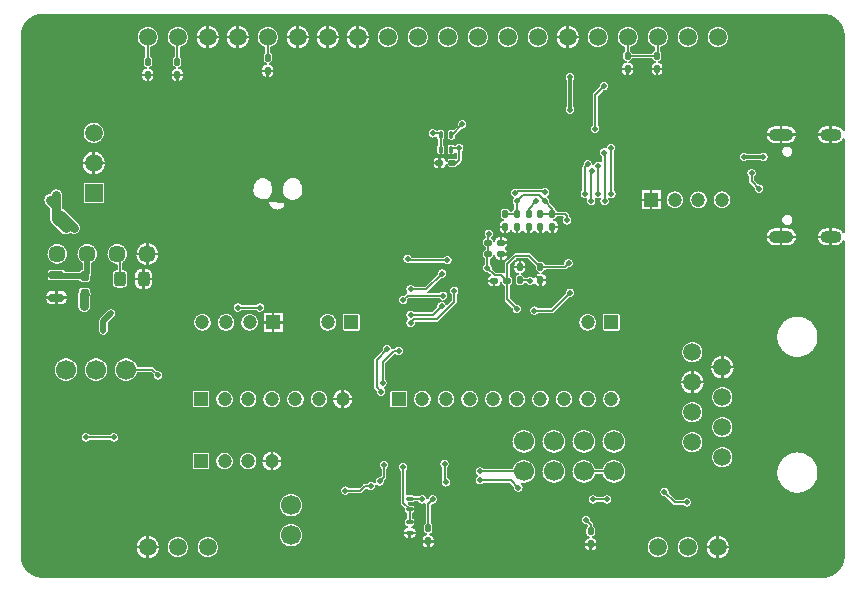
<source format=gbl>
%FSLAX46Y46*%
%MOMM*%
%ADD11C,0.200000*%
%ADD14C,0.300000*%
%ADD13C,0.500000*%
%ADD12C,0.800000*%
%AMPS35*
1,1,1.500000,0.000000,0.000000*
%
%ADD35PS35*%
%AMPS25*
1,1,1.500000,0.000000,0.000000*
%
%ADD25PS25*%
%AMPS18*
1,1,1.200000,0.000000,0.000000*
%
%ADD18PS18*%
%AMPS21*
1,1,1.200000,0.000000,0.000000*
%
%ADD21PS21*%
%AMPS34*
1,1,1.450000,0.000000,0.000000*
%
%ADD34PS34*%
%AMPS27*
1,1,1.700000,0.000000,0.000000*
%
%ADD27PS27*%
%AMPS33*
1,1,1.700000,0.000000,0.000000*
%
%ADD33PS33*%
%AMPS23*
1,1,1.500000,0.000000,0.000000*
%
%ADD23PS23*%
%AMPS37*
1,1,0.500000,0.000000,0.000000*
%
%ADD37PS37*%
%AMPS31*
21,1,1.100000,1.000000,0.000000,0.000000,180.000000*
1,1,1.000000,-0.550000,0.000000*
1,1,1.000000,0.550000,0.000000*
%
%ADD31PS31*%
%AMPS30*
21,1,0.800000,1.000000,0.000000,0.000000,180.000000*
1,1,1.000000,-0.400000,0.000000*
1,1,1.000000,0.400000,0.000000*
%
%ADD30PS30*%
%AMPS32*
1,1,0.500000,0.250000,0.375000*
1,1,0.500000,-0.250000,-0.375000*
1,1,0.500000,0.250000,-0.375000*
21,1,1.000000,0.750000,0.000000,0.000000,180.000000*
21,1,0.500000,1.250000,0.000000,0.000000,180.000000*
1,1,0.500000,-0.250000,0.375000*
%
%ADD32PS32*%
%AMPS15*
1,1,0.240000,-0.180000,-0.130000*
1,1,0.240000,0.180000,0.130000*
1,1,0.240000,-0.180000,0.130000*
21,1,0.600000,0.260000,0.000000,0.000000,360.000000*
21,1,0.360000,0.500000,0.000000,0.000000,360.000000*
1,1,0.240000,0.180000,-0.130000*
%
%ADD15PS15*%
%AMPS29*
1,1,0.240000,-0.130000,0.180000*
1,1,0.240000,0.130000,-0.180000*
1,1,0.240000,0.130000,0.180000*
21,1,0.600000,0.260000,0.000000,0.000000,270.000000*
21,1,0.360000,0.500000,0.000000,0.000000,270.000000*
1,1,0.240000,-0.130000,-0.180000*
%
%ADD29PS29*%
%AMPS24*
1,1,0.240000,0.180000,0.130000*
1,1,0.240000,-0.180000,-0.130000*
1,1,0.240000,0.180000,-0.130000*
21,1,0.600000,0.260000,0.000000,0.000000,180.000000*
21,1,0.360000,0.500000,0.000000,0.000000,180.000000*
1,1,0.240000,-0.180000,0.130000*
%
%ADD24PS24*%
%AMPS16*
1,1,0.240000,0.130000,-0.180000*
1,1,0.240000,-0.130000,0.180000*
1,1,0.240000,-0.130000,-0.180000*
21,1,0.600000,0.260000,0.000000,0.000000,90.000000*
21,1,0.360000,0.500000,0.000000,0.000000,90.000000*
1,1,0.240000,0.130000,0.180000*
%
%ADD16PS16*%
%AMPS28*
1,1,0.340000,-0.480000,0.180000*
1,1,0.340000,0.480000,-0.180000*
1,1,0.340000,0.480000,0.180000*
21,1,0.700000,0.960000,0.000000,0.000000,270.000000*
21,1,0.360000,1.300000,0.000000,0.000000,270.000000*
1,1,0.340000,-0.480000,-0.180000*
%
%ADD28PS28*%
%AMPS17*
1,1,0.360000,-0.195000,0.220000*
1,1,0.360000,0.195000,-0.220000*
1,1,0.360000,0.195000,0.220000*
21,1,0.800000,0.390000,0.000000,0.000000,270.000000*
21,1,0.440000,0.750000,0.000000,0.000000,270.000000*
1,1,0.360000,-0.195000,-0.220000*
%
%ADD17PS17*%
%AMPS20*
1,1,0.200000,0.100000,0.200000*
1,1,0.200000,-0.100000,-0.200000*
1,1,0.200000,0.100000,-0.200000*
21,1,0.400000,0.400000,0.000000,0.000000,180.000000*
21,1,0.200000,0.600000,0.000000,0.000000,180.000000*
1,1,0.200000,-0.100000,0.200000*
%
%ADD20PS20*%
%AMPS26*
1,1,0.200000,0.200000,-0.100000*
1,1,0.200000,-0.200000,0.100000*
1,1,0.200000,-0.200000,-0.100000*
21,1,0.400000,0.400000,0.000000,0.000000,90.000000*
21,1,0.200000,0.600000,0.000000,0.000000,90.000000*
1,1,0.200000,0.200000,0.100000*
%
%ADD26PS26*%
%AMPS19*
21,1,1.200000,1.200000,0.000000,0.000000,0.000000*
%
%ADD19PS19*%
%AMPS22*
21,1,1.200000,1.200000,0.000000,0.000000,180.000000*
%
%ADD22PS22*%
%AMPS36*
21,1,1.500000,1.500000,0.000000,0.000000,90.000000*
%
%ADD36PS36*%
%AMPS10*
1,1,5.200000,0.000000,0.000000*
%
%ADD10PS10*%
G01*
%LPD*%
G36*
X32998722Y-23890000D02*
X32999950Y-23889992D01*
X33045133Y-23889437D01*
X33047585Y-23889377D01*
X33091517Y-23887759D01*
X33093970Y-23887639D01*
X33137811Y-23884945D01*
X33140258Y-23884764D01*
X33184026Y-23880995D01*
X33186466Y-23880755D01*
X33230129Y-23875914D01*
X33232567Y-23875613D01*
X33276127Y-23869697D01*
X33278557Y-23869337D01*
X33321900Y-23862362D01*
X33324317Y-23861942D01*
X33367509Y-23853900D01*
X33369913Y-23853422D01*
X33412907Y-23844321D01*
X33415305Y-23843783D01*
X33458050Y-23833631D01*
X33460428Y-23833035D01*
X33502871Y-23821849D01*
X33505238Y-23821194D01*
X33547449Y-23808953D01*
X33549799Y-23808240D01*
X33591685Y-23794970D01*
X33594013Y-23794201D01*
X33635564Y-23779907D01*
X33637876Y-23779080D01*
X33679039Y-23763779D01*
X33681328Y-23762896D01*
X33722151Y-23746571D01*
X33724420Y-23745631D01*
X33764781Y-23728329D01*
X33767023Y-23727335D01*
X33806958Y-23709044D01*
X33809180Y-23707993D01*
X33848629Y-23688738D01*
X33850818Y-23687636D01*
X33889862Y-23667379D01*
X33892028Y-23666222D01*
X33930485Y-23645055D01*
X33932619Y-23643846D01*
X33970608Y-23621706D01*
X33972713Y-23620444D01*
X34010083Y-23597418D01*
X34012157Y-23596105D01*
X34048997Y-23572138D01*
X34051039Y-23570773D01*
X34087269Y-23545916D01*
X34089276Y-23544503D01*
X34124855Y-23518786D01*
X34126825Y-23517325D01*
X34161828Y-23490693D01*
X34163762Y-23489183D01*
X34198044Y-23461746D01*
X34199942Y-23460189D01*
X34233535Y-23431923D01*
X34235394Y-23430319D01*
X34268334Y-23401192D01*
X34270152Y-23399545D01*
X34302307Y-23369675D01*
X34304086Y-23367981D01*
X34335548Y-23337281D01*
X34337281Y-23335548D01*
X34367981Y-23304086D01*
X34369675Y-23302307D01*
X34399545Y-23270152D01*
X34401192Y-23268334D01*
X34430319Y-23235394D01*
X34431923Y-23233535D01*
X34460189Y-23199942D01*
X34461746Y-23198044D01*
X34489183Y-23163762D01*
X34490693Y-23161828D01*
X34517325Y-23126825D01*
X34518786Y-23124855D01*
X34544503Y-23089276D01*
X34545916Y-23087269D01*
X34570773Y-23051039D01*
X34572138Y-23048997D01*
X34596105Y-23012157D01*
X34597418Y-23010083D01*
X34620444Y-22972713D01*
X34621706Y-22970608D01*
X34643846Y-22932619D01*
X34645055Y-22930485D01*
X34666222Y-22892028D01*
X34667379Y-22889862D01*
X34687636Y-22850818D01*
X34688738Y-22848629D01*
X34707993Y-22809180D01*
X34709044Y-22806958D01*
X34727335Y-22767023D01*
X34728329Y-22764781D01*
X34745631Y-22724420D01*
X34746571Y-22722151D01*
X34762896Y-22681328D01*
X34763779Y-22679039D01*
X34779080Y-22637876D01*
X34779907Y-22635564D01*
X34794201Y-22594013D01*
X34794970Y-22591685D01*
X34808240Y-22549799D01*
X34808953Y-22547449D01*
X34821194Y-22505238D01*
X34821849Y-22502871D01*
X34833035Y-22460428D01*
X34833631Y-22458050D01*
X34843783Y-22415305D01*
X34844321Y-22412907D01*
X34853422Y-22369913D01*
X34853900Y-22367509D01*
X34861942Y-22324317D01*
X34862362Y-22321900D01*
X34869337Y-22278557D01*
X34869697Y-22276127D01*
X34875613Y-22232567D01*
X34875914Y-22230129D01*
X34880755Y-22186466D01*
X34880995Y-22184026D01*
X34884764Y-22140258D01*
X34884945Y-22137811D01*
X34887639Y-22093970D01*
X34887759Y-22091517D01*
X34889377Y-22047585D01*
X34889437Y-22045133D01*
X34889992Y-21999950D01*
X34890000Y-21998722D01*
X34890000Y4587774D01*
X34882080Y4626778D01*
X34859575Y4659603D01*
X34826048Y4681051D01*
X34786812Y4687723D01*
X34748081Y4678564D01*
X34715990Y4655023D01*
X34702991Y4637064D01*
X34700456Y4632589D01*
X34682082Y4603573D01*
X34662293Y4575477D01*
X34641147Y4548380D01*
X34618715Y4522375D01*
X34595017Y4497483D01*
X34570125Y4473785D01*
X34544120Y4451353D01*
X34517023Y4430207D01*
X34488927Y4410418D01*
X34459911Y4392044D01*
X34430006Y4375103D01*
X34399297Y4359646D01*
X34367905Y4345731D01*
X34335852Y4333366D01*
X34303218Y4322585D01*
X34270088Y4313417D01*
X34236589Y4305895D01*
X34202717Y4300017D01*
X34168608Y4295810D01*
X34134358Y4293284D01*
X34102451Y4292500D01*
X33805000Y4292500D01*
X33805000Y5692500D01*
X34102451Y5692500D01*
X34134358Y5691716D01*
X34168608Y5689190D01*
X34202717Y5684983D01*
X34236589Y5679105D01*
X34270088Y5671583D01*
X34303218Y5662415D01*
X34335852Y5651634D01*
X34367905Y5639269D01*
X34399297Y5625354D01*
X34430006Y5609897D01*
X34459911Y5592956D01*
X34488927Y5574582D01*
X34517023Y5554793D01*
X34544120Y5533647D01*
X34570125Y5511215D01*
X34595017Y5487517D01*
X34618715Y5462625D01*
X34641147Y5436620D01*
X34662293Y5409523D01*
X34682082Y5381427D01*
X34700456Y5352411D01*
X34702991Y5347936D01*
X34729107Y5317903D01*
X34764869Y5300435D01*
X34804611Y5298299D01*
X34842038Y5311833D01*
X34871223Y5338893D01*
X34887542Y5375193D01*
X34890000Y5397226D01*
X34890000Y13227774D01*
X34882080Y13266778D01*
X34859575Y13299603D01*
X34826048Y13321051D01*
X34786812Y13327723D01*
X34748081Y13318564D01*
X34715990Y13295023D01*
X34702991Y13277064D01*
X34700456Y13272589D01*
X34682082Y13243573D01*
X34662293Y13215477D01*
X34641147Y13188380D01*
X34618715Y13162375D01*
X34595017Y13137483D01*
X34570125Y13113785D01*
X34544120Y13091353D01*
X34517023Y13070207D01*
X34488927Y13050418D01*
X34459911Y13032044D01*
X34430006Y13015103D01*
X34399297Y12999646D01*
X34367905Y12985731D01*
X34335852Y12973366D01*
X34303218Y12962585D01*
X34270088Y12953417D01*
X34236589Y12945895D01*
X34202717Y12940017D01*
X34168608Y12935810D01*
X34134358Y12933284D01*
X34102451Y12932500D01*
X33805000Y12932500D01*
X33805000Y14332500D01*
X34102451Y14332500D01*
X34134358Y14331716D01*
X34168608Y14329190D01*
X34202717Y14324983D01*
X34236589Y14319105D01*
X34270088Y14311583D01*
X34303218Y14302415D01*
X34335852Y14291634D01*
X34367905Y14279269D01*
X34399297Y14265354D01*
X34430006Y14249897D01*
X34459911Y14232956D01*
X34488927Y14214582D01*
X34517023Y14194793D01*
X34544120Y14173647D01*
X34570125Y14151215D01*
X34595017Y14127517D01*
X34618715Y14102625D01*
X34641147Y14076620D01*
X34662293Y14049523D01*
X34682082Y14021427D01*
X34700456Y13992411D01*
X34702991Y13987936D01*
X34729107Y13957903D01*
X34764869Y13940435D01*
X34804611Y13938299D01*
X34842038Y13951833D01*
X34871223Y13978893D01*
X34887542Y14015193D01*
X34890000Y14037226D01*
X34890000Y21998722D01*
X34889992Y21999950D01*
X34889437Y22045133D01*
X34889377Y22047585D01*
X34887759Y22091517D01*
X34887639Y22093970D01*
X34884945Y22137811D01*
X34884764Y22140258D01*
X34880995Y22184026D01*
X34880755Y22186466D01*
X34875914Y22230129D01*
X34875613Y22232567D01*
X34869697Y22276127D01*
X34869337Y22278557D01*
X34862362Y22321900D01*
X34861942Y22324317D01*
X34853900Y22367509D01*
X34853422Y22369913D01*
X34844321Y22412907D01*
X34843783Y22415305D01*
X34833631Y22458050D01*
X34833035Y22460428D01*
X34821849Y22502871D01*
X34821194Y22505238D01*
X34808953Y22547449D01*
X34808240Y22549799D01*
X34794970Y22591685D01*
X34794201Y22594013D01*
X34779907Y22635564D01*
X34779080Y22637876D01*
X34763779Y22679039D01*
X34762896Y22681328D01*
X34746571Y22722151D01*
X34745631Y22724420D01*
X34728329Y22764781D01*
X34727335Y22767023D01*
X34709044Y22806958D01*
X34707993Y22809180D01*
X34688738Y22848629D01*
X34687636Y22850818D01*
X34667379Y22889862D01*
X34666222Y22892028D01*
X34645055Y22930485D01*
X34643846Y22932619D01*
X34621706Y22970608D01*
X34620444Y22972713D01*
X34597418Y23010083D01*
X34596105Y23012157D01*
X34572138Y23048997D01*
X34570773Y23051039D01*
X34545916Y23087269D01*
X34544503Y23089276D01*
X34518786Y23124855D01*
X34517325Y23126825D01*
X34490693Y23161828D01*
X34489183Y23163762D01*
X34461746Y23198044D01*
X34460189Y23199942D01*
X34431923Y23233535D01*
X34430319Y23235394D01*
X34401192Y23268334D01*
X34399545Y23270152D01*
X34369675Y23302307D01*
X34367981Y23304086D01*
X34337281Y23335548D01*
X34335548Y23337281D01*
X34304086Y23367981D01*
X34302307Y23369675D01*
X34270152Y23399545D01*
X34268334Y23401192D01*
X34235394Y23430319D01*
X34233535Y23431923D01*
X34199942Y23460189D01*
X34198044Y23461746D01*
X34163762Y23489183D01*
X34161828Y23490693D01*
X34126825Y23517325D01*
X34124855Y23518786D01*
X34089276Y23544503D01*
X34087269Y23545916D01*
X34051039Y23570773D01*
X34048997Y23572138D01*
X34012157Y23596105D01*
X34010083Y23597418D01*
X33972713Y23620444D01*
X33970608Y23621706D01*
X33932619Y23643846D01*
X33930485Y23645055D01*
X33892028Y23666222D01*
X33889862Y23667379D01*
X33850818Y23687636D01*
X33848629Y23688738D01*
X33809180Y23707993D01*
X33806958Y23709044D01*
X33767023Y23727335D01*
X33764781Y23728329D01*
X33724420Y23745631D01*
X33722151Y23746571D01*
X33681328Y23762896D01*
X33679039Y23763779D01*
X33637876Y23779080D01*
X33635564Y23779907D01*
X33594013Y23794201D01*
X33591685Y23794970D01*
X33549799Y23808240D01*
X33547449Y23808953D01*
X33505238Y23821194D01*
X33502871Y23821849D01*
X33460428Y23833035D01*
X33458050Y23833631D01*
X33415305Y23843783D01*
X33412907Y23844321D01*
X33369913Y23853422D01*
X33367509Y23853900D01*
X33324317Y23861942D01*
X33321900Y23862362D01*
X33278557Y23869337D01*
X33276127Y23869697D01*
X33232567Y23875613D01*
X33230129Y23875914D01*
X33186466Y23880755D01*
X33184026Y23880995D01*
X33140258Y23884764D01*
X33137811Y23884945D01*
X33093970Y23887639D01*
X33091517Y23887759D01*
X33047585Y23889377D01*
X33045133Y23889437D01*
X32999950Y23889992D01*
X32998722Y23890000D01*
X-32998722Y23890000D01*
X-32999950Y23889992D01*
X-33045133Y23889437D01*
X-33047585Y23889377D01*
X-33091517Y23887759D01*
X-33093970Y23887639D01*
X-33137811Y23884945D01*
X-33140258Y23884764D01*
X-33184026Y23880995D01*
X-33186466Y23880755D01*
X-33230129Y23875914D01*
X-33232567Y23875613D01*
X-33276127Y23869697D01*
X-33278557Y23869337D01*
X-33321900Y23862362D01*
X-33324317Y23861942D01*
X-33367509Y23853900D01*
X-33369913Y23853422D01*
X-33412907Y23844321D01*
X-33415305Y23843783D01*
X-33458050Y23833631D01*
X-33460428Y23833035D01*
X-33502871Y23821849D01*
X-33505238Y23821194D01*
X-33547449Y23808953D01*
X-33549799Y23808240D01*
X-33591685Y23794970D01*
X-33594013Y23794201D01*
X-33635564Y23779907D01*
X-33637876Y23779080D01*
X-33679039Y23763779D01*
X-33681328Y23762896D01*
X-33722151Y23746571D01*
X-33724420Y23745631D01*
X-33764781Y23728329D01*
X-33767023Y23727335D01*
X-33806958Y23709044D01*
X-33809180Y23707993D01*
X-33848629Y23688738D01*
X-33850818Y23687636D01*
X-33889862Y23667379D01*
X-33892028Y23666222D01*
X-33930485Y23645055D01*
X-33932619Y23643846D01*
X-33970608Y23621706D01*
X-33972713Y23620444D01*
X-34010083Y23597418D01*
X-34012157Y23596105D01*
X-34048997Y23572138D01*
X-34051039Y23570773D01*
X-34087269Y23545916D01*
X-34089276Y23544503D01*
X-34124855Y23518786D01*
X-34126825Y23517325D01*
X-34161828Y23490693D01*
X-34163762Y23489183D01*
X-34198044Y23461746D01*
X-34199942Y23460189D01*
X-34233535Y23431923D01*
X-34235394Y23430319D01*
X-34268334Y23401192D01*
X-34270152Y23399545D01*
X-34302307Y23369675D01*
X-34304086Y23367981D01*
X-34335548Y23337281D01*
X-34337281Y23335548D01*
X-34367981Y23304086D01*
X-34369675Y23302307D01*
X-34399545Y23270152D01*
X-34401192Y23268334D01*
X-34430319Y23235394D01*
X-34431923Y23233535D01*
X-34460189Y23199942D01*
X-34461746Y23198044D01*
X-34489183Y23163762D01*
X-34490693Y23161828D01*
X-34517325Y23126825D01*
X-34518786Y23124855D01*
X-34544503Y23089276D01*
X-34545916Y23087269D01*
X-34570773Y23051039D01*
X-34572138Y23048997D01*
X-34596105Y23012157D01*
X-34597418Y23010083D01*
X-34620444Y22972713D01*
X-34621706Y22970608D01*
X-34643846Y22932619D01*
X-34645055Y22930485D01*
X-34666222Y22892028D01*
X-34667379Y22889862D01*
X-34687636Y22850818D01*
X-34688738Y22848629D01*
X-34707993Y22809180D01*
X-34709044Y22806958D01*
X-34727335Y22767023D01*
X-34728329Y22764781D01*
X-34745631Y22724420D01*
X-34746571Y22722151D01*
X-34762896Y22681328D01*
X-34763779Y22679039D01*
X-34779080Y22637876D01*
X-34779907Y22635564D01*
X-34794201Y22594013D01*
X-34794970Y22591685D01*
X-34808240Y22549799D01*
X-34808953Y22547449D01*
X-34821194Y22505238D01*
X-34821849Y22502871D01*
X-34833035Y22460428D01*
X-34833631Y22458050D01*
X-34843783Y22415305D01*
X-34844321Y22412907D01*
X-34853422Y22369913D01*
X-34853900Y22367509D01*
X-34861942Y22324317D01*
X-34862362Y22321900D01*
X-34869337Y22278557D01*
X-34869697Y22276127D01*
X-34875613Y22232567D01*
X-34875914Y22230129D01*
X-34880755Y22186466D01*
X-34880995Y22184026D01*
X-34884764Y22140258D01*
X-34884945Y22137811D01*
X-34887639Y22093970D01*
X-34887759Y22091517D01*
X-34889377Y22047585D01*
X-34889437Y22045133D01*
X-34889992Y21999950D01*
X-34890000Y21998722D01*
X-34890000Y-21998722D01*
X-34889992Y-21999950D01*
X-34889437Y-22045133D01*
X-34889377Y-22047585D01*
X-34887759Y-22091517D01*
X-34887639Y-22093970D01*
X-34884945Y-22137811D01*
X-34884764Y-22140258D01*
X-34880995Y-22184026D01*
X-34880755Y-22186466D01*
X-34875914Y-22230129D01*
X-34875613Y-22232567D01*
X-34869697Y-22276127D01*
X-34869337Y-22278557D01*
X-34862362Y-22321900D01*
X-34861942Y-22324317D01*
X-34853900Y-22367509D01*
X-34853422Y-22369913D01*
X-34844321Y-22412907D01*
X-34843783Y-22415305D01*
X-34833631Y-22458050D01*
X-34833035Y-22460428D01*
X-34821849Y-22502871D01*
X-34821194Y-22505238D01*
X-34808953Y-22547449D01*
X-34808240Y-22549799D01*
X-34794970Y-22591685D01*
X-34794201Y-22594013D01*
X-34779907Y-22635564D01*
X-34779080Y-22637876D01*
X-34763779Y-22679039D01*
X-34762896Y-22681328D01*
X-34746571Y-22722151D01*
X-34745631Y-22724420D01*
X-34728329Y-22764781D01*
X-34727335Y-22767023D01*
X-34709044Y-22806958D01*
X-34707993Y-22809180D01*
X-34688738Y-22848629D01*
X-34687636Y-22850818D01*
X-34667379Y-22889862D01*
X-34666222Y-22892028D01*
X-34645055Y-22930485D01*
X-34643846Y-22932619D01*
X-34621706Y-22970608D01*
X-34620444Y-22972713D01*
X-34597418Y-23010083D01*
X-34596105Y-23012157D01*
X-34572138Y-23048997D01*
X-34570773Y-23051039D01*
X-34545916Y-23087269D01*
X-34544503Y-23089276D01*
X-34518786Y-23124855D01*
X-34517325Y-23126825D01*
X-34490693Y-23161828D01*
X-34489183Y-23163762D01*
X-34461746Y-23198044D01*
X-34460189Y-23199942D01*
X-34431923Y-23233535D01*
X-34430319Y-23235394D01*
X-34401192Y-23268334D01*
X-34399545Y-23270152D01*
X-34369675Y-23302307D01*
X-34367981Y-23304086D01*
X-34337281Y-23335548D01*
X-34335548Y-23337281D01*
X-34304086Y-23367981D01*
X-34302307Y-23369675D01*
X-34270152Y-23399545D01*
X-34268334Y-23401192D01*
X-34235394Y-23430319D01*
X-34233535Y-23431923D01*
X-34199942Y-23460189D01*
X-34198044Y-23461746D01*
X-34163762Y-23489183D01*
X-34161828Y-23490693D01*
X-34126825Y-23517325D01*
X-34124855Y-23518786D01*
X-34089276Y-23544503D01*
X-34087269Y-23545916D01*
X-34051039Y-23570773D01*
X-34048997Y-23572138D01*
X-34012157Y-23596105D01*
X-34010083Y-23597418D01*
X-33972713Y-23620444D01*
X-33970608Y-23621706D01*
X-33932619Y-23643846D01*
X-33930485Y-23645055D01*
X-33892028Y-23666222D01*
X-33889862Y-23667379D01*
X-33850818Y-23687636D01*
X-33848629Y-23688738D01*
X-33809180Y-23707993D01*
X-33806958Y-23709044D01*
X-33767023Y-23727335D01*
X-33764781Y-23728329D01*
X-33724420Y-23745631D01*
X-33722151Y-23746571D01*
X-33681328Y-23762896D01*
X-33679039Y-23763779D01*
X-33637876Y-23779080D01*
X-33635564Y-23779907D01*
X-33594013Y-23794201D01*
X-33591685Y-23794970D01*
X-33549799Y-23808240D01*
X-33547449Y-23808953D01*
X-33505238Y-23821194D01*
X-33502871Y-23821849D01*
X-33460428Y-23833035D01*
X-33458050Y-23833631D01*
X-33415305Y-23843783D01*
X-33412907Y-23844321D01*
X-33369913Y-23853422D01*
X-33367509Y-23853900D01*
X-33324317Y-23861942D01*
X-33321900Y-23862362D01*
X-33278557Y-23869337D01*
X-33276127Y-23869697D01*
X-33232567Y-23875613D01*
X-33230129Y-23875914D01*
X-33186466Y-23880755D01*
X-33184026Y-23880995D01*
X-33140258Y-23884764D01*
X-33137811Y-23884945D01*
X-33093970Y-23887639D01*
X-33091517Y-23887759D01*
X-33047585Y-23889377D01*
X-33045133Y-23889437D01*
X-32999950Y-23889992D01*
X-32998722Y-23890000D01*
X32998722Y-23890000D01*
D02*
G37*
%LPC*%
G36*
X-15566095Y22005000D02*
X-16405000Y22005000D01*
X-16405000Y22843905D01*
X-16324617Y22831980D01*
X-16234153Y22809322D01*
X-16146364Y22777910D01*
X-16062058Y22738036D01*
X-15982076Y22690097D01*
X-15907175Y22634546D01*
X-15838078Y22571922D01*
X-15775454Y22502825D01*
X-15719903Y22427924D01*
X-15671964Y22347942D01*
X-15632090Y22263636D01*
X-15600678Y22175847D01*
X-15578020Y22085383D01*
X-15566095Y22005000D01*
D02*
G37*
%LPC*%
G36*
X-18106095Y22005000D02*
X-18945000Y22005000D01*
X-18945000Y22843905D01*
X-18864617Y22831980D01*
X-18774153Y22809322D01*
X-18686364Y22777910D01*
X-18602058Y22738036D01*
X-18522076Y22690097D01*
X-18447175Y22634546D01*
X-18378078Y22571922D01*
X-18315454Y22502825D01*
X-18259903Y22427924D01*
X-18211964Y22347942D01*
X-18172090Y22263636D01*
X-18140678Y22175847D01*
X-18118020Y22085383D01*
X-18106095Y22005000D01*
D02*
G37*
%LPC*%
G36*
X-10486095Y22005000D02*
X-11325000Y22005000D01*
X-11325000Y22843905D01*
X-11244617Y22831980D01*
X-11154153Y22809322D01*
X-11066364Y22777910D01*
X-10982058Y22738036D01*
X-10902076Y22690097D01*
X-10827175Y22634546D01*
X-10758078Y22571922D01*
X-10695454Y22502825D01*
X-10639903Y22427924D01*
X-10591964Y22347942D01*
X-10552090Y22263636D01*
X-10520678Y22175847D01*
X-10498020Y22085383D01*
X-10486095Y22005000D01*
D02*
G37*
%LPC*%
G36*
X-16615000Y22005000D02*
X-17453905Y22005000D01*
X-17441980Y22085383D01*
X-17419322Y22175847D01*
X-17387910Y22263636D01*
X-17348036Y22347942D01*
X-17300097Y22427924D01*
X-17244546Y22502825D01*
X-17181922Y22571922D01*
X-17112825Y22634546D01*
X-17037924Y22690097D01*
X-16957942Y22738036D01*
X-16873636Y22777910D01*
X-16785847Y22809322D01*
X-16695383Y22831980D01*
X-16615000Y22843905D01*
X-16615000Y22005000D01*
D02*
G37*
%LPC*%
G36*
X12373905Y22005000D02*
X11535000Y22005000D01*
X11535000Y22843905D01*
X11615383Y22831980D01*
X11705847Y22809322D01*
X11793636Y22777910D01*
X11877942Y22738036D01*
X11957924Y22690097D01*
X12032825Y22634546D01*
X12101922Y22571922D01*
X12164546Y22502825D01*
X12220097Y22427924D01*
X12268036Y22347942D01*
X12307910Y22263636D01*
X12339322Y22175847D01*
X12361980Y22085383D01*
X12373905Y22005000D01*
D02*
G37*
%LPC*%
G36*
X-6455000Y22005000D02*
X-7293905Y22005000D01*
X-7281980Y22085383D01*
X-7259322Y22175847D01*
X-7227910Y22263636D01*
X-7188036Y22347942D01*
X-7140097Y22427924D01*
X-7084546Y22502825D01*
X-7021922Y22571922D01*
X-6952825Y22634546D01*
X-6877924Y22690097D01*
X-6797942Y22738036D01*
X-6713636Y22777910D01*
X-6625847Y22809322D01*
X-6535383Y22831980D01*
X-6455000Y22843905D01*
X-6455000Y22005000D01*
D02*
G37*
%LPC*%
G36*
X-11535000Y22005000D02*
X-12373905Y22005000D01*
X-12361980Y22085383D01*
X-12339322Y22175847D01*
X-12307910Y22263636D01*
X-12268036Y22347942D01*
X-12220097Y22427924D01*
X-12164546Y22502825D01*
X-12101922Y22571922D01*
X-12032825Y22634546D01*
X-11957924Y22690097D01*
X-11877942Y22738036D01*
X-11793636Y22777910D01*
X-11705847Y22809322D01*
X-11615383Y22831980D01*
X-11535000Y22843905D01*
X-11535000Y22005000D01*
D02*
G37*
%LPC*%
G36*
X-8995000Y22005000D02*
X-9833905Y22005000D01*
X-9821980Y22085383D01*
X-9799322Y22175847D01*
X-9767910Y22263636D01*
X-9728036Y22347942D01*
X-9680097Y22427924D01*
X-9624546Y22502825D01*
X-9561922Y22571922D01*
X-9492825Y22634546D01*
X-9417924Y22690097D01*
X-9337942Y22738036D01*
X-9253636Y22777910D01*
X-9165847Y22809322D01*
X-9075383Y22831980D01*
X-8995000Y22843905D01*
X-8995000Y22005000D01*
D02*
G37*
%LPC*%
G36*
X11325000Y22005000D02*
X10486095Y22005000D01*
X10498020Y22085383D01*
X10520678Y22175847D01*
X10552090Y22263636D01*
X10591964Y22347942D01*
X10639903Y22427924D01*
X10695454Y22502825D01*
X10758078Y22571922D01*
X10827175Y22634546D01*
X10902076Y22690097D01*
X10982058Y22738036D01*
X11066364Y22777910D01*
X11154153Y22809322D01*
X11244617Y22831980D01*
X11325000Y22843905D01*
X11325000Y22005000D01*
D02*
G37*
%LPC*%
G36*
X-7946095Y22005000D02*
X-8785000Y22005000D01*
X-8785000Y22843905D01*
X-8704617Y22831980D01*
X-8614153Y22809322D01*
X-8526364Y22777910D01*
X-8442058Y22738036D01*
X-8362076Y22690097D01*
X-8287175Y22634546D01*
X-8218078Y22571922D01*
X-8155454Y22502825D01*
X-8099903Y22427924D01*
X-8051964Y22347942D01*
X-8012090Y22263636D01*
X-7980678Y22175847D01*
X-7958020Y22085383D01*
X-7946095Y22005000D01*
D02*
G37*
%LPC*%
G36*
X-19155000Y22005000D02*
X-19993905Y22005000D01*
X-19981980Y22085383D01*
X-19959322Y22175847D01*
X-19927910Y22263636D01*
X-19888036Y22347942D01*
X-19840097Y22427924D01*
X-19784546Y22502825D01*
X-19721922Y22571922D01*
X-19652825Y22634546D01*
X-19577924Y22690097D01*
X-19497942Y22738036D01*
X-19413636Y22777910D01*
X-19325847Y22809322D01*
X-19235383Y22831980D01*
X-19155000Y22843905D01*
X-19155000Y22005000D01*
D02*
G37*
%LPC*%
G36*
X-5406095Y22005000D02*
X-6245000Y22005000D01*
X-6245000Y22843905D01*
X-6164617Y22831980D01*
X-6074153Y22809322D01*
X-5986364Y22777910D01*
X-5902058Y22738036D01*
X-5822076Y22690097D01*
X-5747175Y22634546D01*
X-5678078Y22571922D01*
X-5615454Y22502825D01*
X-5559903Y22427924D01*
X-5511964Y22347942D01*
X-5472090Y22263636D01*
X-5440678Y22175847D01*
X-5418020Y22085383D01*
X-5406095Y22005000D01*
D02*
G37*
%LPC*%
G36*
X-23675000Y18805000D02*
X-24575000Y18805000D01*
X-24575000Y18884919D01*
X-24573699Y18911391D01*
X-24569088Y18942472D01*
X-24561448Y18972970D01*
X-24550866Y19002548D01*
X-24537427Y19030959D01*
X-24521276Y19057907D01*
X-24502541Y19083169D01*
X-24481444Y19106444D01*
X-24458169Y19127541D01*
X-24432907Y19146276D01*
X-24405959Y19162427D01*
X-24377548Y19175866D01*
X-24347970Y19186448D01*
X-24317474Y19194088D01*
X-24283671Y19199103D01*
X-24246252Y19212661D01*
X-24217085Y19239740D01*
X-24200790Y19276051D01*
X-24199948Y19315842D01*
X-24214692Y19352809D01*
X-24242687Y19381098D01*
X-24283674Y19396938D01*
X-24291400Y19398084D01*
X-24306308Y19401050D01*
X-24312960Y19402716D01*
X-24327528Y19407136D01*
X-24333979Y19409444D01*
X-24348029Y19415263D01*
X-24354248Y19418205D01*
X-24367655Y19425371D01*
X-24373532Y19428893D01*
X-24386193Y19437353D01*
X-24391697Y19441435D01*
X-24403471Y19451098D01*
X-24408543Y19455696D01*
X-24419304Y19466457D01*
X-24423902Y19471529D01*
X-24433565Y19483303D01*
X-24437647Y19488807D01*
X-24446107Y19501468D01*
X-24449629Y19507345D01*
X-24456795Y19520752D01*
X-24459737Y19526971D01*
X-24465556Y19541021D01*
X-24467864Y19547472D01*
X-24472284Y19562040D01*
X-24473950Y19568692D01*
X-24476919Y19583615D01*
X-24477926Y19590402D01*
X-24479417Y19605536D01*
X-24479813Y19613595D01*
X-24480000Y19621232D01*
X-24480000Y19978767D01*
X-24479813Y19986403D01*
X-24479416Y19994463D01*
X-24477926Y20009598D01*
X-24476919Y20016385D01*
X-24473950Y20031308D01*
X-24472284Y20037960D01*
X-24467864Y20052528D01*
X-24465556Y20058979D01*
X-24459737Y20073029D01*
X-24456795Y20079248D01*
X-24449629Y20092655D01*
X-24446107Y20098532D01*
X-24437647Y20111193D01*
X-24433565Y20116697D01*
X-24423902Y20128471D01*
X-24419304Y20133543D01*
X-24408543Y20144304D01*
X-24403471Y20148902D01*
X-24391697Y20158565D01*
X-24386185Y20162653D01*
X-24374445Y20170497D01*
X-24346414Y20198750D01*
X-24330000Y20253645D01*
X-24330000Y20994011D01*
X-24337920Y21033015D01*
X-24360425Y21065840D01*
X-24396311Y21088165D01*
X-24450071Y21107401D01*
X-24464114Y21113218D01*
X-24526220Y21142592D01*
X-24539641Y21149765D01*
X-24598555Y21185076D01*
X-24611193Y21193521D01*
X-24666377Y21234449D01*
X-24678120Y21244086D01*
X-24729017Y21290215D01*
X-24739785Y21300983D01*
X-24785914Y21351880D01*
X-24795551Y21363623D01*
X-24836479Y21418807D01*
X-24844924Y21431445D01*
X-24880235Y21490359D01*
X-24887408Y21503780D01*
X-24916782Y21565886D01*
X-24922599Y21579929D01*
X-24945735Y21644587D01*
X-24950160Y21659173D01*
X-24966842Y21725777D01*
X-24969810Y21740699D01*
X-24979893Y21808669D01*
X-24981381Y21823769D01*
X-24984753Y21892405D01*
X-24984753Y21907595D01*
X-24981381Y21976231D01*
X-24979893Y21991331D01*
X-24969810Y22059301D01*
X-24966842Y22074223D01*
X-24950160Y22140827D01*
X-24945735Y22155413D01*
X-24922599Y22220071D01*
X-24916782Y22234114D01*
X-24887408Y22296220D01*
X-24880235Y22309641D01*
X-24844924Y22368555D01*
X-24836479Y22381193D01*
X-24795551Y22436377D01*
X-24785914Y22448120D01*
X-24739785Y22499017D01*
X-24729017Y22509785D01*
X-24678120Y22555914D01*
X-24666377Y22565551D01*
X-24611193Y22606479D01*
X-24598555Y22614924D01*
X-24539641Y22650235D01*
X-24526220Y22657408D01*
X-24464114Y22686782D01*
X-24450071Y22692599D01*
X-24385413Y22715735D01*
X-24370827Y22720160D01*
X-24304223Y22736842D01*
X-24289301Y22739810D01*
X-24221331Y22749893D01*
X-24206231Y22751381D01*
X-24137595Y22754753D01*
X-24122405Y22754753D01*
X-24053769Y22751381D01*
X-24038669Y22749893D01*
X-23970699Y22739810D01*
X-23955777Y22736842D01*
X-23889173Y22720160D01*
X-23874587Y22715735D01*
X-23809929Y22692599D01*
X-23795886Y22686782D01*
X-23733780Y22657408D01*
X-23720359Y22650235D01*
X-23661445Y22614924D01*
X-23648807Y22606479D01*
X-23593623Y22565551D01*
X-23581880Y22555914D01*
X-23530983Y22509785D01*
X-23520215Y22499017D01*
X-23474086Y22448120D01*
X-23464449Y22436377D01*
X-23423521Y22381193D01*
X-23415076Y22368555D01*
X-23379765Y22309641D01*
X-23372592Y22296220D01*
X-23343218Y22234114D01*
X-23337401Y22220071D01*
X-23314265Y22155413D01*
X-23309840Y22140827D01*
X-23293158Y22074223D01*
X-23290190Y22059301D01*
X-23280107Y21991331D01*
X-23278619Y21976231D01*
X-23275247Y21907595D01*
X-23275247Y21892405D01*
X-23278619Y21823769D01*
X-23280107Y21808669D01*
X-23290190Y21740699D01*
X-23293158Y21725777D01*
X-23309840Y21659173D01*
X-23314265Y21644587D01*
X-23337401Y21579929D01*
X-23343218Y21565886D01*
X-23372592Y21503780D01*
X-23379765Y21490359D01*
X-23415076Y21431445D01*
X-23423521Y21418807D01*
X-23464449Y21363623D01*
X-23474086Y21351880D01*
X-23520215Y21300983D01*
X-23530983Y21290215D01*
X-23581880Y21244086D01*
X-23593623Y21234449D01*
X-23648807Y21193521D01*
X-23661445Y21185076D01*
X-23720359Y21149765D01*
X-23733780Y21142592D01*
X-23795886Y21113218D01*
X-23809929Y21107401D01*
X-23853689Y21091743D01*
X-23887744Y21071146D01*
X-23911069Y21038898D01*
X-23920000Y20997589D01*
X-23920000Y20253645D01*
X-23912080Y20214641D01*
X-23875555Y20170497D01*
X-23863815Y20162653D01*
X-23858303Y20158565D01*
X-23846529Y20148902D01*
X-23841457Y20144304D01*
X-23830696Y20133543D01*
X-23826098Y20128471D01*
X-23816435Y20116697D01*
X-23812353Y20111193D01*
X-23803893Y20098532D01*
X-23800371Y20092655D01*
X-23793205Y20079248D01*
X-23790263Y20073029D01*
X-23784444Y20058979D01*
X-23782136Y20052528D01*
X-23777716Y20037960D01*
X-23776050Y20031308D01*
X-23773081Y20016385D01*
X-23772074Y20009598D01*
X-23770583Y19994464D01*
X-23770187Y19986405D01*
X-23770000Y19978768D01*
X-23770000Y19621232D01*
X-23770187Y19613595D01*
X-23770583Y19605536D01*
X-23772074Y19590402D01*
X-23773081Y19583615D01*
X-23776050Y19568692D01*
X-23777716Y19562040D01*
X-23782136Y19547472D01*
X-23784444Y19541021D01*
X-23790263Y19526971D01*
X-23793205Y19520752D01*
X-23800371Y19507345D01*
X-23803893Y19501468D01*
X-23812353Y19488807D01*
X-23816435Y19483303D01*
X-23826098Y19471529D01*
X-23830696Y19466457D01*
X-23841457Y19455696D01*
X-23846529Y19451098D01*
X-23858303Y19441435D01*
X-23863807Y19437353D01*
X-23876468Y19428893D01*
X-23882345Y19425371D01*
X-23895752Y19418205D01*
X-23901971Y19415263D01*
X-23916021Y19409444D01*
X-23922472Y19407136D01*
X-23937040Y19402716D01*
X-23943692Y19401050D01*
X-23958600Y19398084D01*
X-23966326Y19396938D01*
X-24003745Y19383380D01*
X-24032913Y19356302D01*
X-24049209Y19319992D01*
X-24050053Y19280201D01*
X-24035310Y19243233D01*
X-24007315Y19214943D01*
X-23966329Y19199103D01*
X-23932526Y19194088D01*
X-23902030Y19186448D01*
X-23872452Y19175866D01*
X-23844041Y19162427D01*
X-23817093Y19146276D01*
X-23791831Y19127541D01*
X-23768556Y19106444D01*
X-23747459Y19083169D01*
X-23728724Y19057907D01*
X-23712573Y19030959D01*
X-23699134Y19002548D01*
X-23688552Y18972970D01*
X-23680912Y18942473D01*
X-23676301Y18911391D01*
X-23675000Y18884921D01*
X-23675000Y18805000D01*
D02*
G37*
%LPC*%
G36*
X24137595Y21045247D02*
X24122405Y21045247D01*
X24053769Y21048619D01*
X24038669Y21050107D01*
X23970699Y21060190D01*
X23955777Y21063158D01*
X23889173Y21079840D01*
X23874587Y21084265D01*
X23809929Y21107401D01*
X23795886Y21113218D01*
X23733780Y21142592D01*
X23720359Y21149765D01*
X23661445Y21185076D01*
X23648807Y21193521D01*
X23593623Y21234449D01*
X23581880Y21244086D01*
X23530983Y21290215D01*
X23520215Y21300983D01*
X23474086Y21351880D01*
X23464449Y21363623D01*
X23423521Y21418807D01*
X23415076Y21431445D01*
X23379765Y21490359D01*
X23372592Y21503780D01*
X23343218Y21565886D01*
X23337401Y21579929D01*
X23314265Y21644587D01*
X23309840Y21659173D01*
X23293158Y21725777D01*
X23290190Y21740699D01*
X23280107Y21808669D01*
X23278619Y21823769D01*
X23275247Y21892405D01*
X23275247Y21907595D01*
X23278619Y21976231D01*
X23280107Y21991331D01*
X23290190Y22059301D01*
X23293158Y22074223D01*
X23309840Y22140827D01*
X23314265Y22155413D01*
X23337401Y22220071D01*
X23343218Y22234114D01*
X23372592Y22296220D01*
X23379765Y22309641D01*
X23415076Y22368555D01*
X23423521Y22381193D01*
X23464449Y22436377D01*
X23474086Y22448120D01*
X23520215Y22499017D01*
X23530983Y22509785D01*
X23581880Y22555914D01*
X23593623Y22565551D01*
X23648807Y22606479D01*
X23661445Y22614924D01*
X23720359Y22650235D01*
X23733780Y22657408D01*
X23795886Y22686782D01*
X23809929Y22692599D01*
X23874587Y22715735D01*
X23889173Y22720160D01*
X23955777Y22736842D01*
X23970699Y22739810D01*
X24038669Y22749893D01*
X24053769Y22751381D01*
X24122405Y22754753D01*
X24137595Y22754753D01*
X24206231Y22751381D01*
X24221331Y22749893D01*
X24289301Y22739810D01*
X24304223Y22736842D01*
X24370827Y22720160D01*
X24385413Y22715735D01*
X24450071Y22692599D01*
X24464114Y22686782D01*
X24526220Y22657408D01*
X24539641Y22650235D01*
X24598555Y22614924D01*
X24611193Y22606479D01*
X24666377Y22565551D01*
X24678120Y22555914D01*
X24729017Y22509785D01*
X24739785Y22499017D01*
X24785914Y22448120D01*
X24795551Y22436377D01*
X24836479Y22381193D01*
X24844924Y22368555D01*
X24880235Y22309641D01*
X24887408Y22296220D01*
X24916782Y22234114D01*
X24922599Y22220071D01*
X24945735Y22155413D01*
X24950160Y22140827D01*
X24966842Y22074223D01*
X24969810Y22059301D01*
X24979893Y21991331D01*
X24981381Y21976231D01*
X24984753Y21907595D01*
X24984753Y21892405D01*
X24981381Y21823769D01*
X24979893Y21808669D01*
X24969810Y21740699D01*
X24966842Y21725777D01*
X24950160Y21659173D01*
X24945735Y21644587D01*
X24922599Y21579929D01*
X24916782Y21565886D01*
X24887408Y21503780D01*
X24880235Y21490359D01*
X24844924Y21431445D01*
X24836479Y21418807D01*
X24795551Y21363623D01*
X24785914Y21351880D01*
X24739785Y21300983D01*
X24729017Y21290215D01*
X24678120Y21244086D01*
X24666377Y21234449D01*
X24611193Y21193521D01*
X24598555Y21185076D01*
X24539641Y21149765D01*
X24526220Y21142592D01*
X24464114Y21113218D01*
X24450071Y21107401D01*
X24385413Y21084265D01*
X24370827Y21079840D01*
X24304223Y21063158D01*
X24289301Y21060190D01*
X24221331Y21050107D01*
X24206231Y21048619D01*
X24137595Y21045247D01*
D02*
G37*
%LPC*%
G36*
X21597595Y21045247D02*
X21582405Y21045247D01*
X21513769Y21048619D01*
X21498669Y21050107D01*
X21430699Y21060190D01*
X21415777Y21063158D01*
X21349173Y21079840D01*
X21334587Y21084265D01*
X21269929Y21107401D01*
X21255886Y21113218D01*
X21193780Y21142592D01*
X21180359Y21149765D01*
X21121445Y21185076D01*
X21108807Y21193521D01*
X21053623Y21234449D01*
X21041880Y21244086D01*
X20990983Y21290215D01*
X20980215Y21300983D01*
X20934086Y21351880D01*
X20924449Y21363623D01*
X20883521Y21418807D01*
X20875076Y21431445D01*
X20839765Y21490359D01*
X20832592Y21503780D01*
X20803218Y21565886D01*
X20797401Y21579929D01*
X20774265Y21644587D01*
X20769840Y21659173D01*
X20753158Y21725777D01*
X20750190Y21740699D01*
X20740107Y21808669D01*
X20738619Y21823769D01*
X20735247Y21892405D01*
X20735247Y21907595D01*
X20738619Y21976231D01*
X20740107Y21991331D01*
X20750190Y22059301D01*
X20753158Y22074223D01*
X20769840Y22140827D01*
X20774265Y22155413D01*
X20797401Y22220071D01*
X20803218Y22234114D01*
X20832592Y22296220D01*
X20839765Y22309641D01*
X20875076Y22368555D01*
X20883521Y22381193D01*
X20924449Y22436377D01*
X20934086Y22448120D01*
X20980215Y22499017D01*
X20990983Y22509785D01*
X21041880Y22555914D01*
X21053623Y22565551D01*
X21108807Y22606479D01*
X21121445Y22614924D01*
X21180359Y22650235D01*
X21193780Y22657408D01*
X21255886Y22686782D01*
X21269929Y22692599D01*
X21334587Y22715735D01*
X21349173Y22720160D01*
X21415777Y22736842D01*
X21430699Y22739810D01*
X21498669Y22749893D01*
X21513769Y22751381D01*
X21582405Y22754753D01*
X21597595Y22754753D01*
X21666231Y22751381D01*
X21681331Y22749893D01*
X21749301Y22739810D01*
X21764223Y22736842D01*
X21830827Y22720160D01*
X21845413Y22715735D01*
X21910071Y22692599D01*
X21924114Y22686782D01*
X21986220Y22657408D01*
X21999641Y22650235D01*
X22058555Y22614924D01*
X22071193Y22606479D01*
X22126377Y22565551D01*
X22138120Y22555914D01*
X22189017Y22509785D01*
X22199785Y22499017D01*
X22245914Y22448120D01*
X22255551Y22436377D01*
X22296479Y22381193D01*
X22304924Y22368555D01*
X22340235Y22309641D01*
X22347408Y22296220D01*
X22376782Y22234114D01*
X22382599Y22220071D01*
X22405735Y22155413D01*
X22410160Y22140827D01*
X22426842Y22074223D01*
X22429810Y22059301D01*
X22439893Y21991331D01*
X22441381Y21976231D01*
X22444753Y21907595D01*
X22444753Y21892405D01*
X22441381Y21823769D01*
X22439893Y21808669D01*
X22429810Y21740699D01*
X22426842Y21725777D01*
X22410160Y21659173D01*
X22405735Y21644587D01*
X22382599Y21579929D01*
X22376782Y21565886D01*
X22347408Y21503780D01*
X22340235Y21490359D01*
X22304924Y21431445D01*
X22296479Y21418807D01*
X22255551Y21363623D01*
X22245914Y21351880D01*
X22199785Y21300983D01*
X22189017Y21290215D01*
X22138120Y21244086D01*
X22126377Y21234449D01*
X22071193Y21193521D01*
X22058555Y21185076D01*
X21999641Y21149765D01*
X21986220Y21142592D01*
X21924114Y21113218D01*
X21910071Y21107401D01*
X21845413Y21084265D01*
X21830827Y21079840D01*
X21764223Y21063158D01*
X21749301Y21060190D01*
X21681331Y21050107D01*
X21666231Y21048619D01*
X21597595Y21045247D01*
D02*
G37*
%LPC*%
G36*
X16950000Y19305000D02*
X16050000Y19305000D01*
X16050000Y19384919D01*
X16051301Y19411391D01*
X16055912Y19442472D01*
X16063552Y19472970D01*
X16074134Y19502548D01*
X16087573Y19530959D01*
X16103724Y19557907D01*
X16122459Y19583169D01*
X16143556Y19606444D01*
X16166831Y19627541D01*
X16192093Y19646276D01*
X16219041Y19662427D01*
X16247452Y19675866D01*
X16277030Y19686448D01*
X16307526Y19694088D01*
X16341329Y19699103D01*
X16378748Y19712661D01*
X16407915Y19739740D01*
X16424210Y19776051D01*
X16425052Y19815842D01*
X16410308Y19852809D01*
X16382313Y19881098D01*
X16341326Y19896938D01*
X16333600Y19898084D01*
X16318692Y19901050D01*
X16312040Y19902716D01*
X16297472Y19907136D01*
X16291021Y19909444D01*
X16276971Y19915263D01*
X16270752Y19918205D01*
X16257345Y19925371D01*
X16251468Y19928893D01*
X16238807Y19937353D01*
X16233303Y19941435D01*
X16221529Y19951098D01*
X16216457Y19955696D01*
X16205696Y19966457D01*
X16201098Y19971529D01*
X16191435Y19983303D01*
X16187353Y19988807D01*
X16178893Y20001468D01*
X16175371Y20007345D01*
X16168205Y20020752D01*
X16165263Y20026971D01*
X16159444Y20041021D01*
X16157136Y20047472D01*
X16152716Y20062040D01*
X16151050Y20068692D01*
X16148081Y20083615D01*
X16147074Y20090402D01*
X16145583Y20105536D01*
X16145188Y20113575D01*
X16145000Y20121232D01*
X16145000Y20478767D01*
X16145187Y20486403D01*
X16145584Y20494463D01*
X16147074Y20509598D01*
X16148081Y20516385D01*
X16151050Y20531308D01*
X16152716Y20537960D01*
X16157136Y20552528D01*
X16159444Y20558979D01*
X16165263Y20573029D01*
X16168205Y20579248D01*
X16175371Y20592655D01*
X16178893Y20598532D01*
X16187353Y20611193D01*
X16191435Y20616697D01*
X16201098Y20628471D01*
X16205696Y20633543D01*
X16216457Y20644304D01*
X16221529Y20648902D01*
X16233303Y20658565D01*
X16238815Y20662653D01*
X16250555Y20670497D01*
X16278586Y20698750D01*
X16295000Y20753645D01*
X16295000Y20999378D01*
X16287080Y21038382D01*
X16264575Y21071207D01*
X16228689Y21093532D01*
X16189929Y21107401D01*
X16175886Y21113218D01*
X16113780Y21142592D01*
X16100359Y21149765D01*
X16041445Y21185076D01*
X16028807Y21193521D01*
X15973623Y21234449D01*
X15961880Y21244086D01*
X15910983Y21290215D01*
X15900215Y21300983D01*
X15854086Y21351880D01*
X15844449Y21363623D01*
X15803521Y21418807D01*
X15795076Y21431445D01*
X15759765Y21490359D01*
X15752592Y21503780D01*
X15723218Y21565886D01*
X15717401Y21579929D01*
X15694265Y21644587D01*
X15689840Y21659173D01*
X15673158Y21725777D01*
X15670190Y21740699D01*
X15660107Y21808669D01*
X15658619Y21823769D01*
X15655247Y21892405D01*
X15655247Y21907595D01*
X15658619Y21976231D01*
X15660107Y21991331D01*
X15670190Y22059301D01*
X15673158Y22074223D01*
X15689840Y22140827D01*
X15694265Y22155413D01*
X15717401Y22220071D01*
X15723218Y22234114D01*
X15752592Y22296220D01*
X15759765Y22309641D01*
X15795076Y22368555D01*
X15803521Y22381193D01*
X15844449Y22436377D01*
X15854086Y22448120D01*
X15900215Y22499017D01*
X15910983Y22509785D01*
X15961880Y22555914D01*
X15973623Y22565551D01*
X16028807Y22606479D01*
X16041445Y22614924D01*
X16100359Y22650235D01*
X16113780Y22657408D01*
X16175886Y22686782D01*
X16189929Y22692599D01*
X16254587Y22715735D01*
X16269173Y22720160D01*
X16335777Y22736842D01*
X16350699Y22739810D01*
X16418669Y22749893D01*
X16433769Y22751381D01*
X16502405Y22754753D01*
X16517595Y22754753D01*
X16586231Y22751381D01*
X16601331Y22749893D01*
X16669301Y22739810D01*
X16684223Y22736842D01*
X16750827Y22720160D01*
X16765413Y22715735D01*
X16830071Y22692599D01*
X16844114Y22686782D01*
X16906220Y22657408D01*
X16919641Y22650235D01*
X16978555Y22614924D01*
X16991193Y22606479D01*
X17046377Y22565551D01*
X17058120Y22555914D01*
X17109017Y22509785D01*
X17119785Y22499017D01*
X17165914Y22448120D01*
X17175551Y22436377D01*
X17216479Y22381193D01*
X17224924Y22368555D01*
X17260235Y22309641D01*
X17267408Y22296220D01*
X17296782Y22234114D01*
X17302599Y22220071D01*
X17325735Y22155413D01*
X17330160Y22140827D01*
X17346842Y22074223D01*
X17349810Y22059301D01*
X17359893Y21991331D01*
X17361381Y21976231D01*
X17364753Y21907595D01*
X17364753Y21892405D01*
X17361381Y21823769D01*
X17359893Y21808669D01*
X17349810Y21740699D01*
X17346842Y21725777D01*
X17330160Y21659173D01*
X17325735Y21644587D01*
X17302599Y21579929D01*
X17296782Y21565886D01*
X17267408Y21503780D01*
X17260235Y21490359D01*
X17224924Y21431445D01*
X17216479Y21418807D01*
X17175551Y21363623D01*
X17165914Y21351880D01*
X17119785Y21300983D01*
X17109017Y21290215D01*
X17058120Y21244086D01*
X17046377Y21234449D01*
X16991193Y21193521D01*
X16978555Y21185076D01*
X16919641Y21149765D01*
X16906220Y21142592D01*
X16844114Y21113218D01*
X16830071Y21107401D01*
X16771311Y21086376D01*
X16737256Y21065779D01*
X16713931Y21033531D01*
X16705000Y20992222D01*
X16705000Y20753645D01*
X16712920Y20714641D01*
X16749445Y20670497D01*
X16761185Y20662653D01*
X16766697Y20658565D01*
X16778471Y20648902D01*
X16783543Y20644304D01*
X16794304Y20633543D01*
X16798902Y20628471D01*
X16808565Y20616697D01*
X16812647Y20611193D01*
X16821107Y20598532D01*
X16824629Y20592655D01*
X16831795Y20579248D01*
X16834732Y20573038D01*
X16837345Y20566731D01*
X16859589Y20533727D01*
X16892943Y20512013D01*
X16929733Y20505000D01*
X18570267Y20505000D01*
X18609271Y20512920D01*
X18642096Y20535425D01*
X18662655Y20566731D01*
X18665268Y20573038D01*
X18668205Y20579248D01*
X18675371Y20592655D01*
X18678893Y20598532D01*
X18687353Y20611193D01*
X18691435Y20616697D01*
X18701098Y20628471D01*
X18705696Y20633543D01*
X18716457Y20644304D01*
X18721529Y20648902D01*
X18733303Y20658565D01*
X18738807Y20662647D01*
X18751468Y20671107D01*
X18757345Y20674629D01*
X18770752Y20681795D01*
X18776962Y20684732D01*
X18783269Y20687345D01*
X18816273Y20709589D01*
X18837987Y20742943D01*
X18845000Y20779733D01*
X18845000Y20995800D01*
X18837080Y21034804D01*
X18814575Y21067629D01*
X18778689Y21089954D01*
X18729929Y21107401D01*
X18715886Y21113218D01*
X18653780Y21142592D01*
X18640359Y21149765D01*
X18581445Y21185076D01*
X18568807Y21193521D01*
X18513623Y21234449D01*
X18501880Y21244086D01*
X18450983Y21290215D01*
X18440215Y21300983D01*
X18394086Y21351880D01*
X18384449Y21363623D01*
X18343521Y21418807D01*
X18335076Y21431445D01*
X18299765Y21490359D01*
X18292592Y21503780D01*
X18263218Y21565886D01*
X18257401Y21579929D01*
X18234265Y21644587D01*
X18229840Y21659173D01*
X18213158Y21725777D01*
X18210190Y21740699D01*
X18200107Y21808669D01*
X18198619Y21823769D01*
X18195247Y21892405D01*
X18195247Y21907595D01*
X18198619Y21976231D01*
X18200107Y21991331D01*
X18210190Y22059301D01*
X18213158Y22074223D01*
X18229840Y22140827D01*
X18234265Y22155413D01*
X18257401Y22220071D01*
X18263218Y22234114D01*
X18292592Y22296220D01*
X18299765Y22309641D01*
X18335076Y22368555D01*
X18343521Y22381193D01*
X18384449Y22436377D01*
X18394086Y22448120D01*
X18440215Y22499017D01*
X18450983Y22509785D01*
X18501880Y22555914D01*
X18513623Y22565551D01*
X18568807Y22606479D01*
X18581445Y22614924D01*
X18640359Y22650235D01*
X18653780Y22657408D01*
X18715886Y22686782D01*
X18729929Y22692599D01*
X18794587Y22715735D01*
X18809173Y22720160D01*
X18875777Y22736842D01*
X18890699Y22739810D01*
X18958669Y22749893D01*
X18973769Y22751381D01*
X19042405Y22754753D01*
X19057595Y22754753D01*
X19126231Y22751381D01*
X19141331Y22749893D01*
X19209301Y22739810D01*
X19224223Y22736842D01*
X19290827Y22720160D01*
X19305413Y22715735D01*
X19370071Y22692599D01*
X19384114Y22686782D01*
X19446220Y22657408D01*
X19459641Y22650235D01*
X19518555Y22614924D01*
X19531193Y22606479D01*
X19586377Y22565551D01*
X19598120Y22555914D01*
X19649017Y22509785D01*
X19659785Y22499017D01*
X19705914Y22448120D01*
X19715551Y22436377D01*
X19756479Y22381193D01*
X19764924Y22368555D01*
X19800235Y22309641D01*
X19807408Y22296220D01*
X19836782Y22234114D01*
X19842599Y22220071D01*
X19865735Y22155413D01*
X19870160Y22140827D01*
X19886842Y22074223D01*
X19889810Y22059301D01*
X19899893Y21991331D01*
X19901381Y21976231D01*
X19904753Y21907595D01*
X19904753Y21892405D01*
X19901381Y21823769D01*
X19899893Y21808669D01*
X19889810Y21740699D01*
X19886842Y21725777D01*
X19870160Y21659173D01*
X19865735Y21644587D01*
X19842599Y21579929D01*
X19836782Y21565886D01*
X19807408Y21503780D01*
X19800235Y21490359D01*
X19764924Y21431445D01*
X19756479Y21418807D01*
X19715551Y21363623D01*
X19705914Y21351880D01*
X19659785Y21300983D01*
X19649017Y21290215D01*
X19598120Y21244086D01*
X19586377Y21234449D01*
X19531193Y21193521D01*
X19518555Y21185076D01*
X19459641Y21149765D01*
X19446220Y21142592D01*
X19384114Y21113218D01*
X19370071Y21107401D01*
X19321311Y21089954D01*
X19287256Y21069357D01*
X19263931Y21037109D01*
X19255000Y20995800D01*
X19255000Y20714269D01*
X19262920Y20675265D01*
X19284289Y20643558D01*
X19294304Y20633543D01*
X19298902Y20628471D01*
X19308565Y20616697D01*
X19312647Y20611193D01*
X19321107Y20598532D01*
X19324629Y20592655D01*
X19331795Y20579248D01*
X19334737Y20573029D01*
X19340556Y20558979D01*
X19342864Y20552528D01*
X19347284Y20537960D01*
X19348950Y20531308D01*
X19351919Y20516385D01*
X19352926Y20509598D01*
X19354417Y20494464D01*
X19354813Y20486405D01*
X19355000Y20478768D01*
X19355000Y20121232D01*
X19354812Y20113575D01*
X19354417Y20105536D01*
X19352926Y20090402D01*
X19351919Y20083615D01*
X19348950Y20068692D01*
X19347284Y20062040D01*
X19342864Y20047472D01*
X19340556Y20041021D01*
X19334737Y20026971D01*
X19331795Y20020752D01*
X19324629Y20007345D01*
X19321107Y20001468D01*
X19312647Y19988807D01*
X19308565Y19983303D01*
X19298902Y19971529D01*
X19294304Y19966457D01*
X19283543Y19955696D01*
X19278471Y19951098D01*
X19266697Y19941435D01*
X19261193Y19937353D01*
X19248532Y19928893D01*
X19242655Y19925371D01*
X19229248Y19918205D01*
X19223029Y19915263D01*
X19208979Y19909444D01*
X19202528Y19907136D01*
X19187960Y19902716D01*
X19181308Y19901050D01*
X19166400Y19898084D01*
X19158674Y19896938D01*
X19121255Y19883380D01*
X19092087Y19856302D01*
X19075791Y19819992D01*
X19074947Y19780201D01*
X19089690Y19743233D01*
X19117685Y19714943D01*
X19158671Y19699103D01*
X19192474Y19694088D01*
X19222970Y19686448D01*
X19252548Y19675866D01*
X19280959Y19662427D01*
X19307907Y19646276D01*
X19333169Y19627541D01*
X19356444Y19606444D01*
X19377541Y19583169D01*
X19396276Y19557907D01*
X19412427Y19530959D01*
X19425866Y19502548D01*
X19436448Y19472970D01*
X19444088Y19442473D01*
X19448699Y19411391D01*
X19450000Y19384921D01*
X19450000Y19305000D01*
X18550000Y19305000D01*
X18550000Y19384919D01*
X18551301Y19411391D01*
X18555912Y19442472D01*
X18563552Y19472970D01*
X18574134Y19502548D01*
X18587573Y19530959D01*
X18603724Y19557907D01*
X18622459Y19583169D01*
X18643556Y19606444D01*
X18666831Y19627541D01*
X18692093Y19646276D01*
X18719041Y19662427D01*
X18747452Y19675866D01*
X18777030Y19686448D01*
X18807526Y19694088D01*
X18841329Y19699103D01*
X18878748Y19712661D01*
X18907915Y19739740D01*
X18924210Y19776051D01*
X18925052Y19815842D01*
X18910308Y19852809D01*
X18882313Y19881098D01*
X18841326Y19896938D01*
X18833600Y19898084D01*
X18818692Y19901050D01*
X18812040Y19902716D01*
X18797472Y19907136D01*
X18791021Y19909444D01*
X18776971Y19915263D01*
X18770752Y19918205D01*
X18757345Y19925371D01*
X18751468Y19928893D01*
X18738807Y19937353D01*
X18733303Y19941435D01*
X18721529Y19951098D01*
X18716457Y19955696D01*
X18705696Y19966457D01*
X18701098Y19971529D01*
X18691435Y19983303D01*
X18687353Y19988807D01*
X18678893Y20001468D01*
X18675371Y20007345D01*
X18668205Y20020752D01*
X18665268Y20026962D01*
X18662655Y20033269D01*
X18640411Y20066273D01*
X18607057Y20087987D01*
X18570267Y20095000D01*
X16929733Y20095000D01*
X16890729Y20087080D01*
X16857904Y20064575D01*
X16837345Y20033269D01*
X16834732Y20026962D01*
X16831795Y20020752D01*
X16824629Y20007345D01*
X16821107Y20001468D01*
X16812647Y19988807D01*
X16808565Y19983303D01*
X16798902Y19971529D01*
X16794304Y19966457D01*
X16783543Y19955696D01*
X16778471Y19951098D01*
X16766697Y19941435D01*
X16761193Y19937353D01*
X16748532Y19928893D01*
X16742655Y19925371D01*
X16729248Y19918205D01*
X16723029Y19915263D01*
X16708979Y19909444D01*
X16702528Y19907136D01*
X16687960Y19902716D01*
X16681308Y19901050D01*
X16666400Y19898084D01*
X16658674Y19896938D01*
X16621255Y19883380D01*
X16592087Y19856302D01*
X16575791Y19819992D01*
X16574947Y19780201D01*
X16589690Y19743233D01*
X16617685Y19714943D01*
X16658671Y19699103D01*
X16692474Y19694088D01*
X16722970Y19686448D01*
X16752548Y19675866D01*
X16780959Y19662427D01*
X16807907Y19646276D01*
X16833169Y19627541D01*
X16856444Y19606444D01*
X16877541Y19583169D01*
X16896276Y19557907D01*
X16912427Y19530959D01*
X16925866Y19502548D01*
X16936448Y19472970D01*
X16944088Y19442473D01*
X16948699Y19411391D01*
X16950000Y19384921D01*
X16950000Y19305000D01*
D02*
G37*
%LPC*%
G36*
X13977595Y21045247D02*
X13962405Y21045247D01*
X13893769Y21048619D01*
X13878669Y21050107D01*
X13810699Y21060190D01*
X13795777Y21063158D01*
X13729173Y21079840D01*
X13714587Y21084265D01*
X13649929Y21107401D01*
X13635886Y21113218D01*
X13573780Y21142592D01*
X13560359Y21149765D01*
X13501445Y21185076D01*
X13488807Y21193521D01*
X13433623Y21234449D01*
X13421880Y21244086D01*
X13370983Y21290215D01*
X13360215Y21300983D01*
X13314086Y21351880D01*
X13304449Y21363623D01*
X13263521Y21418807D01*
X13255076Y21431445D01*
X13219765Y21490359D01*
X13212592Y21503780D01*
X13183218Y21565886D01*
X13177401Y21579929D01*
X13154265Y21644587D01*
X13149840Y21659173D01*
X13133158Y21725777D01*
X13130190Y21740699D01*
X13120107Y21808669D01*
X13118619Y21823769D01*
X13115247Y21892405D01*
X13115247Y21907595D01*
X13118619Y21976231D01*
X13120107Y21991331D01*
X13130190Y22059301D01*
X13133158Y22074223D01*
X13149840Y22140827D01*
X13154265Y22155413D01*
X13177401Y22220071D01*
X13183218Y22234114D01*
X13212592Y22296220D01*
X13219765Y22309641D01*
X13255076Y22368555D01*
X13263521Y22381193D01*
X13304449Y22436377D01*
X13314086Y22448120D01*
X13360215Y22499017D01*
X13370983Y22509785D01*
X13421880Y22555914D01*
X13433623Y22565551D01*
X13488807Y22606479D01*
X13501445Y22614924D01*
X13560359Y22650235D01*
X13573780Y22657408D01*
X13635886Y22686782D01*
X13649929Y22692599D01*
X13714587Y22715735D01*
X13729173Y22720160D01*
X13795777Y22736842D01*
X13810699Y22739810D01*
X13878669Y22749893D01*
X13893769Y22751381D01*
X13962405Y22754753D01*
X13977595Y22754753D01*
X14046231Y22751381D01*
X14061331Y22749893D01*
X14129301Y22739810D01*
X14144223Y22736842D01*
X14210827Y22720160D01*
X14225413Y22715735D01*
X14290071Y22692599D01*
X14304114Y22686782D01*
X14366220Y22657408D01*
X14379641Y22650235D01*
X14438555Y22614924D01*
X14451193Y22606479D01*
X14506377Y22565551D01*
X14518120Y22555914D01*
X14569017Y22509785D01*
X14579785Y22499017D01*
X14625914Y22448120D01*
X14635551Y22436377D01*
X14676479Y22381193D01*
X14684924Y22368555D01*
X14720235Y22309641D01*
X14727408Y22296220D01*
X14756782Y22234114D01*
X14762599Y22220071D01*
X14785735Y22155413D01*
X14790160Y22140827D01*
X14806842Y22074223D01*
X14809810Y22059301D01*
X14819893Y21991331D01*
X14821381Y21976231D01*
X14824753Y21907595D01*
X14824753Y21892405D01*
X14821381Y21823769D01*
X14819893Y21808669D01*
X14809810Y21740699D01*
X14806842Y21725777D01*
X14790160Y21659173D01*
X14785735Y21644587D01*
X14762599Y21579929D01*
X14756782Y21565886D01*
X14727408Y21503780D01*
X14720235Y21490359D01*
X14684924Y21431445D01*
X14676479Y21418807D01*
X14635551Y21363623D01*
X14625914Y21351880D01*
X14579785Y21300983D01*
X14569017Y21290215D01*
X14518120Y21244086D01*
X14506377Y21234449D01*
X14451193Y21193521D01*
X14438555Y21185076D01*
X14379641Y21149765D01*
X14366220Y21142592D01*
X14304114Y21113218D01*
X14290071Y21107401D01*
X14225413Y21084265D01*
X14210827Y21079840D01*
X14144223Y21063158D01*
X14129301Y21060190D01*
X14061331Y21050107D01*
X14046231Y21048619D01*
X13977595Y21045247D01*
D02*
G37*
%LPC*%
G36*
X8897595Y21045247D02*
X8882405Y21045247D01*
X8813769Y21048619D01*
X8798669Y21050107D01*
X8730699Y21060190D01*
X8715777Y21063158D01*
X8649173Y21079840D01*
X8634587Y21084265D01*
X8569929Y21107401D01*
X8555886Y21113218D01*
X8493780Y21142592D01*
X8480359Y21149765D01*
X8421445Y21185076D01*
X8408807Y21193521D01*
X8353623Y21234449D01*
X8341880Y21244086D01*
X8290983Y21290215D01*
X8280215Y21300983D01*
X8234086Y21351880D01*
X8224449Y21363623D01*
X8183521Y21418807D01*
X8175076Y21431445D01*
X8139765Y21490359D01*
X8132592Y21503780D01*
X8103218Y21565886D01*
X8097401Y21579929D01*
X8074265Y21644587D01*
X8069840Y21659173D01*
X8053158Y21725777D01*
X8050190Y21740699D01*
X8040107Y21808669D01*
X8038619Y21823769D01*
X8035247Y21892405D01*
X8035247Y21907595D01*
X8038619Y21976231D01*
X8040107Y21991331D01*
X8050190Y22059301D01*
X8053158Y22074223D01*
X8069840Y22140827D01*
X8074265Y22155413D01*
X8097401Y22220071D01*
X8103218Y22234114D01*
X8132592Y22296220D01*
X8139765Y22309641D01*
X8175076Y22368555D01*
X8183521Y22381193D01*
X8224449Y22436377D01*
X8234086Y22448120D01*
X8280215Y22499017D01*
X8290983Y22509785D01*
X8341880Y22555914D01*
X8353623Y22565551D01*
X8408807Y22606479D01*
X8421445Y22614924D01*
X8480359Y22650235D01*
X8493780Y22657408D01*
X8555886Y22686782D01*
X8569929Y22692599D01*
X8634587Y22715735D01*
X8649173Y22720160D01*
X8715777Y22736842D01*
X8730699Y22739810D01*
X8798669Y22749893D01*
X8813769Y22751381D01*
X8882405Y22754753D01*
X8897595Y22754753D01*
X8966231Y22751381D01*
X8981331Y22749893D01*
X9049301Y22739810D01*
X9064223Y22736842D01*
X9130827Y22720160D01*
X9145413Y22715735D01*
X9210071Y22692599D01*
X9224114Y22686782D01*
X9286220Y22657408D01*
X9299641Y22650235D01*
X9358555Y22614924D01*
X9371193Y22606479D01*
X9426377Y22565551D01*
X9438120Y22555914D01*
X9489017Y22509785D01*
X9499785Y22499017D01*
X9545914Y22448120D01*
X9555551Y22436377D01*
X9596479Y22381193D01*
X9604924Y22368555D01*
X9640235Y22309641D01*
X9647408Y22296220D01*
X9676782Y22234114D01*
X9682599Y22220071D01*
X9705735Y22155413D01*
X9710160Y22140827D01*
X9726842Y22074223D01*
X9729810Y22059301D01*
X9739893Y21991331D01*
X9741381Y21976231D01*
X9744753Y21907595D01*
X9744753Y21892405D01*
X9741381Y21823769D01*
X9739893Y21808669D01*
X9729810Y21740699D01*
X9726842Y21725777D01*
X9710160Y21659173D01*
X9705735Y21644587D01*
X9682599Y21579929D01*
X9676782Y21565886D01*
X9647408Y21503780D01*
X9640235Y21490359D01*
X9604924Y21431445D01*
X9596479Y21418807D01*
X9555551Y21363623D01*
X9545914Y21351880D01*
X9499785Y21300983D01*
X9489017Y21290215D01*
X9438120Y21244086D01*
X9426377Y21234449D01*
X9371193Y21193521D01*
X9358555Y21185076D01*
X9299641Y21149765D01*
X9286220Y21142592D01*
X9224114Y21113218D01*
X9210071Y21107401D01*
X9145413Y21084265D01*
X9130827Y21079840D01*
X9064223Y21063158D01*
X9049301Y21060190D01*
X8981331Y21050107D01*
X8966231Y21048619D01*
X8897595Y21045247D01*
D02*
G37*
%LPC*%
G36*
X6357595Y21045247D02*
X6342405Y21045247D01*
X6273769Y21048619D01*
X6258669Y21050107D01*
X6190699Y21060190D01*
X6175777Y21063158D01*
X6109173Y21079840D01*
X6094587Y21084265D01*
X6029929Y21107401D01*
X6015886Y21113218D01*
X5953780Y21142592D01*
X5940359Y21149765D01*
X5881445Y21185076D01*
X5868807Y21193521D01*
X5813623Y21234449D01*
X5801880Y21244086D01*
X5750983Y21290215D01*
X5740215Y21300983D01*
X5694086Y21351880D01*
X5684449Y21363623D01*
X5643521Y21418807D01*
X5635076Y21431445D01*
X5599765Y21490359D01*
X5592592Y21503780D01*
X5563218Y21565886D01*
X5557401Y21579929D01*
X5534265Y21644587D01*
X5529840Y21659173D01*
X5513158Y21725777D01*
X5510190Y21740699D01*
X5500107Y21808669D01*
X5498619Y21823769D01*
X5495247Y21892405D01*
X5495247Y21907595D01*
X5498619Y21976231D01*
X5500107Y21991331D01*
X5510190Y22059301D01*
X5513158Y22074223D01*
X5529840Y22140827D01*
X5534265Y22155413D01*
X5557401Y22220071D01*
X5563218Y22234114D01*
X5592592Y22296220D01*
X5599765Y22309641D01*
X5635076Y22368555D01*
X5643521Y22381193D01*
X5684449Y22436377D01*
X5694086Y22448120D01*
X5740215Y22499017D01*
X5750983Y22509785D01*
X5801880Y22555914D01*
X5813623Y22565551D01*
X5868807Y22606479D01*
X5881445Y22614924D01*
X5940359Y22650235D01*
X5953780Y22657408D01*
X6015886Y22686782D01*
X6029929Y22692599D01*
X6094587Y22715735D01*
X6109173Y22720160D01*
X6175777Y22736842D01*
X6190699Y22739810D01*
X6258669Y22749893D01*
X6273769Y22751381D01*
X6342405Y22754753D01*
X6357595Y22754753D01*
X6426231Y22751381D01*
X6441331Y22749893D01*
X6509301Y22739810D01*
X6524223Y22736842D01*
X6590827Y22720160D01*
X6605413Y22715735D01*
X6670071Y22692599D01*
X6684114Y22686782D01*
X6746220Y22657408D01*
X6759641Y22650235D01*
X6818555Y22614924D01*
X6831193Y22606479D01*
X6886377Y22565551D01*
X6898120Y22555914D01*
X6949017Y22509785D01*
X6959785Y22499017D01*
X7005914Y22448120D01*
X7015551Y22436377D01*
X7056479Y22381193D01*
X7064924Y22368555D01*
X7100235Y22309641D01*
X7107408Y22296220D01*
X7136782Y22234114D01*
X7142599Y22220071D01*
X7165735Y22155413D01*
X7170160Y22140827D01*
X7186842Y22074223D01*
X7189810Y22059301D01*
X7199893Y21991331D01*
X7201381Y21976231D01*
X7204753Y21907595D01*
X7204753Y21892405D01*
X7201381Y21823769D01*
X7199893Y21808669D01*
X7189810Y21740699D01*
X7186842Y21725777D01*
X7170160Y21659173D01*
X7165735Y21644587D01*
X7142599Y21579929D01*
X7136782Y21565886D01*
X7107408Y21503780D01*
X7100235Y21490359D01*
X7064924Y21431445D01*
X7056479Y21418807D01*
X7015551Y21363623D01*
X7005914Y21351880D01*
X6959785Y21300983D01*
X6949017Y21290215D01*
X6898120Y21244086D01*
X6886377Y21234449D01*
X6831193Y21193521D01*
X6818555Y21185076D01*
X6759641Y21149765D01*
X6746220Y21142592D01*
X6684114Y21113218D01*
X6670071Y21107401D01*
X6605413Y21084265D01*
X6590827Y21079840D01*
X6524223Y21063158D01*
X6509301Y21060190D01*
X6441331Y21050107D01*
X6426231Y21048619D01*
X6357595Y21045247D01*
D02*
G37*
%LPC*%
G36*
X3817595Y21045247D02*
X3802405Y21045247D01*
X3733769Y21048619D01*
X3718669Y21050107D01*
X3650699Y21060190D01*
X3635777Y21063158D01*
X3569173Y21079840D01*
X3554587Y21084265D01*
X3489929Y21107401D01*
X3475886Y21113218D01*
X3413780Y21142592D01*
X3400359Y21149765D01*
X3341445Y21185076D01*
X3328807Y21193521D01*
X3273623Y21234449D01*
X3261880Y21244086D01*
X3210983Y21290215D01*
X3200215Y21300983D01*
X3154086Y21351880D01*
X3144449Y21363623D01*
X3103521Y21418807D01*
X3095076Y21431445D01*
X3059765Y21490359D01*
X3052592Y21503780D01*
X3023218Y21565886D01*
X3017401Y21579929D01*
X2994265Y21644587D01*
X2989840Y21659173D01*
X2973158Y21725777D01*
X2970190Y21740699D01*
X2960107Y21808669D01*
X2958619Y21823769D01*
X2955247Y21892405D01*
X2955247Y21907595D01*
X2958619Y21976231D01*
X2960107Y21991331D01*
X2970190Y22059301D01*
X2973158Y22074223D01*
X2989840Y22140827D01*
X2994265Y22155413D01*
X3017401Y22220071D01*
X3023218Y22234114D01*
X3052592Y22296220D01*
X3059765Y22309641D01*
X3095076Y22368555D01*
X3103521Y22381193D01*
X3144449Y22436377D01*
X3154086Y22448120D01*
X3200215Y22499017D01*
X3210983Y22509785D01*
X3261880Y22555914D01*
X3273623Y22565551D01*
X3328807Y22606479D01*
X3341445Y22614924D01*
X3400359Y22650235D01*
X3413780Y22657408D01*
X3475886Y22686782D01*
X3489929Y22692599D01*
X3554587Y22715735D01*
X3569173Y22720160D01*
X3635777Y22736842D01*
X3650699Y22739810D01*
X3718669Y22749893D01*
X3733769Y22751381D01*
X3802405Y22754753D01*
X3817595Y22754753D01*
X3886231Y22751381D01*
X3901331Y22749893D01*
X3969301Y22739810D01*
X3984223Y22736842D01*
X4050827Y22720160D01*
X4065413Y22715735D01*
X4130071Y22692599D01*
X4144114Y22686782D01*
X4206220Y22657408D01*
X4219641Y22650235D01*
X4278555Y22614924D01*
X4291193Y22606479D01*
X4346377Y22565551D01*
X4358120Y22555914D01*
X4409017Y22509785D01*
X4419785Y22499017D01*
X4465914Y22448120D01*
X4475551Y22436377D01*
X4516479Y22381193D01*
X4524924Y22368555D01*
X4560235Y22309641D01*
X4567408Y22296220D01*
X4596782Y22234114D01*
X4602599Y22220071D01*
X4625735Y22155413D01*
X4630160Y22140827D01*
X4646842Y22074223D01*
X4649810Y22059301D01*
X4659893Y21991331D01*
X4661381Y21976231D01*
X4664753Y21907595D01*
X4664753Y21892405D01*
X4661381Y21823769D01*
X4659893Y21808669D01*
X4649810Y21740699D01*
X4646842Y21725777D01*
X4630160Y21659173D01*
X4625735Y21644587D01*
X4602599Y21579929D01*
X4596782Y21565886D01*
X4567408Y21503780D01*
X4560235Y21490359D01*
X4524924Y21431445D01*
X4516479Y21418807D01*
X4475551Y21363623D01*
X4465914Y21351880D01*
X4419785Y21300983D01*
X4409017Y21290215D01*
X4358120Y21244086D01*
X4346377Y21234449D01*
X4291193Y21193521D01*
X4278555Y21185076D01*
X4219641Y21149765D01*
X4206220Y21142592D01*
X4144114Y21113218D01*
X4130071Y21107401D01*
X4065413Y21084265D01*
X4050827Y21079840D01*
X3984223Y21063158D01*
X3969301Y21060190D01*
X3901331Y21050107D01*
X3886231Y21048619D01*
X3817595Y21045247D01*
D02*
G37*
%LPC*%
G36*
X1277595Y21045247D02*
X1262405Y21045247D01*
X1193769Y21048619D01*
X1178669Y21050107D01*
X1110699Y21060190D01*
X1095777Y21063158D01*
X1029173Y21079840D01*
X1014587Y21084265D01*
X949929Y21107401D01*
X935886Y21113218D01*
X873780Y21142592D01*
X860359Y21149765D01*
X801445Y21185076D01*
X788807Y21193521D01*
X733623Y21234449D01*
X721880Y21244086D01*
X670983Y21290215D01*
X660215Y21300983D01*
X614086Y21351880D01*
X604449Y21363623D01*
X563521Y21418807D01*
X555076Y21431445D01*
X519765Y21490359D01*
X512592Y21503780D01*
X483218Y21565886D01*
X477401Y21579929D01*
X454265Y21644587D01*
X449840Y21659173D01*
X433158Y21725777D01*
X430190Y21740699D01*
X420107Y21808669D01*
X418619Y21823769D01*
X415247Y21892405D01*
X415247Y21907595D01*
X418619Y21976231D01*
X420107Y21991331D01*
X430190Y22059301D01*
X433158Y22074223D01*
X449840Y22140827D01*
X454265Y22155413D01*
X477401Y22220071D01*
X483218Y22234114D01*
X512592Y22296220D01*
X519765Y22309641D01*
X555076Y22368555D01*
X563521Y22381193D01*
X604449Y22436377D01*
X614086Y22448120D01*
X660215Y22499017D01*
X670983Y22509785D01*
X721880Y22555914D01*
X733623Y22565551D01*
X788807Y22606479D01*
X801445Y22614924D01*
X860359Y22650235D01*
X873780Y22657408D01*
X935886Y22686782D01*
X949929Y22692599D01*
X1014587Y22715735D01*
X1029173Y22720160D01*
X1095777Y22736842D01*
X1110699Y22739810D01*
X1178669Y22749893D01*
X1193769Y22751381D01*
X1262405Y22754753D01*
X1277595Y22754753D01*
X1346231Y22751381D01*
X1361331Y22749893D01*
X1429301Y22739810D01*
X1444223Y22736842D01*
X1510827Y22720160D01*
X1525413Y22715735D01*
X1590071Y22692599D01*
X1604114Y22686782D01*
X1666220Y22657408D01*
X1679641Y22650235D01*
X1738555Y22614924D01*
X1751193Y22606479D01*
X1806377Y22565551D01*
X1818120Y22555914D01*
X1869017Y22509785D01*
X1879785Y22499017D01*
X1925914Y22448120D01*
X1935551Y22436377D01*
X1976479Y22381193D01*
X1984924Y22368555D01*
X2020235Y22309641D01*
X2027408Y22296220D01*
X2056782Y22234114D01*
X2062599Y22220071D01*
X2085735Y22155413D01*
X2090160Y22140827D01*
X2106842Y22074223D01*
X2109810Y22059301D01*
X2119893Y21991331D01*
X2121381Y21976231D01*
X2124753Y21907595D01*
X2124753Y21892405D01*
X2121381Y21823769D01*
X2119893Y21808669D01*
X2109810Y21740699D01*
X2106842Y21725777D01*
X2090160Y21659173D01*
X2085735Y21644587D01*
X2062599Y21579929D01*
X2056782Y21565886D01*
X2027408Y21503780D01*
X2020235Y21490359D01*
X1984924Y21431445D01*
X1976479Y21418807D01*
X1935551Y21363623D01*
X1925914Y21351880D01*
X1879785Y21300983D01*
X1869017Y21290215D01*
X1818120Y21244086D01*
X1806377Y21234449D01*
X1751193Y21193521D01*
X1738555Y21185076D01*
X1679641Y21149765D01*
X1666220Y21142592D01*
X1604114Y21113218D01*
X1590071Y21107401D01*
X1525413Y21084265D01*
X1510827Y21079840D01*
X1444223Y21063158D01*
X1429301Y21060190D01*
X1361331Y21050107D01*
X1346231Y21048619D01*
X1277595Y21045247D01*
D02*
G37*
%LPC*%
G36*
X-1262405Y21045247D02*
X-1277595Y21045247D01*
X-1346231Y21048619D01*
X-1361331Y21050107D01*
X-1429301Y21060190D01*
X-1444223Y21063158D01*
X-1510827Y21079840D01*
X-1525413Y21084265D01*
X-1590071Y21107401D01*
X-1604114Y21113218D01*
X-1666220Y21142592D01*
X-1679641Y21149765D01*
X-1738555Y21185076D01*
X-1751193Y21193521D01*
X-1806377Y21234449D01*
X-1818120Y21244086D01*
X-1869017Y21290215D01*
X-1879785Y21300983D01*
X-1925914Y21351880D01*
X-1935551Y21363623D01*
X-1976479Y21418807D01*
X-1984924Y21431445D01*
X-2020235Y21490359D01*
X-2027408Y21503780D01*
X-2056782Y21565886D01*
X-2062599Y21579929D01*
X-2085735Y21644587D01*
X-2090160Y21659173D01*
X-2106842Y21725777D01*
X-2109810Y21740699D01*
X-2119893Y21808669D01*
X-2121381Y21823769D01*
X-2124753Y21892405D01*
X-2124753Y21907595D01*
X-2121381Y21976231D01*
X-2119893Y21991331D01*
X-2109810Y22059301D01*
X-2106842Y22074223D01*
X-2090160Y22140827D01*
X-2085735Y22155413D01*
X-2062599Y22220071D01*
X-2056782Y22234114D01*
X-2027408Y22296220D01*
X-2020235Y22309641D01*
X-1984924Y22368555D01*
X-1976479Y22381193D01*
X-1935551Y22436377D01*
X-1925914Y22448120D01*
X-1879785Y22499017D01*
X-1869017Y22509785D01*
X-1818120Y22555914D01*
X-1806377Y22565551D01*
X-1751193Y22606479D01*
X-1738555Y22614924D01*
X-1679641Y22650235D01*
X-1666220Y22657408D01*
X-1604114Y22686782D01*
X-1590071Y22692599D01*
X-1525413Y22715735D01*
X-1510827Y22720160D01*
X-1444223Y22736842D01*
X-1429301Y22739810D01*
X-1361331Y22749893D01*
X-1346231Y22751381D01*
X-1277595Y22754753D01*
X-1262405Y22754753D01*
X-1193769Y22751381D01*
X-1178669Y22749893D01*
X-1110699Y22739810D01*
X-1095777Y22736842D01*
X-1029173Y22720160D01*
X-1014587Y22715735D01*
X-949929Y22692599D01*
X-935886Y22686782D01*
X-873780Y22657408D01*
X-860359Y22650235D01*
X-801445Y22614924D01*
X-788807Y22606479D01*
X-733623Y22565551D01*
X-721880Y22555914D01*
X-670983Y22509785D01*
X-660215Y22499017D01*
X-614086Y22448120D01*
X-604449Y22436377D01*
X-563521Y22381193D01*
X-555076Y22368555D01*
X-519765Y22309641D01*
X-512592Y22296220D01*
X-483218Y22234114D01*
X-477401Y22220071D01*
X-454265Y22155413D01*
X-449840Y22140827D01*
X-433158Y22074223D01*
X-430190Y22059301D01*
X-420107Y21991331D01*
X-418619Y21976231D01*
X-415247Y21907595D01*
X-415247Y21892405D01*
X-418619Y21823769D01*
X-420107Y21808669D01*
X-430190Y21740699D01*
X-433158Y21725777D01*
X-449840Y21659173D01*
X-454265Y21644587D01*
X-477401Y21579929D01*
X-483218Y21565886D01*
X-512592Y21503780D01*
X-519765Y21490359D01*
X-555076Y21431445D01*
X-563521Y21418807D01*
X-604449Y21363623D01*
X-614086Y21351880D01*
X-660215Y21300983D01*
X-670983Y21290215D01*
X-721880Y21244086D01*
X-733623Y21234449D01*
X-788807Y21193521D01*
X-801445Y21185076D01*
X-860359Y21149765D01*
X-873780Y21142592D01*
X-935886Y21113218D01*
X-949929Y21107401D01*
X-1014587Y21084265D01*
X-1029173Y21079840D01*
X-1095777Y21063158D01*
X-1110699Y21060190D01*
X-1178669Y21050107D01*
X-1193769Y21048619D01*
X-1262405Y21045247D01*
D02*
G37*
%LPC*%
G36*
X-3802405Y21045247D02*
X-3817595Y21045247D01*
X-3886231Y21048619D01*
X-3901331Y21050107D01*
X-3969301Y21060190D01*
X-3984223Y21063158D01*
X-4050827Y21079840D01*
X-4065413Y21084265D01*
X-4130071Y21107401D01*
X-4144114Y21113218D01*
X-4206220Y21142592D01*
X-4219641Y21149765D01*
X-4278555Y21185076D01*
X-4291193Y21193521D01*
X-4346377Y21234449D01*
X-4358120Y21244086D01*
X-4409017Y21290215D01*
X-4419785Y21300983D01*
X-4465914Y21351880D01*
X-4475551Y21363623D01*
X-4516479Y21418807D01*
X-4524924Y21431445D01*
X-4560235Y21490359D01*
X-4567408Y21503780D01*
X-4596782Y21565886D01*
X-4602599Y21579929D01*
X-4625735Y21644587D01*
X-4630160Y21659173D01*
X-4646842Y21725777D01*
X-4649810Y21740699D01*
X-4659893Y21808669D01*
X-4661381Y21823769D01*
X-4664753Y21892405D01*
X-4664753Y21907595D01*
X-4661381Y21976231D01*
X-4659893Y21991331D01*
X-4649810Y22059301D01*
X-4646842Y22074223D01*
X-4630160Y22140827D01*
X-4625735Y22155413D01*
X-4602599Y22220071D01*
X-4596782Y22234114D01*
X-4567408Y22296220D01*
X-4560235Y22309641D01*
X-4524924Y22368555D01*
X-4516479Y22381193D01*
X-4475551Y22436377D01*
X-4465914Y22448120D01*
X-4419785Y22499017D01*
X-4409017Y22509785D01*
X-4358120Y22555914D01*
X-4346377Y22565551D01*
X-4291193Y22606479D01*
X-4278555Y22614924D01*
X-4219641Y22650235D01*
X-4206220Y22657408D01*
X-4144114Y22686782D01*
X-4130071Y22692599D01*
X-4065413Y22715735D01*
X-4050827Y22720160D01*
X-3984223Y22736842D01*
X-3969301Y22739810D01*
X-3901331Y22749893D01*
X-3886231Y22751381D01*
X-3817595Y22754753D01*
X-3802405Y22754753D01*
X-3733769Y22751381D01*
X-3718669Y22749893D01*
X-3650699Y22739810D01*
X-3635777Y22736842D01*
X-3569173Y22720160D01*
X-3554587Y22715735D01*
X-3489929Y22692599D01*
X-3475886Y22686782D01*
X-3413780Y22657408D01*
X-3400359Y22650235D01*
X-3341445Y22614924D01*
X-3328807Y22606479D01*
X-3273623Y22565551D01*
X-3261880Y22555914D01*
X-3210983Y22509785D01*
X-3200215Y22499017D01*
X-3154086Y22448120D01*
X-3144449Y22436377D01*
X-3103521Y22381193D01*
X-3095076Y22368555D01*
X-3059765Y22309641D01*
X-3052592Y22296220D01*
X-3023218Y22234114D01*
X-3017401Y22220071D01*
X-2994265Y22155413D01*
X-2989840Y22140827D01*
X-2973158Y22074223D01*
X-2970190Y22059301D01*
X-2960107Y21991331D01*
X-2958619Y21976231D01*
X-2955247Y21907595D01*
X-2955247Y21892405D01*
X-2958619Y21823769D01*
X-2960107Y21808669D01*
X-2970190Y21740699D01*
X-2973158Y21725777D01*
X-2989840Y21659173D01*
X-2994265Y21644587D01*
X-3017401Y21579929D01*
X-3023218Y21565886D01*
X-3052592Y21503780D01*
X-3059765Y21490359D01*
X-3095076Y21431445D01*
X-3103521Y21418807D01*
X-3144449Y21363623D01*
X-3154086Y21351880D01*
X-3200215Y21300983D01*
X-3210983Y21290215D01*
X-3261880Y21244086D01*
X-3273623Y21234449D01*
X-3328807Y21193521D01*
X-3341445Y21185076D01*
X-3400359Y21149765D01*
X-3413780Y21142592D01*
X-3475886Y21113218D01*
X-3489929Y21107401D01*
X-3554587Y21084265D01*
X-3569173Y21079840D01*
X-3635777Y21063158D01*
X-3650699Y21060190D01*
X-3718669Y21050107D01*
X-3733769Y21048619D01*
X-3802405Y21045247D01*
D02*
G37*
%LPC*%
G36*
X-13520000Y19150000D02*
X-14420000Y19150000D01*
X-14420000Y19229919D01*
X-14418699Y19256391D01*
X-14414088Y19287472D01*
X-14406448Y19317970D01*
X-14395866Y19347548D01*
X-14382427Y19375959D01*
X-14366276Y19402907D01*
X-14347541Y19428169D01*
X-14326444Y19451444D01*
X-14303169Y19472541D01*
X-14277907Y19491276D01*
X-14250959Y19507427D01*
X-14222548Y19520866D01*
X-14192970Y19531448D01*
X-14162474Y19539088D01*
X-14128671Y19544103D01*
X-14091252Y19557661D01*
X-14062085Y19584740D01*
X-14045790Y19621051D01*
X-14044948Y19660842D01*
X-14059692Y19697809D01*
X-14087687Y19726098D01*
X-14128674Y19741938D01*
X-14136400Y19743084D01*
X-14151308Y19746050D01*
X-14157960Y19747716D01*
X-14172528Y19752136D01*
X-14178979Y19754444D01*
X-14193029Y19760263D01*
X-14199248Y19763205D01*
X-14212655Y19770371D01*
X-14218532Y19773893D01*
X-14231193Y19782353D01*
X-14236697Y19786435D01*
X-14248471Y19796098D01*
X-14253543Y19800696D01*
X-14264304Y19811457D01*
X-14268902Y19816529D01*
X-14278565Y19828303D01*
X-14282647Y19833807D01*
X-14291107Y19846468D01*
X-14294629Y19852345D01*
X-14301795Y19865752D01*
X-14304737Y19871971D01*
X-14310556Y19886021D01*
X-14312864Y19892472D01*
X-14317284Y19907040D01*
X-14318950Y19913692D01*
X-14321919Y19928615D01*
X-14322926Y19935402D01*
X-14324417Y19950536D01*
X-14324813Y19958595D01*
X-14325000Y19966232D01*
X-14325000Y20323767D01*
X-14324813Y20331403D01*
X-14324416Y20339463D01*
X-14322926Y20354598D01*
X-14321919Y20361385D01*
X-14318950Y20376308D01*
X-14317284Y20382960D01*
X-14312864Y20397528D01*
X-14310556Y20403979D01*
X-14304737Y20418029D01*
X-14301795Y20424248D01*
X-14294629Y20437655D01*
X-14291107Y20443532D01*
X-14282647Y20456193D01*
X-14278565Y20461697D01*
X-14268902Y20473471D01*
X-14264304Y20478543D01*
X-14253543Y20489304D01*
X-14248471Y20493902D01*
X-14236697Y20503565D01*
X-14231185Y20507653D01*
X-14219445Y20515497D01*
X-14191414Y20543750D01*
X-14175000Y20598645D01*
X-14175000Y20995800D01*
X-14182920Y21034804D01*
X-14205425Y21067629D01*
X-14241311Y21089954D01*
X-14290071Y21107401D01*
X-14304114Y21113218D01*
X-14366220Y21142592D01*
X-14379641Y21149765D01*
X-14438555Y21185076D01*
X-14451193Y21193521D01*
X-14506377Y21234449D01*
X-14518120Y21244086D01*
X-14569017Y21290215D01*
X-14579785Y21300983D01*
X-14625914Y21351880D01*
X-14635551Y21363623D01*
X-14676479Y21418807D01*
X-14684924Y21431445D01*
X-14720235Y21490359D01*
X-14727408Y21503780D01*
X-14756782Y21565886D01*
X-14762599Y21579929D01*
X-14785735Y21644587D01*
X-14790160Y21659173D01*
X-14806842Y21725777D01*
X-14809810Y21740699D01*
X-14819893Y21808669D01*
X-14821381Y21823769D01*
X-14824753Y21892405D01*
X-14824753Y21907595D01*
X-14821381Y21976231D01*
X-14819893Y21991331D01*
X-14809810Y22059301D01*
X-14806842Y22074223D01*
X-14790160Y22140827D01*
X-14785735Y22155413D01*
X-14762599Y22220071D01*
X-14756782Y22234114D01*
X-14727408Y22296220D01*
X-14720235Y22309641D01*
X-14684924Y22368555D01*
X-14676479Y22381193D01*
X-14635551Y22436377D01*
X-14625914Y22448120D01*
X-14579785Y22499017D01*
X-14569017Y22509785D01*
X-14518120Y22555914D01*
X-14506377Y22565551D01*
X-14451193Y22606479D01*
X-14438555Y22614924D01*
X-14379641Y22650235D01*
X-14366220Y22657408D01*
X-14304114Y22686782D01*
X-14290071Y22692599D01*
X-14225413Y22715735D01*
X-14210827Y22720160D01*
X-14144223Y22736842D01*
X-14129301Y22739810D01*
X-14061331Y22749893D01*
X-14046231Y22751381D01*
X-13977595Y22754753D01*
X-13962405Y22754753D01*
X-13893769Y22751381D01*
X-13878669Y22749893D01*
X-13810699Y22739810D01*
X-13795777Y22736842D01*
X-13729173Y22720160D01*
X-13714587Y22715735D01*
X-13649929Y22692599D01*
X-13635886Y22686782D01*
X-13573780Y22657408D01*
X-13560359Y22650235D01*
X-13501445Y22614924D01*
X-13488807Y22606479D01*
X-13433623Y22565551D01*
X-13421880Y22555914D01*
X-13370983Y22509785D01*
X-13360215Y22499017D01*
X-13314086Y22448120D01*
X-13304449Y22436377D01*
X-13263521Y22381193D01*
X-13255076Y22368555D01*
X-13219765Y22309641D01*
X-13212592Y22296220D01*
X-13183218Y22234114D01*
X-13177401Y22220071D01*
X-13154265Y22155413D01*
X-13149840Y22140827D01*
X-13133158Y22074223D01*
X-13130190Y22059301D01*
X-13120107Y21991331D01*
X-13118619Y21976231D01*
X-13115247Y21907595D01*
X-13115247Y21892405D01*
X-13118619Y21823769D01*
X-13120107Y21808669D01*
X-13130190Y21740699D01*
X-13133158Y21725777D01*
X-13149840Y21659173D01*
X-13154265Y21644587D01*
X-13177401Y21579929D01*
X-13183218Y21565886D01*
X-13212592Y21503780D01*
X-13219765Y21490359D01*
X-13255076Y21431445D01*
X-13263521Y21418807D01*
X-13304449Y21363623D01*
X-13314086Y21351880D01*
X-13360215Y21300983D01*
X-13370983Y21290215D01*
X-13421880Y21244086D01*
X-13433623Y21234449D01*
X-13488807Y21193521D01*
X-13501445Y21185076D01*
X-13560359Y21149765D01*
X-13573780Y21142592D01*
X-13635886Y21113218D01*
X-13649929Y21107401D01*
X-13698689Y21089954D01*
X-13732744Y21069357D01*
X-13756069Y21037109D01*
X-13765000Y20995800D01*
X-13765000Y20598645D01*
X-13757080Y20559641D01*
X-13720555Y20515497D01*
X-13708815Y20507653D01*
X-13703303Y20503565D01*
X-13691529Y20493902D01*
X-13686457Y20489304D01*
X-13675696Y20478543D01*
X-13671098Y20473471D01*
X-13661435Y20461697D01*
X-13657353Y20456193D01*
X-13648893Y20443532D01*
X-13645371Y20437655D01*
X-13638205Y20424248D01*
X-13635263Y20418029D01*
X-13629444Y20403979D01*
X-13627136Y20397528D01*
X-13622716Y20382960D01*
X-13621050Y20376308D01*
X-13618081Y20361385D01*
X-13617074Y20354598D01*
X-13615583Y20339464D01*
X-13615187Y20331405D01*
X-13615000Y20323768D01*
X-13615000Y19966232D01*
X-13615187Y19958595D01*
X-13615583Y19950536D01*
X-13617074Y19935402D01*
X-13618081Y19928615D01*
X-13621050Y19913692D01*
X-13622716Y19907040D01*
X-13627136Y19892472D01*
X-13629444Y19886021D01*
X-13635263Y19871971D01*
X-13638205Y19865752D01*
X-13645371Y19852345D01*
X-13648893Y19846468D01*
X-13657353Y19833807D01*
X-13661435Y19828303D01*
X-13671098Y19816529D01*
X-13675696Y19811457D01*
X-13686457Y19800696D01*
X-13691529Y19796098D01*
X-13703303Y19786435D01*
X-13708807Y19782353D01*
X-13721468Y19773893D01*
X-13727345Y19770371D01*
X-13740752Y19763205D01*
X-13746971Y19760263D01*
X-13761021Y19754444D01*
X-13767472Y19752136D01*
X-13782040Y19747716D01*
X-13788692Y19746050D01*
X-13803600Y19743084D01*
X-13811326Y19741938D01*
X-13848745Y19728380D01*
X-13877913Y19701302D01*
X-13894209Y19664992D01*
X-13895053Y19625201D01*
X-13880310Y19588233D01*
X-13852315Y19559943D01*
X-13811329Y19544103D01*
X-13777526Y19539088D01*
X-13747030Y19531448D01*
X-13717452Y19520866D01*
X-13689041Y19507427D01*
X-13662093Y19491276D01*
X-13636831Y19472541D01*
X-13613556Y19451444D01*
X-13592459Y19428169D01*
X-13573724Y19402907D01*
X-13557573Y19375959D01*
X-13544134Y19347548D01*
X-13533552Y19317970D01*
X-13525912Y19287473D01*
X-13521301Y19256391D01*
X-13520000Y19229921D01*
X-13520000Y19150000D01*
D02*
G37*
%LPC*%
G36*
X-21175000Y18805000D02*
X-22075000Y18805000D01*
X-22075000Y18884919D01*
X-22073699Y18911391D01*
X-22069088Y18942472D01*
X-22061448Y18972970D01*
X-22050866Y19002548D01*
X-22037427Y19030959D01*
X-22021276Y19057907D01*
X-22002541Y19083169D01*
X-21981444Y19106444D01*
X-21958169Y19127541D01*
X-21932907Y19146276D01*
X-21905959Y19162427D01*
X-21877548Y19175866D01*
X-21847970Y19186448D01*
X-21817474Y19194088D01*
X-21783671Y19199103D01*
X-21746252Y19212661D01*
X-21717085Y19239740D01*
X-21700790Y19276051D01*
X-21699948Y19315842D01*
X-21714692Y19352809D01*
X-21742687Y19381098D01*
X-21783674Y19396938D01*
X-21791400Y19398084D01*
X-21806308Y19401050D01*
X-21812960Y19402716D01*
X-21827528Y19407136D01*
X-21833979Y19409444D01*
X-21848029Y19415263D01*
X-21854248Y19418205D01*
X-21867655Y19425371D01*
X-21873532Y19428893D01*
X-21886193Y19437353D01*
X-21891697Y19441435D01*
X-21903471Y19451098D01*
X-21908543Y19455696D01*
X-21919304Y19466457D01*
X-21923902Y19471529D01*
X-21933565Y19483303D01*
X-21937647Y19488807D01*
X-21946107Y19501468D01*
X-21949629Y19507345D01*
X-21956795Y19520752D01*
X-21959737Y19526971D01*
X-21965556Y19541021D01*
X-21967864Y19547472D01*
X-21972284Y19562040D01*
X-21973950Y19568692D01*
X-21976919Y19583615D01*
X-21977926Y19590402D01*
X-21979417Y19605536D01*
X-21979813Y19613595D01*
X-21980000Y19621232D01*
X-21980000Y19978767D01*
X-21979813Y19986403D01*
X-21979416Y19994463D01*
X-21977926Y20009598D01*
X-21976919Y20016385D01*
X-21973950Y20031308D01*
X-21972284Y20037960D01*
X-21967864Y20052528D01*
X-21965556Y20058979D01*
X-21959737Y20073029D01*
X-21956795Y20079248D01*
X-21949629Y20092655D01*
X-21946107Y20098532D01*
X-21937647Y20111193D01*
X-21933565Y20116697D01*
X-21923902Y20128471D01*
X-21919304Y20133543D01*
X-21908543Y20144304D01*
X-21903471Y20148902D01*
X-21891697Y20158565D01*
X-21886185Y20162653D01*
X-21874445Y20170497D01*
X-21846414Y20198750D01*
X-21830000Y20253645D01*
X-21830000Y21008323D01*
X-21837920Y21047327D01*
X-21860425Y21080152D01*
X-21896310Y21102477D01*
X-21910077Y21107403D01*
X-21924114Y21113218D01*
X-21986220Y21142592D01*
X-21999641Y21149765D01*
X-22058555Y21185076D01*
X-22071193Y21193521D01*
X-22126377Y21234449D01*
X-22138120Y21244086D01*
X-22189017Y21290215D01*
X-22199785Y21300983D01*
X-22245914Y21351880D01*
X-22255551Y21363623D01*
X-22296479Y21418807D01*
X-22304924Y21431445D01*
X-22340235Y21490359D01*
X-22347408Y21503780D01*
X-22376782Y21565886D01*
X-22382599Y21579929D01*
X-22405735Y21644587D01*
X-22410160Y21659173D01*
X-22426842Y21725777D01*
X-22429810Y21740699D01*
X-22439893Y21808669D01*
X-22441381Y21823769D01*
X-22444753Y21892405D01*
X-22444753Y21907595D01*
X-22441381Y21976231D01*
X-22439893Y21991331D01*
X-22429810Y22059301D01*
X-22426842Y22074223D01*
X-22410160Y22140827D01*
X-22405735Y22155413D01*
X-22382599Y22220071D01*
X-22376782Y22234114D01*
X-22347408Y22296220D01*
X-22340235Y22309641D01*
X-22304924Y22368555D01*
X-22296479Y22381193D01*
X-22255551Y22436377D01*
X-22245914Y22448120D01*
X-22199785Y22499017D01*
X-22189017Y22509785D01*
X-22138120Y22555914D01*
X-22126377Y22565551D01*
X-22071193Y22606479D01*
X-22058555Y22614924D01*
X-21999641Y22650235D01*
X-21986220Y22657408D01*
X-21924114Y22686782D01*
X-21910071Y22692599D01*
X-21845413Y22715735D01*
X-21830827Y22720160D01*
X-21764223Y22736842D01*
X-21749301Y22739810D01*
X-21681331Y22749893D01*
X-21666231Y22751381D01*
X-21597595Y22754753D01*
X-21582405Y22754753D01*
X-21513769Y22751381D01*
X-21498669Y22749893D01*
X-21430699Y22739810D01*
X-21415777Y22736842D01*
X-21349173Y22720160D01*
X-21334587Y22715735D01*
X-21269929Y22692599D01*
X-21255886Y22686782D01*
X-21193780Y22657408D01*
X-21180359Y22650235D01*
X-21121445Y22614924D01*
X-21108807Y22606479D01*
X-21053623Y22565551D01*
X-21041880Y22555914D01*
X-20990983Y22509785D01*
X-20980215Y22499017D01*
X-20934086Y22448120D01*
X-20924449Y22436377D01*
X-20883521Y22381193D01*
X-20875076Y22368555D01*
X-20839765Y22309641D01*
X-20832592Y22296220D01*
X-20803218Y22234114D01*
X-20797401Y22220071D01*
X-20774265Y22155413D01*
X-20769840Y22140827D01*
X-20753158Y22074223D01*
X-20750190Y22059301D01*
X-20740107Y21991331D01*
X-20738619Y21976231D01*
X-20735247Y21907595D01*
X-20735247Y21892405D01*
X-20738619Y21823769D01*
X-20740107Y21808669D01*
X-20750190Y21740699D01*
X-20753158Y21725777D01*
X-20769840Y21659173D01*
X-20774265Y21644587D01*
X-20797401Y21579929D01*
X-20803218Y21565886D01*
X-20832592Y21503780D01*
X-20839765Y21490359D01*
X-20875076Y21431445D01*
X-20883521Y21418807D01*
X-20924449Y21363623D01*
X-20934086Y21351880D01*
X-20980215Y21300983D01*
X-20990983Y21290215D01*
X-21041880Y21244086D01*
X-21053623Y21234449D01*
X-21108807Y21193521D01*
X-21121445Y21185076D01*
X-21180359Y21149765D01*
X-21193780Y21142592D01*
X-21255886Y21113218D01*
X-21269929Y21107401D01*
X-21334592Y21084263D01*
X-21349029Y21079884D01*
X-21384054Y21060983D01*
X-21408932Y21029918D01*
X-21420000Y20984190D01*
X-21420000Y20253645D01*
X-21412080Y20214641D01*
X-21375555Y20170497D01*
X-21363815Y20162653D01*
X-21358303Y20158565D01*
X-21346529Y20148902D01*
X-21341457Y20144304D01*
X-21330696Y20133543D01*
X-21326098Y20128471D01*
X-21316435Y20116697D01*
X-21312353Y20111193D01*
X-21303893Y20098532D01*
X-21300371Y20092655D01*
X-21293205Y20079248D01*
X-21290263Y20073029D01*
X-21284444Y20058979D01*
X-21282136Y20052528D01*
X-21277716Y20037960D01*
X-21276050Y20031308D01*
X-21273081Y20016385D01*
X-21272074Y20009598D01*
X-21270583Y19994464D01*
X-21270187Y19986405D01*
X-21270000Y19978768D01*
X-21270000Y19621232D01*
X-21270187Y19613595D01*
X-21270583Y19605536D01*
X-21272074Y19590402D01*
X-21273081Y19583615D01*
X-21276050Y19568692D01*
X-21277716Y19562040D01*
X-21282136Y19547472D01*
X-21284444Y19541021D01*
X-21290263Y19526971D01*
X-21293205Y19520752D01*
X-21300371Y19507345D01*
X-21303893Y19501468D01*
X-21312353Y19488807D01*
X-21316435Y19483303D01*
X-21326098Y19471529D01*
X-21330696Y19466457D01*
X-21341457Y19455696D01*
X-21346529Y19451098D01*
X-21358303Y19441435D01*
X-21363807Y19437353D01*
X-21376468Y19428893D01*
X-21382345Y19425371D01*
X-21395752Y19418205D01*
X-21401971Y19415263D01*
X-21416021Y19409444D01*
X-21422472Y19407136D01*
X-21437040Y19402716D01*
X-21443692Y19401050D01*
X-21458600Y19398084D01*
X-21466326Y19396938D01*
X-21503745Y19383380D01*
X-21532913Y19356302D01*
X-21549209Y19319992D01*
X-21550053Y19280201D01*
X-21535310Y19243233D01*
X-21507315Y19214943D01*
X-21466329Y19199103D01*
X-21432526Y19194088D01*
X-21402030Y19186448D01*
X-21372452Y19175866D01*
X-21344041Y19162427D01*
X-21317093Y19146276D01*
X-21291831Y19127541D01*
X-21268556Y19106444D01*
X-21247459Y19083169D01*
X-21228724Y19057907D01*
X-21212573Y19030959D01*
X-21199134Y19002548D01*
X-21188552Y18972970D01*
X-21180912Y18942473D01*
X-21176301Y18911391D01*
X-21175000Y18884921D01*
X-21175000Y18805000D01*
D02*
G37*
%LPC*%
G36*
X-8995000Y20956095D02*
X-9075383Y20968020D01*
X-9165847Y20990678D01*
X-9253636Y21022090D01*
X-9337942Y21061964D01*
X-9417924Y21109903D01*
X-9492825Y21165454D01*
X-9561922Y21228078D01*
X-9624546Y21297175D01*
X-9680097Y21372076D01*
X-9728036Y21452058D01*
X-9767910Y21536364D01*
X-9799322Y21624153D01*
X-9821980Y21714617D01*
X-9833905Y21795000D01*
X-8995000Y21795000D01*
X-8995000Y20956095D01*
D02*
G37*
%LPC*%
G36*
X-6455000Y20956095D02*
X-6535383Y20968020D01*
X-6625847Y20990678D01*
X-6713636Y21022090D01*
X-6797942Y21061964D01*
X-6877924Y21109903D01*
X-6952825Y21165454D01*
X-7021922Y21228078D01*
X-7084546Y21297175D01*
X-7140097Y21372076D01*
X-7188036Y21452058D01*
X-7227910Y21536364D01*
X-7259322Y21624153D01*
X-7281980Y21714617D01*
X-7293905Y21795000D01*
X-6455000Y21795000D01*
X-6455000Y20956095D01*
D02*
G37*
%LPC*%
G36*
X-6245000Y20956095D02*
X-6245000Y21795000D01*
X-5406095Y21795000D01*
X-5418020Y21714617D01*
X-5440678Y21624153D01*
X-5472090Y21536364D01*
X-5511964Y21452058D01*
X-5559903Y21372076D01*
X-5615454Y21297175D01*
X-5678078Y21228078D01*
X-5747175Y21165454D01*
X-5822076Y21109903D01*
X-5902058Y21061964D01*
X-5986364Y21022090D01*
X-6074153Y20990678D01*
X-6164617Y20968020D01*
X-6245000Y20956095D01*
D02*
G37*
%LPC*%
G36*
X-11535000Y20956095D02*
X-11615383Y20968020D01*
X-11705847Y20990678D01*
X-11793636Y21022090D01*
X-11877942Y21061964D01*
X-11957924Y21109903D01*
X-12032825Y21165454D01*
X-12101922Y21228078D01*
X-12164546Y21297175D01*
X-12220097Y21372076D01*
X-12268036Y21452058D01*
X-12307910Y21536364D01*
X-12339322Y21624153D01*
X-12361980Y21714617D01*
X-12373905Y21795000D01*
X-11535000Y21795000D01*
X-11535000Y20956095D01*
D02*
G37*
%LPC*%
G36*
X-8785000Y20956095D02*
X-8785000Y21795000D01*
X-7946095Y21795000D01*
X-7958020Y21714617D01*
X-7980678Y21624153D01*
X-8012090Y21536364D01*
X-8051964Y21452058D01*
X-8099903Y21372076D01*
X-8155454Y21297175D01*
X-8218078Y21228078D01*
X-8287175Y21165454D01*
X-8362076Y21109903D01*
X-8442058Y21061964D01*
X-8526364Y21022090D01*
X-8614153Y20990678D01*
X-8704617Y20968020D01*
X-8785000Y20956095D01*
D02*
G37*
%LPC*%
G36*
X-16405000Y20956095D02*
X-16405000Y21795000D01*
X-15566095Y21795000D01*
X-15578020Y21714617D01*
X-15600678Y21624153D01*
X-15632090Y21536364D01*
X-15671964Y21452058D01*
X-15719903Y21372076D01*
X-15775454Y21297175D01*
X-15838078Y21228078D01*
X-15907175Y21165454D01*
X-15982076Y21109903D01*
X-16062058Y21061964D01*
X-16146364Y21022090D01*
X-16234153Y20990678D01*
X-16324617Y20968020D01*
X-16405000Y20956095D01*
D02*
G37*
%LPC*%
G36*
X-11325000Y20956095D02*
X-11325000Y21795000D01*
X-10486095Y21795000D01*
X-10498020Y21714617D01*
X-10520678Y21624153D01*
X-10552090Y21536364D01*
X-10591964Y21452058D01*
X-10639903Y21372076D01*
X-10695454Y21297175D01*
X-10758078Y21228078D01*
X-10827175Y21165454D01*
X-10902076Y21109903D01*
X-10982058Y21061964D01*
X-11066364Y21022090D01*
X-11154153Y20990678D01*
X-11244617Y20968020D01*
X-11325000Y20956095D01*
D02*
G37*
%LPC*%
G36*
X11325000Y20956095D02*
X11244617Y20968020D01*
X11154153Y20990678D01*
X11066364Y21022090D01*
X10982058Y21061964D01*
X10902076Y21109903D01*
X10827175Y21165454D01*
X10758078Y21228078D01*
X10695454Y21297175D01*
X10639903Y21372076D01*
X10591964Y21452058D01*
X10552090Y21536364D01*
X10520678Y21624153D01*
X10498020Y21714617D01*
X10486095Y21795000D01*
X11325000Y21795000D01*
X11325000Y20956095D01*
D02*
G37*
%LPC*%
G36*
X11535000Y20956095D02*
X11535000Y21795000D01*
X12373905Y21795000D01*
X12361980Y21714617D01*
X12339322Y21624153D01*
X12307910Y21536364D01*
X12268036Y21452058D01*
X12220097Y21372076D01*
X12164546Y21297175D01*
X12101922Y21228078D01*
X12032825Y21165454D01*
X11957924Y21109903D01*
X11877942Y21061964D01*
X11793636Y21022090D01*
X11705847Y20990678D01*
X11615383Y20968020D01*
X11535000Y20956095D01*
D02*
G37*
%LPC*%
G36*
X-16615000Y20956095D02*
X-16695383Y20968020D01*
X-16785847Y20990678D01*
X-16873636Y21022090D01*
X-16957942Y21061964D01*
X-17037924Y21109903D01*
X-17112825Y21165454D01*
X-17181922Y21228078D01*
X-17244546Y21297175D01*
X-17300097Y21372076D01*
X-17348036Y21452058D01*
X-17387910Y21536364D01*
X-17419322Y21624153D01*
X-17441980Y21714617D01*
X-17453905Y21795000D01*
X-16615000Y21795000D01*
X-16615000Y20956095D01*
D02*
G37*
%LPC*%
G36*
X-18945000Y20956095D02*
X-18945000Y21795000D01*
X-18106095Y21795000D01*
X-18118020Y21714617D01*
X-18140678Y21624153D01*
X-18172090Y21536364D01*
X-18211964Y21452058D01*
X-18259903Y21372076D01*
X-18315454Y21297175D01*
X-18378078Y21228078D01*
X-18447175Y21165454D01*
X-18522076Y21109903D01*
X-18602058Y21061964D01*
X-18686364Y21022090D01*
X-18774153Y20990678D01*
X-18864617Y20968020D01*
X-18945000Y20956095D01*
D02*
G37*
%LPC*%
G36*
X-19155000Y20956095D02*
X-19235383Y20968020D01*
X-19325847Y20990678D01*
X-19413636Y21022090D01*
X-19497942Y21061964D01*
X-19577924Y21109903D01*
X-19652825Y21165454D01*
X-19721922Y21228078D01*
X-19784546Y21297175D01*
X-19840097Y21372076D01*
X-19888036Y21452058D01*
X-19927910Y21536364D01*
X-19959322Y21624153D01*
X-19981980Y21714617D01*
X-19993905Y21795000D01*
X-19155000Y21795000D01*
X-19155000Y20956095D01*
D02*
G37*
%LPC*%
G36*
X19134921Y18700000D02*
X19105000Y18700000D01*
X19105000Y19095000D01*
X19450000Y19095000D01*
X19450000Y19015079D01*
X19448699Y18988609D01*
X19444088Y18957527D01*
X19436448Y18927030D01*
X19425866Y18897452D01*
X19412427Y18869041D01*
X19396276Y18842093D01*
X19377541Y18816831D01*
X19356444Y18793556D01*
X19333169Y18772459D01*
X19307907Y18753724D01*
X19280959Y18737573D01*
X19252548Y18724134D01*
X19222970Y18713552D01*
X19192473Y18705912D01*
X19161391Y18701301D01*
X19134921Y18700000D01*
D02*
G37*
%LPC*%
G36*
X18895000Y18700000D02*
X18865079Y18700000D01*
X18838609Y18701301D01*
X18807527Y18705912D01*
X18777030Y18713552D01*
X18747452Y18724134D01*
X18719041Y18737573D01*
X18692093Y18753724D01*
X18666831Y18772459D01*
X18643556Y18793556D01*
X18622459Y18816831D01*
X18603724Y18842093D01*
X18587573Y18869041D01*
X18574134Y18897452D01*
X18563552Y18927030D01*
X18555912Y18957527D01*
X18551301Y18988609D01*
X18550000Y19015079D01*
X18550000Y19095000D01*
X18895000Y19095000D01*
X18895000Y18700000D01*
D02*
G37*
%LPC*%
G36*
X16634921Y18700000D02*
X16605000Y18700000D01*
X16605000Y19095000D01*
X16950000Y19095000D01*
X16950000Y19015079D01*
X16948699Y18988609D01*
X16944088Y18957527D01*
X16936448Y18927030D01*
X16925866Y18897452D01*
X16912427Y18869041D01*
X16896276Y18842093D01*
X16877541Y18816831D01*
X16856444Y18793556D01*
X16833169Y18772459D01*
X16807907Y18753724D01*
X16780959Y18737573D01*
X16752548Y18724134D01*
X16722970Y18713552D01*
X16692473Y18705912D01*
X16661391Y18701301D01*
X16634921Y18700000D01*
D02*
G37*
%LPC*%
G36*
X16395000Y18700000D02*
X16365079Y18700000D01*
X16338609Y18701301D01*
X16307527Y18705912D01*
X16277030Y18713552D01*
X16247452Y18724134D01*
X16219041Y18737573D01*
X16192093Y18753724D01*
X16166831Y18772459D01*
X16143556Y18793556D01*
X16122459Y18816831D01*
X16103724Y18842093D01*
X16087573Y18869041D01*
X16074134Y18897452D01*
X16063552Y18927030D01*
X16055912Y18957527D01*
X16051301Y18988609D01*
X16050000Y19015079D01*
X16050000Y19095000D01*
X16395000Y19095000D01*
X16395000Y18700000D01*
D02*
G37*
%LPC*%
G36*
X-13835079Y18545000D02*
X-13865000Y18545000D01*
X-13865000Y18940000D01*
X-13520000Y18940000D01*
X-13520000Y18860079D01*
X-13521301Y18833609D01*
X-13525912Y18802527D01*
X-13533552Y18772030D01*
X-13544134Y18742452D01*
X-13557573Y18714041D01*
X-13573724Y18687093D01*
X-13592459Y18661831D01*
X-13613556Y18638556D01*
X-13636831Y18617459D01*
X-13662093Y18598724D01*
X-13689041Y18582573D01*
X-13717452Y18569134D01*
X-13747030Y18558552D01*
X-13777527Y18550912D01*
X-13808609Y18546301D01*
X-13835079Y18545000D01*
D02*
G37*
%LPC*%
G36*
X-14075000Y18545000D02*
X-14104921Y18545000D01*
X-14131391Y18546301D01*
X-14162473Y18550912D01*
X-14192970Y18558552D01*
X-14222548Y18569134D01*
X-14250959Y18582573D01*
X-14277907Y18598724D01*
X-14303169Y18617459D01*
X-14326444Y18638556D01*
X-14347541Y18661831D01*
X-14366276Y18687093D01*
X-14382427Y18714041D01*
X-14395866Y18742452D01*
X-14406448Y18772030D01*
X-14414088Y18802527D01*
X-14418699Y18833609D01*
X-14420000Y18860079D01*
X-14420000Y18940000D01*
X-14075000Y18940000D01*
X-14075000Y18545000D01*
D02*
G37*
%LPC*%
G36*
X11632595Y15395247D02*
X11617405Y15395247D01*
X11597777Y15396211D01*
X11582677Y15397699D01*
X11563229Y15400584D01*
X11548339Y15403546D01*
X11529303Y15408314D01*
X11514742Y15412731D01*
X11496260Y15419345D01*
X11482221Y15425159D01*
X11464477Y15433551D01*
X11451064Y15440721D01*
X11434238Y15450806D01*
X11421591Y15459257D01*
X11405817Y15470955D01*
X11394070Y15480596D01*
X11379535Y15493770D01*
X11368770Y15504535D01*
X11355596Y15519070D01*
X11345955Y15530817D01*
X11334257Y15546591D01*
X11325806Y15559238D01*
X11315721Y15576064D01*
X11308551Y15589477D01*
X11300159Y15607221D01*
X11294345Y15621260D01*
X11287731Y15639742D01*
X11283314Y15654303D01*
X11278546Y15673339D01*
X11275584Y15688229D01*
X11272699Y15707677D01*
X11271211Y15722777D01*
X11270247Y15742405D01*
X11270247Y15757595D01*
X11271211Y15777223D01*
X11272699Y15792323D01*
X11275584Y15811771D01*
X11278546Y15826661D01*
X11283314Y15845697D01*
X11287731Y15860258D01*
X11294345Y15878740D01*
X11300159Y15892779D01*
X11308551Y15910523D01*
X11315721Y15923936D01*
X11325806Y15940762D01*
X11334257Y15953409D01*
X11345960Y15969189D01*
X11347304Y15970827D01*
X11365924Y16006002D01*
X11370000Y16034262D01*
X11370000Y18215738D01*
X11362080Y18254742D01*
X11347304Y18279173D01*
X11345960Y18280811D01*
X11334257Y18296591D01*
X11325806Y18309238D01*
X11315721Y18326064D01*
X11308551Y18339477D01*
X11300159Y18357221D01*
X11294345Y18371260D01*
X11287731Y18389742D01*
X11283314Y18404303D01*
X11278546Y18423339D01*
X11275584Y18438229D01*
X11272699Y18457677D01*
X11271211Y18472777D01*
X11270247Y18492405D01*
X11270247Y18507595D01*
X11271211Y18527223D01*
X11272699Y18542323D01*
X11275584Y18561771D01*
X11278546Y18576661D01*
X11283314Y18595697D01*
X11287731Y18610258D01*
X11294345Y18628740D01*
X11300159Y18642779D01*
X11308551Y18660523D01*
X11315721Y18673936D01*
X11325806Y18690762D01*
X11334257Y18703409D01*
X11345955Y18719183D01*
X11355596Y18730930D01*
X11368770Y18745465D01*
X11379535Y18756230D01*
X11394070Y18769404D01*
X11405817Y18779045D01*
X11421591Y18790743D01*
X11434238Y18799194D01*
X11451064Y18809279D01*
X11464477Y18816449D01*
X11482221Y18824841D01*
X11496260Y18830655D01*
X11514742Y18837269D01*
X11529303Y18841686D01*
X11548339Y18846454D01*
X11563229Y18849416D01*
X11582677Y18852301D01*
X11597777Y18853789D01*
X11617405Y18854753D01*
X11632595Y18854753D01*
X11652223Y18853789D01*
X11667323Y18852301D01*
X11686771Y18849416D01*
X11701661Y18846454D01*
X11720697Y18841686D01*
X11735258Y18837269D01*
X11753740Y18830655D01*
X11767779Y18824841D01*
X11785523Y18816449D01*
X11798936Y18809279D01*
X11815762Y18799194D01*
X11828409Y18790743D01*
X11844183Y18779045D01*
X11855930Y18769404D01*
X11870465Y18756230D01*
X11881230Y18745465D01*
X11894404Y18730930D01*
X11904045Y18719183D01*
X11915743Y18703409D01*
X11924194Y18690762D01*
X11934279Y18673936D01*
X11941449Y18660523D01*
X11949841Y18642779D01*
X11955655Y18628740D01*
X11962269Y18610258D01*
X11966686Y18595697D01*
X11971454Y18576661D01*
X11974416Y18561771D01*
X11977301Y18542323D01*
X11978789Y18527223D01*
X11979753Y18507595D01*
X11979753Y18492405D01*
X11978789Y18472777D01*
X11977301Y18457677D01*
X11974416Y18438229D01*
X11971454Y18423339D01*
X11966686Y18404303D01*
X11962269Y18389742D01*
X11955655Y18371260D01*
X11949841Y18357221D01*
X11941449Y18339477D01*
X11934279Y18326064D01*
X11924194Y18309238D01*
X11915743Y18296591D01*
X11904040Y18280811D01*
X11902696Y18279173D01*
X11884076Y18243998D01*
X11880000Y18215738D01*
X11880000Y16034262D01*
X11887920Y15995258D01*
X11902696Y15970827D01*
X11904040Y15969189D01*
X11915743Y15953409D01*
X11924194Y15940762D01*
X11934279Y15923936D01*
X11941449Y15910523D01*
X11949841Y15892779D01*
X11955655Y15878740D01*
X11962269Y15860258D01*
X11966686Y15845697D01*
X11971454Y15826661D01*
X11974416Y15811771D01*
X11977301Y15792323D01*
X11978789Y15777223D01*
X11979753Y15757595D01*
X11979753Y15742405D01*
X11978789Y15722777D01*
X11977301Y15707677D01*
X11974416Y15688229D01*
X11971454Y15673339D01*
X11966686Y15654303D01*
X11962269Y15639742D01*
X11955655Y15621260D01*
X11949841Y15607221D01*
X11941449Y15589477D01*
X11934279Y15576064D01*
X11924194Y15559238D01*
X11915743Y15546591D01*
X11904045Y15530817D01*
X11894404Y15519070D01*
X11881230Y15504535D01*
X11870465Y15493770D01*
X11855930Y15480596D01*
X11844183Y15470955D01*
X11828409Y15459257D01*
X11815762Y15450806D01*
X11798936Y15440721D01*
X11785523Y15433551D01*
X11767779Y15425159D01*
X11753740Y15419345D01*
X11735258Y15412731D01*
X11720697Y15408314D01*
X11701661Y15403546D01*
X11686771Y15400584D01*
X11667323Y15397699D01*
X11652223Y15396211D01*
X11632595Y15395247D01*
D02*
G37*
%LPC*%
G36*
X-21490079Y18200000D02*
X-21520000Y18200000D01*
X-21520000Y18595000D01*
X-21175000Y18595000D01*
X-21175000Y18515079D01*
X-21176301Y18488609D01*
X-21180912Y18457527D01*
X-21188552Y18427030D01*
X-21199134Y18397452D01*
X-21212573Y18369041D01*
X-21228724Y18342093D01*
X-21247459Y18316831D01*
X-21268556Y18293556D01*
X-21291831Y18272459D01*
X-21317093Y18253724D01*
X-21344041Y18237573D01*
X-21372452Y18224134D01*
X-21402030Y18213552D01*
X-21432527Y18205912D01*
X-21463609Y18201301D01*
X-21490079Y18200000D01*
D02*
G37*
%LPC*%
G36*
X-21730000Y18200000D02*
X-21759921Y18200000D01*
X-21786391Y18201301D01*
X-21817473Y18205912D01*
X-21847970Y18213552D01*
X-21877548Y18224134D01*
X-21905959Y18237573D01*
X-21932907Y18253724D01*
X-21958169Y18272459D01*
X-21981444Y18293556D01*
X-22002541Y18316831D01*
X-22021276Y18342093D01*
X-22037427Y18369041D01*
X-22050866Y18397452D01*
X-22061448Y18427030D01*
X-22069088Y18457527D01*
X-22073699Y18488609D01*
X-22075000Y18515079D01*
X-22075000Y18595000D01*
X-21730000Y18595000D01*
X-21730000Y18200000D01*
D02*
G37*
%LPC*%
G36*
X-23990079Y18200000D02*
X-24020000Y18200000D01*
X-24020000Y18595000D01*
X-23675000Y18595000D01*
X-23675000Y18515079D01*
X-23676301Y18488609D01*
X-23680912Y18457527D01*
X-23688552Y18427030D01*
X-23699134Y18397452D01*
X-23712573Y18369041D01*
X-23728724Y18342093D01*
X-23747459Y18316831D01*
X-23768556Y18293556D01*
X-23791831Y18272459D01*
X-23817093Y18253724D01*
X-23844041Y18237573D01*
X-23872452Y18224134D01*
X-23902030Y18213552D01*
X-23932527Y18205912D01*
X-23963609Y18201301D01*
X-23990079Y18200000D01*
D02*
G37*
%LPC*%
G36*
X-24230000Y18200000D02*
X-24259921Y18200000D01*
X-24286391Y18201301D01*
X-24317473Y18205912D01*
X-24347970Y18213552D01*
X-24377548Y18224134D01*
X-24405959Y18237573D01*
X-24432907Y18253724D01*
X-24458169Y18272459D01*
X-24481444Y18293556D01*
X-24502541Y18316831D01*
X-24521276Y18342093D01*
X-24537427Y18369041D01*
X-24550866Y18397452D01*
X-24561448Y18427030D01*
X-24569088Y18457527D01*
X-24573699Y18488609D01*
X-24575000Y18515079D01*
X-24575000Y18595000D01*
X-24230000Y18595000D01*
X-24230000Y18200000D01*
D02*
G37*
%LPC*%
G36*
X13757595Y13770247D02*
X13742405Y13770247D01*
X13722777Y13771211D01*
X13707677Y13772699D01*
X13688229Y13775584D01*
X13673339Y13778546D01*
X13654303Y13783314D01*
X13639742Y13787731D01*
X13621260Y13794345D01*
X13607221Y13800159D01*
X13589477Y13808551D01*
X13576064Y13815721D01*
X13559238Y13825806D01*
X13546591Y13834257D01*
X13530817Y13845955D01*
X13519070Y13855596D01*
X13504535Y13868770D01*
X13493770Y13879535D01*
X13480596Y13894070D01*
X13470955Y13905817D01*
X13459257Y13921591D01*
X13450806Y13934238D01*
X13440721Y13951064D01*
X13433551Y13964477D01*
X13425159Y13982221D01*
X13419345Y13996260D01*
X13412731Y14014742D01*
X13408314Y14029303D01*
X13403546Y14048339D01*
X13400584Y14063229D01*
X13397699Y14082677D01*
X13396211Y14097777D01*
X13395247Y14117405D01*
X13395247Y14132595D01*
X13396211Y14152223D01*
X13397699Y14167323D01*
X13400584Y14186771D01*
X13403546Y14201661D01*
X13408314Y14220697D01*
X13412731Y14235258D01*
X13419345Y14253740D01*
X13425159Y14267779D01*
X13433551Y14285523D01*
X13440721Y14298936D01*
X13450806Y14315762D01*
X13459257Y14328409D01*
X13470955Y14344183D01*
X13480596Y14355930D01*
X13493770Y14370465D01*
X13504533Y14381228D01*
X13512155Y14388136D01*
X13535736Y14420197D01*
X13545000Y14462232D01*
X13545000Y16997535D01*
X13545747Y17012735D01*
X13546946Y17024916D01*
X13552869Y17054691D01*
X13555709Y17064053D01*
X13567325Y17092097D01*
X13571933Y17100718D01*
X13588805Y17125968D01*
X13595126Y17133670D01*
X13605958Y17144584D01*
X13608422Y17148334D01*
X14116584Y17656496D01*
X14138563Y17689676D01*
X14145752Y17732118D01*
X14145247Y17742389D01*
X14145247Y17757595D01*
X14146211Y17777223D01*
X14147699Y17792323D01*
X14150584Y17811771D01*
X14153546Y17826661D01*
X14158314Y17845697D01*
X14162731Y17860258D01*
X14169345Y17878740D01*
X14175159Y17892779D01*
X14183551Y17910523D01*
X14190721Y17923936D01*
X14200806Y17940762D01*
X14209257Y17953409D01*
X14220955Y17969183D01*
X14230596Y17980930D01*
X14243770Y17995465D01*
X14254535Y18006230D01*
X14269070Y18019404D01*
X14280817Y18029045D01*
X14296591Y18040743D01*
X14309238Y18049194D01*
X14326064Y18059279D01*
X14339477Y18066449D01*
X14357221Y18074841D01*
X14371260Y18080655D01*
X14389742Y18087269D01*
X14404303Y18091686D01*
X14423339Y18096454D01*
X14438229Y18099416D01*
X14457677Y18102301D01*
X14472777Y18103789D01*
X14492405Y18104753D01*
X14507595Y18104753D01*
X14527223Y18103789D01*
X14542323Y18102301D01*
X14561771Y18099416D01*
X14576661Y18096454D01*
X14595697Y18091686D01*
X14610258Y18087269D01*
X14628740Y18080655D01*
X14642779Y18074841D01*
X14660523Y18066449D01*
X14673936Y18059279D01*
X14690762Y18049194D01*
X14703409Y18040743D01*
X14719183Y18029045D01*
X14730930Y18019404D01*
X14745465Y18006230D01*
X14756230Y17995465D01*
X14769404Y17980930D01*
X14779045Y17969183D01*
X14790743Y17953409D01*
X14799194Y17940762D01*
X14809279Y17923936D01*
X14816449Y17910523D01*
X14824841Y17892779D01*
X14830655Y17878740D01*
X14837269Y17860258D01*
X14841686Y17845697D01*
X14846454Y17826661D01*
X14849416Y17811771D01*
X14852301Y17792323D01*
X14853789Y17777223D01*
X14854753Y17757595D01*
X14854753Y17742405D01*
X14853789Y17722777D01*
X14852301Y17707677D01*
X14849416Y17688229D01*
X14846454Y17673339D01*
X14841686Y17654303D01*
X14837269Y17639742D01*
X14830655Y17621260D01*
X14824841Y17607221D01*
X14816449Y17589477D01*
X14809279Y17576064D01*
X14799194Y17559238D01*
X14790743Y17546591D01*
X14779045Y17530817D01*
X14769404Y17519070D01*
X14756230Y17504535D01*
X14745465Y17493770D01*
X14730930Y17480596D01*
X14719183Y17470955D01*
X14703409Y17459257D01*
X14690762Y17450806D01*
X14673936Y17440721D01*
X14660523Y17433551D01*
X14642779Y17425159D01*
X14628740Y17419345D01*
X14610258Y17412731D01*
X14595697Y17408314D01*
X14576661Y17403546D01*
X14561771Y17400584D01*
X14542323Y17397699D01*
X14527223Y17396211D01*
X14507595Y17395247D01*
X14492389Y17395247D01*
X14482118Y17395752D01*
X14442772Y17389757D01*
X14406496Y17366584D01*
X13984289Y16944377D01*
X13962310Y16911197D01*
X13955000Y16873666D01*
X13955000Y14462232D01*
X13962920Y14423228D01*
X13987845Y14388136D01*
X13995467Y14381228D01*
X14006230Y14370465D01*
X14019404Y14355930D01*
X14029045Y14344183D01*
X14040743Y14328409D01*
X14049194Y14315762D01*
X14059279Y14298936D01*
X14066449Y14285523D01*
X14074841Y14267779D01*
X14080655Y14253740D01*
X14087269Y14235258D01*
X14091686Y14220697D01*
X14096454Y14201661D01*
X14099416Y14186771D01*
X14102301Y14167323D01*
X14103789Y14152223D01*
X14104753Y14132595D01*
X14104753Y14117405D01*
X14103789Y14097777D01*
X14102301Y14082677D01*
X14099416Y14063229D01*
X14096454Y14048339D01*
X14091686Y14029303D01*
X14087269Y14014742D01*
X14080655Y13996260D01*
X14074841Y13982221D01*
X14066449Y13964477D01*
X14059279Y13951064D01*
X14049194Y13934238D01*
X14040743Y13921591D01*
X14029045Y13905817D01*
X14019404Y13894070D01*
X14006230Y13879535D01*
X13995465Y13868770D01*
X13980930Y13855596D01*
X13969183Y13845955D01*
X13953409Y13834257D01*
X13940762Y13825806D01*
X13923936Y13815721D01*
X13910523Y13808551D01*
X13892779Y13800159D01*
X13878740Y13794345D01*
X13860258Y13787731D01*
X13845697Y13783314D01*
X13826661Y13778546D01*
X13811771Y13775584D01*
X13792323Y13772699D01*
X13777223Y13771211D01*
X13757595Y13770247D01*
D02*
G37*
%LPC*%
G36*
X1673771Y13220000D02*
X1476229Y13220000D01*
X1468599Y13220187D01*
X1462503Y13220487D01*
X1447371Y13221978D01*
X1442507Y13222700D01*
X1427598Y13225665D01*
X1422839Y13226857D01*
X1408291Y13231270D01*
X1403651Y13232931D01*
X1389639Y13238735D01*
X1385187Y13240840D01*
X1371775Y13248009D01*
X1367558Y13250537D01*
X1354924Y13258979D01*
X1351003Y13261886D01*
X1339209Y13271565D01*
X1335599Y13274838D01*
X1324838Y13285599D01*
X1321565Y13289209D01*
X1311886Y13301003D01*
X1308979Y13304924D01*
X1300537Y13317558D01*
X1298009Y13321775D01*
X1290840Y13335187D01*
X1288735Y13339639D01*
X1282931Y13353651D01*
X1281270Y13358291D01*
X1276857Y13372839D01*
X1275665Y13377598D01*
X1272700Y13392507D01*
X1271978Y13397371D01*
X1270487Y13412503D01*
X1270187Y13418599D01*
X1270000Y13426229D01*
X1270000Y13823769D01*
X1270187Y13831402D01*
X1270487Y13837497D01*
X1271978Y13852627D01*
X1272700Y13857493D01*
X1275665Y13872402D01*
X1276857Y13877161D01*
X1281270Y13891709D01*
X1282931Y13896349D01*
X1288735Y13910361D01*
X1290840Y13914813D01*
X1298009Y13928225D01*
X1300537Y13932442D01*
X1308979Y13945076D01*
X1311886Y13948997D01*
X1321565Y13960791D01*
X1324838Y13964401D01*
X1335599Y13975162D01*
X1339209Y13978435D01*
X1351003Y13988114D01*
X1354924Y13991021D01*
X1367558Y13999463D01*
X1371775Y14001991D01*
X1385187Y14009160D01*
X1389639Y14011265D01*
X1403651Y14017069D01*
X1408291Y14018730D01*
X1422839Y14023143D01*
X1427598Y14024335D01*
X1442507Y14027300D01*
X1447371Y14028022D01*
X1462503Y14029513D01*
X1468599Y14029813D01*
X1476229Y14030000D01*
X1673771Y14030000D01*
X1681401Y14029813D01*
X1687512Y14029512D01*
X1687860Y14029478D01*
X1687973Y14029490D01*
X1689958Y14029392D01*
X1689973Y14029695D01*
X1727452Y14033536D01*
X1768373Y14058285D01*
X2116584Y14406496D01*
X2138563Y14439676D01*
X2145752Y14482118D01*
X2145247Y14492389D01*
X2145247Y14507595D01*
X2146211Y14527223D01*
X2147699Y14542323D01*
X2150584Y14561771D01*
X2153546Y14576661D01*
X2158314Y14595697D01*
X2162731Y14610258D01*
X2169345Y14628740D01*
X2175159Y14642779D01*
X2183551Y14660523D01*
X2190721Y14673936D01*
X2200806Y14690762D01*
X2209257Y14703409D01*
X2220955Y14719183D01*
X2230596Y14730930D01*
X2243770Y14745465D01*
X2254535Y14756230D01*
X2269070Y14769404D01*
X2280817Y14779045D01*
X2296591Y14790743D01*
X2309238Y14799194D01*
X2326064Y14809279D01*
X2339477Y14816449D01*
X2357221Y14824841D01*
X2371260Y14830655D01*
X2389742Y14837269D01*
X2404303Y14841686D01*
X2423339Y14846454D01*
X2438229Y14849416D01*
X2457677Y14852301D01*
X2472777Y14853789D01*
X2492405Y14854753D01*
X2507595Y14854753D01*
X2527223Y14853789D01*
X2542323Y14852301D01*
X2561771Y14849416D01*
X2576661Y14846454D01*
X2595697Y14841686D01*
X2610258Y14837269D01*
X2628740Y14830655D01*
X2642779Y14824841D01*
X2660523Y14816449D01*
X2673936Y14809279D01*
X2690762Y14799194D01*
X2703409Y14790743D01*
X2719183Y14779045D01*
X2730930Y14769404D01*
X2745465Y14756230D01*
X2756230Y14745465D01*
X2769404Y14730930D01*
X2779045Y14719183D01*
X2790743Y14703409D01*
X2799194Y14690762D01*
X2809279Y14673936D01*
X2816449Y14660523D01*
X2824841Y14642779D01*
X2830655Y14628740D01*
X2837269Y14610258D01*
X2841686Y14595697D01*
X2846454Y14576661D01*
X2849416Y14561771D01*
X2852301Y14542323D01*
X2853789Y14527223D01*
X2854753Y14507595D01*
X2854753Y14492405D01*
X2853789Y14472777D01*
X2852301Y14457677D01*
X2849416Y14438229D01*
X2846454Y14423339D01*
X2841686Y14404303D01*
X2837269Y14389742D01*
X2830655Y14371260D01*
X2824841Y14357221D01*
X2816449Y14339477D01*
X2809279Y14326064D01*
X2799194Y14309238D01*
X2790743Y14296591D01*
X2779045Y14280817D01*
X2769404Y14269070D01*
X2756230Y14254535D01*
X2745465Y14243770D01*
X2730930Y14230596D01*
X2719183Y14220955D01*
X2703409Y14209257D01*
X2690762Y14200806D01*
X2673936Y14190721D01*
X2660523Y14183551D01*
X2642779Y14175159D01*
X2628740Y14169345D01*
X2610258Y14162731D01*
X2595697Y14158314D01*
X2576661Y14153546D01*
X2561771Y14150584D01*
X2542323Y14147699D01*
X2527223Y14146211D01*
X2507595Y14145247D01*
X2492389Y14145247D01*
X2482118Y14145752D01*
X2442772Y14139757D01*
X2406496Y14116584D01*
X1909289Y13619377D01*
X1887310Y13586197D01*
X1880000Y13548666D01*
X1880000Y13426229D01*
X1879813Y13418599D01*
X1879513Y13412503D01*
X1878022Y13397371D01*
X1877300Y13392507D01*
X1874335Y13377598D01*
X1873143Y13372839D01*
X1868730Y13358291D01*
X1867069Y13353651D01*
X1861265Y13339639D01*
X1859160Y13335187D01*
X1851991Y13321775D01*
X1849463Y13317558D01*
X1841021Y13304924D01*
X1838114Y13301003D01*
X1828435Y13289209D01*
X1825162Y13285599D01*
X1814401Y13274838D01*
X1810791Y13271565D01*
X1798997Y13261886D01*
X1795076Y13258979D01*
X1782442Y13250537D01*
X1778225Y13248009D01*
X1764813Y13240840D01*
X1760361Y13238735D01*
X1746349Y13232931D01*
X1741709Y13231270D01*
X1727161Y13226857D01*
X1722402Y13225665D01*
X1707493Y13222700D01*
X1702629Y13221978D01*
X1687497Y13220487D01*
X1681401Y13220187D01*
X1673771Y13220000D01*
D02*
G37*
%LPC*%
G36*
X-28692407Y12935247D02*
X-28707597Y12935247D01*
X-28776233Y12938619D01*
X-28791333Y12940107D01*
X-28859303Y12950190D01*
X-28874225Y12953158D01*
X-28940829Y12969840D01*
X-28955415Y12974265D01*
X-29020073Y12997401D01*
X-29034116Y13003218D01*
X-29096222Y13032592D01*
X-29109643Y13039765D01*
X-29168557Y13075076D01*
X-29181195Y13083521D01*
X-29236379Y13124449D01*
X-29248122Y13134086D01*
X-29299019Y13180215D01*
X-29309787Y13190983D01*
X-29355916Y13241880D01*
X-29365553Y13253623D01*
X-29406481Y13308807D01*
X-29414926Y13321445D01*
X-29450237Y13380359D01*
X-29457410Y13393780D01*
X-29486784Y13455886D01*
X-29492601Y13469929D01*
X-29515737Y13534587D01*
X-29520162Y13549173D01*
X-29536844Y13615777D01*
X-29539812Y13630699D01*
X-29549895Y13698669D01*
X-29551383Y13713769D01*
X-29554755Y13782405D01*
X-29554755Y13797595D01*
X-29551383Y13866231D01*
X-29549895Y13881331D01*
X-29539812Y13949301D01*
X-29536844Y13964223D01*
X-29520162Y14030827D01*
X-29515737Y14045413D01*
X-29492601Y14110071D01*
X-29486784Y14124114D01*
X-29457410Y14186220D01*
X-29450237Y14199641D01*
X-29414926Y14258555D01*
X-29406481Y14271193D01*
X-29365553Y14326377D01*
X-29355916Y14338120D01*
X-29309787Y14389017D01*
X-29299019Y14399785D01*
X-29248122Y14445914D01*
X-29236379Y14455551D01*
X-29181195Y14496479D01*
X-29168557Y14504924D01*
X-29109643Y14540235D01*
X-29096222Y14547408D01*
X-29034116Y14576782D01*
X-29020073Y14582599D01*
X-28955415Y14605735D01*
X-28940829Y14610160D01*
X-28874225Y14626842D01*
X-28859303Y14629810D01*
X-28791333Y14639893D01*
X-28776233Y14641381D01*
X-28707597Y14644753D01*
X-28692407Y14644753D01*
X-28623771Y14641381D01*
X-28608671Y14639893D01*
X-28540701Y14629810D01*
X-28525779Y14626842D01*
X-28459175Y14610160D01*
X-28444589Y14605735D01*
X-28379931Y14582599D01*
X-28365888Y14576782D01*
X-28303782Y14547408D01*
X-28290361Y14540235D01*
X-28231447Y14504924D01*
X-28218809Y14496479D01*
X-28163625Y14455551D01*
X-28151882Y14445914D01*
X-28100985Y14399785D01*
X-28090217Y14389017D01*
X-28044088Y14338120D01*
X-28034451Y14326377D01*
X-27993523Y14271193D01*
X-27985078Y14258555D01*
X-27949767Y14199641D01*
X-27942594Y14186220D01*
X-27913220Y14124114D01*
X-27907403Y14110071D01*
X-27884267Y14045413D01*
X-27879842Y14030827D01*
X-27863160Y13964223D01*
X-27860192Y13949301D01*
X-27850109Y13881331D01*
X-27848621Y13866231D01*
X-27845249Y13797595D01*
X-27845249Y13782405D01*
X-27848621Y13713769D01*
X-27850109Y13698669D01*
X-27860192Y13630699D01*
X-27863160Y13615777D01*
X-27879842Y13549173D01*
X-27884267Y13534587D01*
X-27907403Y13469929D01*
X-27913220Y13455886D01*
X-27942594Y13393780D01*
X-27949767Y13380359D01*
X-27985078Y13321445D01*
X-27993523Y13308807D01*
X-28034451Y13253623D01*
X-28044088Y13241880D01*
X-28090217Y13190983D01*
X-28100985Y13180215D01*
X-28151882Y13134086D01*
X-28163625Y13124449D01*
X-28218809Y13083521D01*
X-28231447Y13075076D01*
X-28290361Y13039765D01*
X-28303782Y13032592D01*
X-28365888Y13003218D01*
X-28379931Y12997401D01*
X-28444589Y12974265D01*
X-28459175Y12969840D01*
X-28525779Y12953158D01*
X-28540701Y12950190D01*
X-28608671Y12940107D01*
X-28623771Y12938619D01*
X-28692407Y12935247D01*
D02*
G37*
%LPC*%
G36*
X33595000Y13737500D02*
X32607913Y13737500D01*
X32613395Y13769089D01*
X32620917Y13802588D01*
X32630085Y13835718D01*
X32640866Y13868352D01*
X32653231Y13900405D01*
X32667146Y13931797D01*
X32682603Y13962506D01*
X32699544Y13992411D01*
X32717918Y14021427D01*
X32737707Y14049523D01*
X32758853Y14076620D01*
X32781285Y14102625D01*
X32804983Y14127517D01*
X32829875Y14151215D01*
X32855880Y14173647D01*
X32882977Y14194793D01*
X32911073Y14214582D01*
X32940089Y14232956D01*
X32969994Y14249897D01*
X33000703Y14265354D01*
X33032095Y14279269D01*
X33064148Y14291634D01*
X33096782Y14302415D01*
X33129912Y14311583D01*
X33163411Y14319105D01*
X33197283Y14324983D01*
X33231392Y14329190D01*
X33265642Y14331716D01*
X33297549Y14332500D01*
X33595000Y14332500D01*
X33595000Y13737500D01*
D02*
G37*
%LPC*%
G36*
X29395000Y13737500D02*
X28257913Y13737500D01*
X28263395Y13769089D01*
X28270917Y13802588D01*
X28280085Y13835718D01*
X28290866Y13868352D01*
X28303231Y13900405D01*
X28317146Y13931797D01*
X28332603Y13962506D01*
X28349544Y13992411D01*
X28367918Y14021427D01*
X28387707Y14049523D01*
X28408853Y14076620D01*
X28431285Y14102625D01*
X28454983Y14127517D01*
X28479875Y14151215D01*
X28505880Y14173647D01*
X28532977Y14194793D01*
X28561073Y14214582D01*
X28590089Y14232956D01*
X28619994Y14249897D01*
X28650703Y14265354D01*
X28682095Y14279269D01*
X28714148Y14291634D01*
X28746782Y14302415D01*
X28779912Y14311583D01*
X28813411Y14319105D01*
X28847283Y14324983D01*
X28881392Y14329190D01*
X28915642Y14331716D01*
X28947549Y14332500D01*
X29395000Y14332500D01*
X29395000Y13737500D01*
D02*
G37*
%LPC*%
G36*
X30742087Y13737500D02*
X29605000Y13737500D01*
X29605000Y14332500D01*
X30052451Y14332500D01*
X30084358Y14331716D01*
X30118608Y14329190D01*
X30152717Y14324983D01*
X30186589Y14319105D01*
X30220088Y14311583D01*
X30253218Y14302415D01*
X30285852Y14291634D01*
X30317905Y14279269D01*
X30349297Y14265354D01*
X30380006Y14249897D01*
X30409911Y14232956D01*
X30438927Y14214582D01*
X30467023Y14194793D01*
X30494120Y14173647D01*
X30520125Y14151215D01*
X30545017Y14127517D01*
X30568715Y14102625D01*
X30591147Y14076620D01*
X30612293Y14049523D01*
X30632082Y14021427D01*
X30650456Y13992411D01*
X30667397Y13962506D01*
X30682854Y13931797D01*
X30696769Y13900405D01*
X30709134Y13868352D01*
X30719915Y13835718D01*
X30729083Y13802588D01*
X30736605Y13769089D01*
X30742087Y13737500D01*
D02*
G37*
%LPC*%
G36*
X773771Y11970000D02*
X576229Y11970000D01*
X568599Y11970187D01*
X562503Y11970487D01*
X547371Y11971978D01*
X542507Y11972700D01*
X527598Y11975665D01*
X522839Y11976857D01*
X508291Y11981270D01*
X503651Y11982931D01*
X489639Y11988735D01*
X485187Y11990840D01*
X471775Y11998009D01*
X467558Y12000537D01*
X454924Y12008979D01*
X451003Y12011886D01*
X439209Y12021565D01*
X435599Y12024838D01*
X424838Y12035599D01*
X421565Y12039209D01*
X411886Y12051003D01*
X408979Y12054924D01*
X400537Y12067558D01*
X398009Y12071775D01*
X390840Y12085187D01*
X388735Y12089639D01*
X382931Y12103651D01*
X381270Y12108291D01*
X376857Y12122839D01*
X375665Y12127598D01*
X372700Y12142507D01*
X371978Y12147371D01*
X370487Y12162503D01*
X370187Y12168599D01*
X370000Y12176229D01*
X370000Y12573769D01*
X370187Y12581402D01*
X370487Y12587497D01*
X371978Y12602627D01*
X372700Y12607493D01*
X375665Y12622402D01*
X376857Y12627161D01*
X381270Y12641709D01*
X382931Y12646349D01*
X388735Y12660361D01*
X390840Y12664813D01*
X398009Y12678225D01*
X400537Y12682442D01*
X408979Y12695076D01*
X411886Y12698997D01*
X421565Y12710791D01*
X424838Y12714401D01*
X435590Y12725153D01*
X437162Y12726578D01*
X460740Y12758641D01*
X470000Y12800668D01*
X470000Y13199332D01*
X462080Y13238336D01*
X437162Y13273422D01*
X435590Y13274847D01*
X424838Y13285599D01*
X421565Y13289209D01*
X411886Y13301003D01*
X408979Y13304924D01*
X400537Y13317558D01*
X398009Y13321775D01*
X390840Y13335187D01*
X388735Y13339639D01*
X382931Y13353651D01*
X381270Y13358291D01*
X376857Y13372839D01*
X375665Y13377598D01*
X372700Y13392507D01*
X371619Y13399793D01*
X370948Y13399694D01*
X360428Y13433903D01*
X334819Y13464368D01*
X299355Y13482432D01*
X259654Y13485234D01*
X213038Y13466397D01*
X203420Y13459264D01*
X190762Y13450806D01*
X173936Y13440721D01*
X160523Y13433551D01*
X142779Y13425159D01*
X128740Y13419345D01*
X110258Y13412731D01*
X95697Y13408314D01*
X76661Y13403546D01*
X61771Y13400584D01*
X42323Y13397699D01*
X27223Y13396211D01*
X7595Y13395247D01*
X-7595Y13395247D01*
X-27223Y13396211D01*
X-42323Y13397699D01*
X-61771Y13400584D01*
X-76661Y13403546D01*
X-95697Y13408314D01*
X-110258Y13412731D01*
X-128740Y13419345D01*
X-142779Y13425159D01*
X-160523Y13433551D01*
X-173936Y13440721D01*
X-190762Y13450806D01*
X-203409Y13459257D01*
X-219183Y13470955D01*
X-230930Y13480596D01*
X-245465Y13493770D01*
X-256230Y13504535D01*
X-269404Y13519070D01*
X-279045Y13530817D01*
X-290743Y13546591D01*
X-299194Y13559238D01*
X-309279Y13576064D01*
X-316449Y13589477D01*
X-324841Y13607221D01*
X-330655Y13621260D01*
X-337269Y13639742D01*
X-341686Y13654303D01*
X-346454Y13673339D01*
X-349416Y13688229D01*
X-352301Y13707677D01*
X-353789Y13722777D01*
X-354753Y13742405D01*
X-354753Y13757595D01*
X-353789Y13777223D01*
X-352301Y13792323D01*
X-349416Y13811771D01*
X-346454Y13826661D01*
X-341686Y13845697D01*
X-337269Y13860258D01*
X-330655Y13878740D01*
X-324841Y13892779D01*
X-316449Y13910523D01*
X-309279Y13923936D01*
X-299194Y13940762D01*
X-290743Y13953409D01*
X-279045Y13969183D01*
X-269404Y13980930D01*
X-256230Y13995465D01*
X-245465Y14006230D01*
X-230930Y14019404D01*
X-219183Y14029045D01*
X-203409Y14040743D01*
X-190762Y14049194D01*
X-173936Y14059279D01*
X-160523Y14066449D01*
X-142779Y14074841D01*
X-128740Y14080655D01*
X-110258Y14087269D01*
X-95697Y14091686D01*
X-76661Y14096454D01*
X-61771Y14099416D01*
X-42323Y14102301D01*
X-27223Y14103789D01*
X-7595Y14104753D01*
X7595Y14104753D01*
X27223Y14103789D01*
X42323Y14102301D01*
X61771Y14099416D01*
X76661Y14096454D01*
X95697Y14091686D01*
X110258Y14087269D01*
X128740Y14080655D01*
X142779Y14074841D01*
X160523Y14066449D01*
X173936Y14059279D01*
X190762Y14049194D01*
X203409Y14040743D01*
X219183Y14029045D01*
X230930Y14019404D01*
X245465Y14006230D01*
X256228Y13995467D01*
X263136Y13987845D01*
X295197Y13964264D01*
X337232Y13955000D01*
X374873Y13955000D01*
X413877Y13962920D01*
X438313Y13977700D01*
X450991Y13988105D01*
X454924Y13991021D01*
X467558Y13999463D01*
X471775Y14001991D01*
X485187Y14009160D01*
X489639Y14011265D01*
X503651Y14017069D01*
X508291Y14018730D01*
X522839Y14023143D01*
X527598Y14024335D01*
X542507Y14027300D01*
X547371Y14028022D01*
X562503Y14029513D01*
X568599Y14029813D01*
X576229Y14030000D01*
X773771Y14030000D01*
X781401Y14029813D01*
X787497Y14029513D01*
X802629Y14028022D01*
X807493Y14027300D01*
X822402Y14024335D01*
X827161Y14023143D01*
X841709Y14018730D01*
X846349Y14017069D01*
X860361Y14011265D01*
X864813Y14009160D01*
X878225Y14001991D01*
X882442Y13999463D01*
X895076Y13991021D01*
X898997Y13988114D01*
X910791Y13978435D01*
X914401Y13975162D01*
X925162Y13964401D01*
X928435Y13960791D01*
X938114Y13948997D01*
X941021Y13945076D01*
X949463Y13932442D01*
X951991Y13928225D01*
X959160Y13914813D01*
X961265Y13910361D01*
X967069Y13896349D01*
X968730Y13891709D01*
X973143Y13877161D01*
X974335Y13872402D01*
X977300Y13857493D01*
X978022Y13852629D01*
X979513Y13837497D01*
X979813Y13831401D01*
X980000Y13823771D01*
X980000Y13426229D01*
X979813Y13418599D01*
X979513Y13412503D01*
X978022Y13397371D01*
X977300Y13392507D01*
X974335Y13377598D01*
X973143Y13372839D01*
X968730Y13358291D01*
X967069Y13353651D01*
X961265Y13339639D01*
X959160Y13335187D01*
X951991Y13321775D01*
X949463Y13317558D01*
X941021Y13304924D01*
X938114Y13301003D01*
X928435Y13289209D01*
X925162Y13285599D01*
X914410Y13274847D01*
X912838Y13273422D01*
X889260Y13241359D01*
X880000Y13199332D01*
X880000Y12800668D01*
X887920Y12761664D01*
X912838Y12726578D01*
X914410Y12725153D01*
X925162Y12714401D01*
X928435Y12710791D01*
X938114Y12698997D01*
X941021Y12695076D01*
X949463Y12682442D01*
X951991Y12678225D01*
X959160Y12664813D01*
X961265Y12660361D01*
X967069Y12646349D01*
X968730Y12641709D01*
X973143Y12627161D01*
X974335Y12622402D01*
X977300Y12607493D01*
X978022Y12602629D01*
X979513Y12587497D01*
X979813Y12581401D01*
X980000Y12573771D01*
X980000Y12176229D01*
X979813Y12168599D01*
X979513Y12162503D01*
X978022Y12147371D01*
X977300Y12142507D01*
X974335Y12127598D01*
X973143Y12122839D01*
X968730Y12108291D01*
X967069Y12103651D01*
X961265Y12089639D01*
X959160Y12085187D01*
X951991Y12071775D01*
X949463Y12067558D01*
X941021Y12054924D01*
X938114Y12051003D01*
X928435Y12039209D01*
X925162Y12035599D01*
X914401Y12024838D01*
X910791Y12021565D01*
X898997Y12011886D01*
X895076Y12008979D01*
X882442Y12000537D01*
X878225Y11998009D01*
X864813Y11990840D01*
X860361Y11988735D01*
X846349Y11982931D01*
X841709Y11981270D01*
X827161Y11976857D01*
X822402Y11975665D01*
X807493Y11972700D01*
X802629Y11971978D01*
X787497Y11970487D01*
X781401Y11970187D01*
X773771Y11970000D01*
D02*
G37*
%LPC*%
G36*
X33595000Y12932500D02*
X33297549Y12932500D01*
X33265642Y12933284D01*
X33231392Y12935810D01*
X33197283Y12940017D01*
X33163411Y12945895D01*
X33129912Y12953417D01*
X33096782Y12962585D01*
X33064148Y12973366D01*
X33032095Y12985731D01*
X33000703Y12999646D01*
X32969994Y13015103D01*
X32940089Y13032044D01*
X32911073Y13050418D01*
X32882977Y13070207D01*
X32855880Y13091353D01*
X32829875Y13113785D01*
X32804983Y13137483D01*
X32781285Y13162375D01*
X32758853Y13188380D01*
X32737707Y13215477D01*
X32717918Y13243573D01*
X32699544Y13272589D01*
X32682603Y13302494D01*
X32667146Y13333203D01*
X32653231Y13364595D01*
X32640866Y13396648D01*
X32630085Y13429282D01*
X32620917Y13462412D01*
X32613395Y13495911D01*
X32607913Y13527500D01*
X33595000Y13527500D01*
X33595000Y12932500D01*
D02*
G37*
%LPC*%
G36*
X30052451Y12932500D02*
X29605000Y12932500D01*
X29605000Y13527500D01*
X30742087Y13527500D01*
X30736605Y13495911D01*
X30729083Y13462412D01*
X30719915Y13429282D01*
X30709134Y13396648D01*
X30696769Y13364595D01*
X30682854Y13333203D01*
X30667397Y13302494D01*
X30650456Y13272589D01*
X30632082Y13243573D01*
X30612293Y13215477D01*
X30591147Y13188380D01*
X30568715Y13162375D01*
X30545017Y13137483D01*
X30520125Y13113785D01*
X30494120Y13091353D01*
X30467023Y13070207D01*
X30438927Y13050418D01*
X30409911Y13032044D01*
X30380006Y13015103D01*
X30349297Y12999646D01*
X30317905Y12985731D01*
X30285852Y12973366D01*
X30253218Y12962585D01*
X30220088Y12953417D01*
X30186589Y12945895D01*
X30152717Y12940017D01*
X30118608Y12935810D01*
X30084358Y12933284D01*
X30052451Y12932500D01*
D02*
G37*
%LPC*%
G36*
X29395000Y12932500D02*
X28947549Y12932500D01*
X28915642Y12933284D01*
X28881392Y12935810D01*
X28847283Y12940017D01*
X28813411Y12945895D01*
X28779912Y12953417D01*
X28746782Y12962585D01*
X28714148Y12973366D01*
X28682095Y12985731D01*
X28650703Y12999646D01*
X28619994Y13015103D01*
X28590089Y13032044D01*
X28561073Y13050418D01*
X28532977Y13070207D01*
X28505880Y13091353D01*
X28479875Y13113785D01*
X28454983Y13137483D01*
X28431285Y13162375D01*
X28408853Y13188380D01*
X28387707Y13215477D01*
X28367918Y13243573D01*
X28349544Y13272589D01*
X28332603Y13302494D01*
X28317146Y13333203D01*
X28303231Y13364595D01*
X28290866Y13396648D01*
X28280085Y13429282D01*
X28270917Y13462412D01*
X28263395Y13495911D01*
X28257913Y13527500D01*
X29395000Y13527500D01*
X29395000Y12932500D01*
D02*
G37*
%LPC*%
G36*
X759921Y10800000D02*
X680000Y10800000D01*
X680000Y11700000D01*
X759921Y11700000D01*
X786391Y11698699D01*
X817473Y11694088D01*
X847970Y11686448D01*
X877548Y11675866D01*
X905959Y11662427D01*
X932907Y11646276D01*
X958169Y11627541D01*
X981444Y11606444D01*
X1002541Y11583169D01*
X1021276Y11557907D01*
X1037427Y11530959D01*
X1050866Y11502548D01*
X1061448Y11472970D01*
X1069088Y11442474D01*
X1074103Y11408670D01*
X1087661Y11371252D01*
X1114740Y11342084D01*
X1151051Y11325789D01*
X1190841Y11324947D01*
X1227809Y11339691D01*
X1256098Y11367686D01*
X1271938Y11408675D01*
X1273083Y11416395D01*
X1276050Y11431308D01*
X1277716Y11437960D01*
X1282136Y11452528D01*
X1284444Y11458979D01*
X1290263Y11473029D01*
X1293205Y11479248D01*
X1300371Y11492655D01*
X1303893Y11498532D01*
X1312353Y11511193D01*
X1316435Y11516697D01*
X1326098Y11528471D01*
X1330696Y11533543D01*
X1341457Y11544304D01*
X1346529Y11548902D01*
X1358303Y11558565D01*
X1363807Y11562647D01*
X1376468Y11571107D01*
X1382345Y11574629D01*
X1395752Y11581795D01*
X1401971Y11584737D01*
X1416021Y11590556D01*
X1422472Y11592864D01*
X1437040Y11597284D01*
X1443692Y11598950D01*
X1458615Y11601919D01*
X1465402Y11602926D01*
X1480536Y11604417D01*
X1488595Y11604813D01*
X1496232Y11605000D01*
X1853768Y11605000D01*
X1861405Y11604813D01*
X1869464Y11604417D01*
X1884598Y11602926D01*
X1891385Y11601919D01*
X1906308Y11598950D01*
X1912954Y11597285D01*
X1915960Y11596373D01*
X1955583Y11592626D01*
X1993529Y11604629D01*
X2023788Y11630482D01*
X2041568Y11666089D01*
X2045000Y11692064D01*
X2045000Y12033648D01*
X2037080Y12072652D01*
X2014575Y12105477D01*
X1981048Y12126925D01*
X1941812Y12133597D01*
X1903081Y12124438D01*
X1870990Y12100897D01*
X1856806Y12080785D01*
X1851986Y12071767D01*
X1849463Y12067558D01*
X1841021Y12054924D01*
X1838114Y12051003D01*
X1828435Y12039209D01*
X1825162Y12035599D01*
X1814401Y12024838D01*
X1810791Y12021565D01*
X1798997Y12011886D01*
X1795076Y12008979D01*
X1782442Y12000537D01*
X1778225Y11998009D01*
X1764813Y11990840D01*
X1760361Y11988735D01*
X1746349Y11982931D01*
X1741709Y11981270D01*
X1727161Y11976857D01*
X1722402Y11975665D01*
X1707493Y11972700D01*
X1702629Y11971978D01*
X1687497Y11970487D01*
X1681401Y11970187D01*
X1673771Y11970000D01*
X1476229Y11970000D01*
X1468599Y11970187D01*
X1462503Y11970487D01*
X1447371Y11971978D01*
X1442507Y11972700D01*
X1427598Y11975665D01*
X1422839Y11976857D01*
X1408291Y11981270D01*
X1403651Y11982931D01*
X1389639Y11988735D01*
X1385187Y11990840D01*
X1371775Y11998009D01*
X1367558Y12000537D01*
X1354924Y12008979D01*
X1351003Y12011886D01*
X1339209Y12021565D01*
X1335599Y12024838D01*
X1324838Y12035599D01*
X1321565Y12039209D01*
X1311886Y12051003D01*
X1308979Y12054924D01*
X1300537Y12067558D01*
X1298009Y12071775D01*
X1290840Y12085187D01*
X1288735Y12089639D01*
X1282931Y12103651D01*
X1281270Y12108291D01*
X1276857Y12122839D01*
X1275665Y12127598D01*
X1272700Y12142507D01*
X1271978Y12147371D01*
X1270487Y12162503D01*
X1270187Y12168599D01*
X1270000Y12176229D01*
X1270000Y12573769D01*
X1270187Y12581402D01*
X1270487Y12587497D01*
X1271978Y12602627D01*
X1272700Y12607493D01*
X1275665Y12622402D01*
X1276857Y12627161D01*
X1281270Y12641709D01*
X1282931Y12646349D01*
X1288735Y12660361D01*
X1290840Y12664813D01*
X1298009Y12678225D01*
X1300537Y12682442D01*
X1308979Y12695076D01*
X1311886Y12698997D01*
X1321565Y12710791D01*
X1324838Y12714401D01*
X1335599Y12725162D01*
X1339209Y12728435D01*
X1351003Y12738114D01*
X1354924Y12741021D01*
X1367558Y12749463D01*
X1371775Y12751991D01*
X1385187Y12759160D01*
X1389639Y12761265D01*
X1403651Y12767069D01*
X1408291Y12768730D01*
X1422839Y12773143D01*
X1427598Y12774335D01*
X1442507Y12777300D01*
X1447371Y12778022D01*
X1462503Y12779513D01*
X1468599Y12779813D01*
X1476229Y12780000D01*
X1673771Y12780000D01*
X1681401Y12779813D01*
X1687497Y12779513D01*
X1702629Y12778022D01*
X1707493Y12777300D01*
X1722402Y12774335D01*
X1727161Y12773143D01*
X1741709Y12768730D01*
X1746349Y12767069D01*
X1760361Y12761265D01*
X1764813Y12759160D01*
X1778225Y12751991D01*
X1782442Y12749463D01*
X1795076Y12741021D01*
X1799009Y12738105D01*
X1811687Y12727700D01*
X1846861Y12709078D01*
X1875127Y12705000D01*
X1912768Y12705000D01*
X1951772Y12712920D01*
X1986864Y12737845D01*
X1993772Y12745467D01*
X2004535Y12756230D01*
X2019070Y12769404D01*
X2030817Y12779045D01*
X2046591Y12790743D01*
X2059238Y12799194D01*
X2076064Y12809279D01*
X2089477Y12816449D01*
X2107221Y12824841D01*
X2121260Y12830655D01*
X2139742Y12837269D01*
X2154303Y12841686D01*
X2173339Y12846454D01*
X2188229Y12849416D01*
X2207677Y12852301D01*
X2222777Y12853789D01*
X2242405Y12854753D01*
X2257595Y12854753D01*
X2277223Y12853789D01*
X2292323Y12852301D01*
X2311771Y12849416D01*
X2326661Y12846454D01*
X2345697Y12841686D01*
X2360258Y12837269D01*
X2378740Y12830655D01*
X2392779Y12824841D01*
X2410523Y12816449D01*
X2423936Y12809279D01*
X2440762Y12799194D01*
X2453409Y12790743D01*
X2469183Y12779045D01*
X2480930Y12769404D01*
X2495465Y12756230D01*
X2506230Y12745465D01*
X2519404Y12730930D01*
X2529045Y12719183D01*
X2540743Y12703409D01*
X2549194Y12690762D01*
X2559279Y12673936D01*
X2566449Y12660523D01*
X2574841Y12642779D01*
X2580655Y12628740D01*
X2587269Y12610258D01*
X2591686Y12595697D01*
X2596454Y12576661D01*
X2599416Y12561771D01*
X2602301Y12542323D01*
X2603789Y12527223D01*
X2604753Y12507595D01*
X2604753Y12492405D01*
X2603789Y12472777D01*
X2602301Y12457677D01*
X2599416Y12438229D01*
X2596454Y12423339D01*
X2591686Y12404303D01*
X2587269Y12389742D01*
X2580655Y12371260D01*
X2574841Y12357221D01*
X2566449Y12339477D01*
X2559279Y12326064D01*
X2549194Y12309238D01*
X2540743Y12296591D01*
X2529045Y12280817D01*
X2519404Y12269070D01*
X2506230Y12254535D01*
X2495467Y12243772D01*
X2487845Y12236864D01*
X2464264Y12204803D01*
X2455000Y12162768D01*
X2455000Y11502449D01*
X2454254Y11487266D01*
X2453054Y11475086D01*
X2447129Y11445305D01*
X2444290Y11435946D01*
X2432674Y11407902D01*
X2428066Y11399281D01*
X2411194Y11374031D01*
X2404873Y11366329D01*
X2394041Y11355415D01*
X2391577Y11351665D01*
X2148639Y11108727D01*
X2144584Y11105958D01*
X2133670Y11095126D01*
X2125968Y11088805D01*
X2096634Y11069204D01*
X2097260Y11068266D01*
X2072809Y11048040D01*
X2060210Y11027970D01*
X2056800Y11020762D01*
X2049629Y11007345D01*
X2046107Y11001468D01*
X2037647Y10988807D01*
X2033565Y10983303D01*
X2023902Y10971529D01*
X2019304Y10966457D01*
X2008543Y10955696D01*
X2003471Y10951098D01*
X1991697Y10941435D01*
X1986193Y10937353D01*
X1973532Y10928893D01*
X1967655Y10925371D01*
X1954248Y10918205D01*
X1948029Y10915263D01*
X1933979Y10909444D01*
X1927528Y10907136D01*
X1912960Y10902716D01*
X1906308Y10901050D01*
X1891385Y10898081D01*
X1884598Y10897074D01*
X1869464Y10895583D01*
X1861405Y10895187D01*
X1853768Y10895000D01*
X1496232Y10895000D01*
X1488595Y10895187D01*
X1480536Y10895583D01*
X1465402Y10897074D01*
X1458615Y10898081D01*
X1443692Y10901050D01*
X1437040Y10902716D01*
X1422472Y10907136D01*
X1416021Y10909444D01*
X1401971Y10915263D01*
X1395752Y10918205D01*
X1382345Y10925371D01*
X1376468Y10928893D01*
X1363807Y10937353D01*
X1358303Y10941435D01*
X1346529Y10951098D01*
X1341457Y10955696D01*
X1330696Y10966457D01*
X1326098Y10971529D01*
X1316435Y10983303D01*
X1312353Y10988807D01*
X1303893Y11001468D01*
X1300371Y11007345D01*
X1293205Y11020752D01*
X1290263Y11026971D01*
X1284444Y11041021D01*
X1282136Y11047472D01*
X1277716Y11062040D01*
X1276050Y11068692D01*
X1273083Y11083605D01*
X1271938Y11091325D01*
X1258381Y11128745D01*
X1231303Y11157913D01*
X1194993Y11174210D01*
X1155203Y11175054D01*
X1118234Y11160311D01*
X1089944Y11132317D01*
X1074103Y11091330D01*
X1069088Y11057526D01*
X1061448Y11027030D01*
X1050866Y10997452D01*
X1037427Y10969041D01*
X1021276Y10942093D01*
X1002541Y10916831D01*
X981444Y10893556D01*
X958169Y10872459D01*
X932907Y10853724D01*
X905959Y10837573D01*
X877548Y10824134D01*
X847970Y10813552D01*
X817473Y10805912D01*
X786391Y10801301D01*
X759921Y10800000D01*
D02*
G37*
%LPC*%
G36*
X13432595Y7645247D02*
X13417405Y7645247D01*
X13397777Y7646211D01*
X13382677Y7647699D01*
X13363229Y7650584D01*
X13348339Y7653546D01*
X13329303Y7658314D01*
X13314742Y7662731D01*
X13296260Y7669345D01*
X13282221Y7675159D01*
X13264477Y7683551D01*
X13251064Y7690721D01*
X13234238Y7700806D01*
X13221591Y7709257D01*
X13205817Y7720955D01*
X13194070Y7730596D01*
X13179535Y7743770D01*
X13168770Y7754535D01*
X13155596Y7769070D01*
X13145955Y7780817D01*
X13134257Y7796591D01*
X13125806Y7809238D01*
X13115721Y7826064D01*
X13108551Y7839477D01*
X13100159Y7857221D01*
X13094345Y7871260D01*
X13087731Y7889742D01*
X13083314Y7904303D01*
X13078546Y7923339D01*
X13075584Y7938229D01*
X13072699Y7957677D01*
X13071211Y7972777D01*
X13070247Y7992405D01*
X13070247Y8007595D01*
X13071211Y8027223D01*
X13072699Y8042323D01*
X13075584Y8061771D01*
X13078546Y8076661D01*
X13083314Y8095697D01*
X13087731Y8110258D01*
X13094345Y8128740D01*
X13100159Y8142779D01*
X13102992Y8148768D01*
X13112508Y8187413D01*
X13106198Y8226709D01*
X13085061Y8260432D01*
X13052445Y8283239D01*
X13013516Y8291519D01*
X12983565Y8287217D01*
X12970697Y8283314D01*
X12951661Y8278546D01*
X12936771Y8275584D01*
X12917323Y8272699D01*
X12902223Y8271211D01*
X12882595Y8270247D01*
X12867405Y8270247D01*
X12847777Y8271211D01*
X12832677Y8272699D01*
X12813229Y8275584D01*
X12798339Y8278546D01*
X12779303Y8283314D01*
X12764742Y8287731D01*
X12746260Y8294345D01*
X12732221Y8300159D01*
X12714477Y8308551D01*
X12701064Y8315721D01*
X12684238Y8325806D01*
X12671591Y8334257D01*
X12655817Y8345955D01*
X12644070Y8355596D01*
X12629535Y8368770D01*
X12618770Y8379535D01*
X12605596Y8394070D01*
X12595955Y8405817D01*
X12584257Y8421591D01*
X12575806Y8434238D01*
X12565721Y8451064D01*
X12558551Y8464477D01*
X12550159Y8482221D01*
X12544345Y8496260D01*
X12537732Y8514737D01*
X12533314Y8529303D01*
X12528546Y8548339D01*
X12525584Y8563229D01*
X12522699Y8582677D01*
X12521211Y8597777D01*
X12520247Y8617405D01*
X12520247Y8632595D01*
X12521211Y8652223D01*
X12522699Y8667323D01*
X12525581Y8686755D01*
X12528546Y8701661D01*
X12533314Y8720697D01*
X12537731Y8735258D01*
X12544345Y8753740D01*
X12550159Y8767779D01*
X12558551Y8785523D01*
X12565721Y8798936D01*
X12575806Y8815762D01*
X12584257Y8828409D01*
X12595955Y8844183D01*
X12605596Y8855930D01*
X12618770Y8870465D01*
X12629533Y8881228D01*
X12637155Y8888136D01*
X12660736Y8920197D01*
X12670000Y8962232D01*
X12670000Y10872535D01*
X12670747Y10887735D01*
X12671946Y10899916D01*
X12677869Y10929691D01*
X12680709Y10939053D01*
X12692325Y10967097D01*
X12696933Y10975718D01*
X12713805Y11000968D01*
X12720126Y11008670D01*
X12730958Y11019584D01*
X12733422Y11023334D01*
X12741584Y11031496D01*
X12763563Y11064676D01*
X12770752Y11107118D01*
X12770247Y11117389D01*
X12770247Y11132595D01*
X12771211Y11152223D01*
X12772699Y11167323D01*
X12775584Y11186771D01*
X12778546Y11201661D01*
X12783314Y11220697D01*
X12787731Y11235258D01*
X12794345Y11253740D01*
X12800159Y11267779D01*
X12808551Y11285523D01*
X12815721Y11298936D01*
X12825806Y11315762D01*
X12834257Y11328409D01*
X12845955Y11344183D01*
X12855596Y11355930D01*
X12868770Y11370465D01*
X12879535Y11381230D01*
X12894070Y11394404D01*
X12905817Y11404045D01*
X12921591Y11415743D01*
X12934238Y11424194D01*
X12951064Y11434279D01*
X12964477Y11441449D01*
X12982221Y11449841D01*
X12996260Y11455655D01*
X13014742Y11462269D01*
X13029303Y11466686D01*
X13048339Y11471454D01*
X13063229Y11474416D01*
X13082677Y11477301D01*
X13097777Y11478789D01*
X13117405Y11479753D01*
X13132595Y11479753D01*
X13152223Y11478789D01*
X13167323Y11477301D01*
X13186771Y11474416D01*
X13201661Y11471454D01*
X13220697Y11466686D01*
X13235258Y11462269D01*
X13253740Y11455655D01*
X13267779Y11449841D01*
X13285523Y11441449D01*
X13298936Y11434279D01*
X13315762Y11424194D01*
X13328409Y11415743D01*
X13344183Y11404045D01*
X13355930Y11394404D01*
X13370465Y11381230D01*
X13381230Y11370465D01*
X13394404Y11355930D01*
X13404045Y11344183D01*
X13415743Y11328409D01*
X13424194Y11315762D01*
X13434279Y11298936D01*
X13441449Y11285523D01*
X13449841Y11267779D01*
X13455655Y11253740D01*
X13462269Y11235258D01*
X13466686Y11220697D01*
X13471454Y11201661D01*
X13474416Y11186771D01*
X13477301Y11167325D01*
X13478133Y11158879D01*
X13489839Y11120840D01*
X13515454Y11090380D01*
X13550922Y11072322D01*
X13590623Y11069529D01*
X13628270Y11082442D01*
X13657898Y11109015D01*
X13670040Y11130419D01*
X13675158Y11142776D01*
X13683551Y11160523D01*
X13690721Y11173936D01*
X13700806Y11190762D01*
X13709257Y11203409D01*
X13720955Y11219183D01*
X13730596Y11230930D01*
X13743770Y11245465D01*
X13754535Y11256230D01*
X13769070Y11269404D01*
X13780817Y11279045D01*
X13796591Y11290743D01*
X13809238Y11299194D01*
X13826064Y11309279D01*
X13839477Y11316449D01*
X13857221Y11324841D01*
X13871260Y11330655D01*
X13889742Y11337269D01*
X13904303Y11341686D01*
X13923339Y11346454D01*
X13938229Y11349416D01*
X13957677Y11352301D01*
X13972777Y11353789D01*
X13992405Y11354753D01*
X14007595Y11354753D01*
X14027223Y11353789D01*
X14042323Y11352301D01*
X14061771Y11349416D01*
X14076661Y11346454D01*
X14095697Y11341686D01*
X14110258Y11337269D01*
X14128740Y11330655D01*
X14142779Y11324841D01*
X14160523Y11316449D01*
X14173936Y11309279D01*
X14192874Y11297928D01*
X14193233Y11298527D01*
X14226249Y11284996D01*
X14266046Y11285462D01*
X14302509Y11301413D01*
X14329863Y11330323D01*
X14345000Y11383222D01*
X14345000Y11748460D01*
X14337080Y11787464D01*
X14300553Y11831610D01*
X14296585Y11834261D01*
X14280817Y11845955D01*
X14269070Y11855596D01*
X14254535Y11868770D01*
X14243770Y11879535D01*
X14230596Y11894070D01*
X14220955Y11905817D01*
X14209257Y11921591D01*
X14200806Y11934238D01*
X14190721Y11951064D01*
X14183551Y11964477D01*
X14175159Y11982221D01*
X14169345Y11996260D01*
X14162731Y12014742D01*
X14158314Y12029303D01*
X14153546Y12048339D01*
X14150584Y12063229D01*
X14147699Y12082677D01*
X14146211Y12097777D01*
X14145247Y12117405D01*
X14145247Y12132595D01*
X14146211Y12152223D01*
X14147699Y12167323D01*
X14150584Y12186771D01*
X14153546Y12201661D01*
X14158314Y12220697D01*
X14162731Y12235258D01*
X14169345Y12253740D01*
X14175159Y12267779D01*
X14183551Y12285523D01*
X14190721Y12298936D01*
X14200806Y12315762D01*
X14209257Y12328409D01*
X14220955Y12344183D01*
X14230596Y12355930D01*
X14243770Y12370465D01*
X14254535Y12381230D01*
X14269070Y12394404D01*
X14280817Y12404045D01*
X14296591Y12415743D01*
X14309238Y12424194D01*
X14326064Y12434279D01*
X14339477Y12441449D01*
X14357221Y12449841D01*
X14371260Y12455655D01*
X14389742Y12462269D01*
X14404303Y12466686D01*
X14423339Y12471454D01*
X14438229Y12474416D01*
X14457677Y12477301D01*
X14472777Y12478789D01*
X14492405Y12479753D01*
X14507595Y12479753D01*
X14527223Y12478789D01*
X14542323Y12477301D01*
X14561771Y12474416D01*
X14576661Y12471454D01*
X14595697Y12466686D01*
X14610255Y12462270D01*
X14614760Y12460658D01*
X14654152Y12454972D01*
X14692641Y12465101D01*
X14724131Y12489439D01*
X14747373Y12540135D01*
X14750580Y12561754D01*
X14753546Y12576661D01*
X14758314Y12595697D01*
X14762731Y12610258D01*
X14769345Y12628740D01*
X14775159Y12642779D01*
X14783551Y12660523D01*
X14790721Y12673936D01*
X14800806Y12690762D01*
X14809257Y12703409D01*
X14820955Y12719183D01*
X14830596Y12730930D01*
X14843770Y12745465D01*
X14854535Y12756230D01*
X14869070Y12769404D01*
X14880817Y12779045D01*
X14896591Y12790743D01*
X14909238Y12799194D01*
X14926064Y12809279D01*
X14939477Y12816449D01*
X14957221Y12824841D01*
X14971260Y12830655D01*
X14989742Y12837269D01*
X15004303Y12841686D01*
X15023339Y12846454D01*
X15038229Y12849416D01*
X15057677Y12852301D01*
X15072777Y12853789D01*
X15092405Y12854753D01*
X15107595Y12854753D01*
X15127223Y12853789D01*
X15142323Y12852301D01*
X15161771Y12849416D01*
X15176661Y12846454D01*
X15195697Y12841686D01*
X15210258Y12837269D01*
X15228740Y12830655D01*
X15242779Y12824841D01*
X15260523Y12816449D01*
X15273936Y12809279D01*
X15290762Y12799194D01*
X15303409Y12790743D01*
X15319183Y12779045D01*
X15330930Y12769404D01*
X15345465Y12756230D01*
X15356230Y12745465D01*
X15369404Y12730930D01*
X15379045Y12719183D01*
X15390743Y12703409D01*
X15399194Y12690762D01*
X15409279Y12673936D01*
X15416449Y12660523D01*
X15424841Y12642779D01*
X15430655Y12628740D01*
X15437269Y12610258D01*
X15441686Y12595697D01*
X15446454Y12576661D01*
X15449416Y12561771D01*
X15452301Y12542323D01*
X15453789Y12527223D01*
X15454753Y12507595D01*
X15454753Y12492405D01*
X15453789Y12472777D01*
X15452301Y12457677D01*
X15449416Y12438229D01*
X15446454Y12423339D01*
X15441686Y12404303D01*
X15437269Y12389742D01*
X15430655Y12371260D01*
X15424841Y12357221D01*
X15416449Y12339477D01*
X15409279Y12326064D01*
X15399194Y12309238D01*
X15390743Y12296591D01*
X15379045Y12280817D01*
X15369404Y12269070D01*
X15356230Y12254535D01*
X15345469Y12243774D01*
X15342566Y12241143D01*
X15318984Y12209082D01*
X15309730Y12165638D01*
X15329971Y10728553D01*
X15330000Y10724382D01*
X15330000Y8962232D01*
X15337920Y8923228D01*
X15362845Y8888136D01*
X15370467Y8881228D01*
X15381230Y8870465D01*
X15394404Y8855930D01*
X15404045Y8844183D01*
X15415743Y8828409D01*
X15424194Y8815762D01*
X15434279Y8798936D01*
X15441449Y8785523D01*
X15449841Y8767779D01*
X15455655Y8753740D01*
X15462269Y8735258D01*
X15466686Y8720697D01*
X15471454Y8701661D01*
X15474419Y8686755D01*
X15477301Y8667323D01*
X15478789Y8652223D01*
X15479753Y8632595D01*
X15479753Y8617405D01*
X15478789Y8597777D01*
X15477301Y8582677D01*
X15474416Y8563229D01*
X15471454Y8548339D01*
X15466686Y8529303D01*
X15462268Y8514737D01*
X15455655Y8496260D01*
X15449841Y8482221D01*
X15441449Y8464477D01*
X15434279Y8451064D01*
X15424194Y8434238D01*
X15415743Y8421591D01*
X15404045Y8405817D01*
X15394404Y8394070D01*
X15381230Y8379535D01*
X15370465Y8368770D01*
X15355930Y8355596D01*
X15344183Y8345955D01*
X15328409Y8334257D01*
X15315762Y8325806D01*
X15298936Y8315721D01*
X15285523Y8308551D01*
X15267779Y8300159D01*
X15253740Y8294345D01*
X15235258Y8287731D01*
X15220697Y8283314D01*
X15201661Y8278546D01*
X15186771Y8275584D01*
X15167323Y8272699D01*
X15152223Y8271211D01*
X15132595Y8270247D01*
X15117405Y8270247D01*
X15097777Y8271211D01*
X15082677Y8272699D01*
X15063229Y8275584D01*
X15048339Y8278546D01*
X15029303Y8283314D01*
X15014742Y8287731D01*
X14996275Y8294339D01*
X14995626Y8294608D01*
X14995401Y8294652D01*
X14993953Y8295170D01*
X14993874Y8294949D01*
X14956562Y8302221D01*
X14917621Y8293995D01*
X14884974Y8271232D01*
X14863790Y8237539D01*
X14857426Y8198251D01*
X14866946Y8159473D01*
X14874841Y8142779D01*
X14880655Y8128740D01*
X14887269Y8110258D01*
X14891686Y8095697D01*
X14896454Y8076661D01*
X14899416Y8061771D01*
X14902301Y8042323D01*
X14903789Y8027223D01*
X14904753Y8007595D01*
X14904753Y7992405D01*
X14903789Y7972777D01*
X14902301Y7957677D01*
X14899416Y7938229D01*
X14896454Y7923339D01*
X14891686Y7904303D01*
X14887269Y7889742D01*
X14880655Y7871260D01*
X14874841Y7857221D01*
X14866449Y7839477D01*
X14859279Y7826064D01*
X14849194Y7809238D01*
X14840743Y7796591D01*
X14829045Y7780817D01*
X14819404Y7769070D01*
X14806230Y7754535D01*
X14795465Y7743770D01*
X14780930Y7730596D01*
X14769183Y7720955D01*
X14753409Y7709257D01*
X14740762Y7700806D01*
X14723936Y7690721D01*
X14710523Y7683551D01*
X14692779Y7675159D01*
X14678740Y7669345D01*
X14660258Y7662731D01*
X14645697Y7658314D01*
X14626661Y7653546D01*
X14611771Y7650584D01*
X14592323Y7647699D01*
X14577223Y7646211D01*
X14557595Y7645247D01*
X14542405Y7645247D01*
X14522777Y7646211D01*
X14507677Y7647699D01*
X14488229Y7650584D01*
X14473339Y7653546D01*
X14454303Y7658314D01*
X14439742Y7662731D01*
X14421260Y7669345D01*
X14407221Y7675159D01*
X14389477Y7683551D01*
X14376064Y7690721D01*
X14359238Y7700806D01*
X14346591Y7709257D01*
X14330817Y7720955D01*
X14319070Y7730596D01*
X14304535Y7743770D01*
X14293770Y7754535D01*
X14280596Y7769070D01*
X14270955Y7780817D01*
X14259257Y7796591D01*
X14250806Y7809238D01*
X14240721Y7826064D01*
X14233551Y7839477D01*
X14225159Y7857221D01*
X14219345Y7871260D01*
X14212731Y7889742D01*
X14208314Y7904303D01*
X14203546Y7923339D01*
X14200584Y7938229D01*
X14197699Y7957677D01*
X14196211Y7972777D01*
X14195247Y7992405D01*
X14195247Y8007595D01*
X14196211Y8027223D01*
X14197699Y8042323D01*
X14200584Y8061771D01*
X14203546Y8076661D01*
X14208314Y8095697D01*
X14212731Y8110258D01*
X14219345Y8128740D01*
X14225159Y8142779D01*
X14227992Y8148768D01*
X14237508Y8187413D01*
X14231198Y8226709D01*
X14210061Y8260432D01*
X14177445Y8283239D01*
X14138516Y8291519D01*
X14108565Y8287217D01*
X14095697Y8283314D01*
X14076661Y8278546D01*
X14061771Y8275584D01*
X14042323Y8272699D01*
X14027223Y8271211D01*
X14007595Y8270247D01*
X13992405Y8270247D01*
X13972777Y8271211D01*
X13957677Y8272699D01*
X13938229Y8275584D01*
X13923339Y8278546D01*
X13904303Y8283314D01*
X13889742Y8287731D01*
X13871275Y8294339D01*
X13870626Y8294608D01*
X13870401Y8294652D01*
X13868953Y8295170D01*
X13868874Y8294949D01*
X13831562Y8302221D01*
X13792621Y8293995D01*
X13759974Y8271232D01*
X13738790Y8237539D01*
X13732426Y8198251D01*
X13741946Y8159473D01*
X13749841Y8142779D01*
X13755655Y8128740D01*
X13762269Y8110258D01*
X13766686Y8095697D01*
X13771454Y8076661D01*
X13774416Y8061771D01*
X13777301Y8042323D01*
X13778789Y8027223D01*
X13779753Y8007595D01*
X13779753Y7992405D01*
X13778789Y7972777D01*
X13777301Y7957677D01*
X13774416Y7938229D01*
X13771454Y7923339D01*
X13766686Y7904303D01*
X13762269Y7889742D01*
X13755655Y7871260D01*
X13749841Y7857221D01*
X13741449Y7839477D01*
X13734279Y7826064D01*
X13724194Y7809238D01*
X13715743Y7796591D01*
X13704045Y7780817D01*
X13694404Y7769070D01*
X13681230Y7754535D01*
X13670465Y7743770D01*
X13655930Y7730596D01*
X13644183Y7720955D01*
X13628409Y7709257D01*
X13615762Y7700806D01*
X13598936Y7690721D01*
X13585523Y7683551D01*
X13567779Y7675159D01*
X13553740Y7669345D01*
X13535258Y7662731D01*
X13520697Y7658314D01*
X13501661Y7653546D01*
X13486771Y7650584D01*
X13467323Y7647699D01*
X13452223Y7646211D01*
X13432595Y7645247D01*
D02*
G37*
%LPC*%
G36*
X30027595Y11772747D02*
X30012405Y11772747D01*
X29985426Y11774072D01*
X29970328Y11775560D01*
X29943612Y11779523D01*
X29928696Y11782489D01*
X29902524Y11789045D01*
X29887967Y11793462D01*
X29862573Y11802548D01*
X29848510Y11808373D01*
X29824135Y11819901D01*
X29810703Y11827081D01*
X29787566Y11840948D01*
X29774923Y11849396D01*
X29753247Y11865473D01*
X29741487Y11875124D01*
X29721503Y11893237D01*
X29710737Y11904003D01*
X29692624Y11923987D01*
X29682973Y11935747D01*
X29666896Y11957423D01*
X29658448Y11970066D01*
X29644581Y11993203D01*
X29637401Y12006635D01*
X29625873Y12031010D01*
X29620048Y12045073D01*
X29610962Y12070467D01*
X29606545Y12085024D01*
X29599989Y12111196D01*
X29597023Y12126112D01*
X29593060Y12152828D01*
X29591572Y12167926D01*
X29590247Y12194905D01*
X29590247Y12210095D01*
X29591572Y12237074D01*
X29593060Y12252172D01*
X29597023Y12278888D01*
X29599989Y12293804D01*
X29606545Y12319976D01*
X29610962Y12334533D01*
X29620048Y12359927D01*
X29625873Y12373990D01*
X29637401Y12398365D01*
X29644581Y12411797D01*
X29658448Y12434934D01*
X29666896Y12447577D01*
X29682973Y12469253D01*
X29692624Y12481013D01*
X29710737Y12500997D01*
X29721503Y12511763D01*
X29741487Y12529876D01*
X29753247Y12539527D01*
X29774923Y12555604D01*
X29787566Y12564052D01*
X29810703Y12577919D01*
X29824135Y12585099D01*
X29848510Y12596627D01*
X29862573Y12602452D01*
X29887967Y12611538D01*
X29902524Y12615955D01*
X29928696Y12622511D01*
X29943612Y12625477D01*
X29970328Y12629440D01*
X29985426Y12630928D01*
X30012405Y12632253D01*
X30027595Y12632253D01*
X30054574Y12630928D01*
X30069672Y12629440D01*
X30096388Y12625477D01*
X30111304Y12622511D01*
X30137476Y12615955D01*
X30152033Y12611538D01*
X30177427Y12602452D01*
X30191490Y12596627D01*
X30215865Y12585099D01*
X30229297Y12577919D01*
X30252434Y12564052D01*
X30265077Y12555604D01*
X30286753Y12539527D01*
X30298513Y12529876D01*
X30318497Y12511763D01*
X30329263Y12500997D01*
X30347376Y12481013D01*
X30357027Y12469253D01*
X30373104Y12447577D01*
X30381552Y12434934D01*
X30395419Y12411797D01*
X30402599Y12398365D01*
X30414127Y12373990D01*
X30419952Y12359927D01*
X30429038Y12334533D01*
X30433455Y12319976D01*
X30440011Y12293804D01*
X30442977Y12278888D01*
X30446940Y12252172D01*
X30448428Y12237074D01*
X30449753Y12210095D01*
X30449753Y12194905D01*
X30448428Y12167926D01*
X30446940Y12152828D01*
X30442977Y12126112D01*
X30440011Y12111196D01*
X30433455Y12085024D01*
X30429038Y12070467D01*
X30419952Y12045073D01*
X30414127Y12031010D01*
X30402599Y12006635D01*
X30395419Y11993203D01*
X30381552Y11970066D01*
X30373104Y11957423D01*
X30357027Y11935747D01*
X30347376Y11923987D01*
X30329263Y11904003D01*
X30318497Y11893237D01*
X30298513Y11875124D01*
X30286753Y11865473D01*
X30265077Y11849396D01*
X30252434Y11840948D01*
X30229297Y11827081D01*
X30215865Y11819901D01*
X30191490Y11808373D01*
X30177427Y11802548D01*
X30152033Y11793462D01*
X30137476Y11789045D01*
X30111304Y11782489D01*
X30096388Y11779523D01*
X30069672Y11775560D01*
X30054574Y11774072D01*
X30027595Y11772747D01*
D02*
G37*
%LPC*%
G36*
X-28805002Y11355000D02*
X-29643907Y11355000D01*
X-29631982Y11435383D01*
X-29609324Y11525847D01*
X-29577912Y11613636D01*
X-29538038Y11697942D01*
X-29490099Y11777924D01*
X-29434548Y11852825D01*
X-29371924Y11921922D01*
X-29302827Y11984546D01*
X-29227926Y12040097D01*
X-29147944Y12088036D01*
X-29063638Y12127910D01*
X-28975849Y12159322D01*
X-28885385Y12181980D01*
X-28805002Y12193905D01*
X-28805002Y11355000D01*
D02*
G37*
%LPC*%
G36*
X-27756097Y11355000D02*
X-28595002Y11355000D01*
X-28595002Y12193905D01*
X-28514619Y12181980D01*
X-28424155Y12159322D01*
X-28336366Y12127910D01*
X-28252060Y12088036D01*
X-28172078Y12040097D01*
X-28097177Y11984546D01*
X-28028080Y11921922D01*
X-27965456Y11852825D01*
X-27909905Y11777924D01*
X-27861966Y11697942D01*
X-27822092Y11613636D01*
X-27790680Y11525847D01*
X-27768022Y11435383D01*
X-27756097Y11355000D01*
D02*
G37*
%LPC*%
G36*
X26382595Y11395247D02*
X26367405Y11395247D01*
X26347777Y11396211D01*
X26332677Y11397699D01*
X26313229Y11400584D01*
X26298339Y11403546D01*
X26279303Y11408314D01*
X26264742Y11412731D01*
X26246260Y11419345D01*
X26232221Y11425159D01*
X26214477Y11433551D01*
X26201064Y11440721D01*
X26184238Y11450806D01*
X26171591Y11459257D01*
X26155817Y11470955D01*
X26144070Y11480596D01*
X26129535Y11493770D01*
X26118770Y11504535D01*
X26105596Y11519070D01*
X26095955Y11530817D01*
X26084257Y11546591D01*
X26075806Y11559238D01*
X26065721Y11576064D01*
X26058551Y11589477D01*
X26050159Y11607221D01*
X26044345Y11621260D01*
X26037731Y11639742D01*
X26033314Y11654303D01*
X26028546Y11673339D01*
X26025584Y11688229D01*
X26022699Y11707677D01*
X26021211Y11722777D01*
X26020247Y11742405D01*
X26020247Y11757595D01*
X26021211Y11777223D01*
X26022699Y11792323D01*
X26025584Y11811771D01*
X26028546Y11826661D01*
X26033314Y11845697D01*
X26037731Y11860258D01*
X26044345Y11878740D01*
X26050159Y11892779D01*
X26058551Y11910523D01*
X26065721Y11923936D01*
X26075806Y11940762D01*
X26084257Y11953409D01*
X26095955Y11969183D01*
X26105596Y11980930D01*
X26118770Y11995465D01*
X26129535Y12006230D01*
X26144070Y12019404D01*
X26155817Y12029045D01*
X26171591Y12040743D01*
X26184238Y12049194D01*
X26201064Y12059279D01*
X26214477Y12066449D01*
X26232221Y12074841D01*
X26246260Y12080655D01*
X26264742Y12087269D01*
X26279303Y12091686D01*
X26298339Y12096454D01*
X26313229Y12099416D01*
X26332677Y12102301D01*
X26347777Y12103789D01*
X26367405Y12104753D01*
X26382595Y12104753D01*
X26402223Y12103789D01*
X26417323Y12102301D01*
X26436771Y12099416D01*
X26451661Y12096454D01*
X26470697Y12091686D01*
X26485258Y12087269D01*
X26503740Y12080655D01*
X26517779Y12074841D01*
X26535523Y12066449D01*
X26548936Y12059279D01*
X26565762Y12049194D01*
X26578409Y12040743D01*
X26594189Y12029040D01*
X26595827Y12027696D01*
X26631002Y12009076D01*
X26659262Y12005000D01*
X27715738Y12005000D01*
X27754742Y12012920D01*
X27779173Y12027696D01*
X27780811Y12029040D01*
X27796591Y12040743D01*
X27809238Y12049194D01*
X27826064Y12059279D01*
X27839477Y12066449D01*
X27857221Y12074841D01*
X27871260Y12080655D01*
X27889742Y12087269D01*
X27904303Y12091686D01*
X27923339Y12096454D01*
X27938229Y12099416D01*
X27957677Y12102301D01*
X27972777Y12103789D01*
X27992405Y12104753D01*
X28007595Y12104753D01*
X28027223Y12103789D01*
X28042323Y12102301D01*
X28061771Y12099416D01*
X28076661Y12096454D01*
X28095697Y12091686D01*
X28110258Y12087269D01*
X28128740Y12080655D01*
X28142779Y12074841D01*
X28160523Y12066449D01*
X28173936Y12059279D01*
X28190762Y12049194D01*
X28203409Y12040743D01*
X28219183Y12029045D01*
X28230930Y12019404D01*
X28245465Y12006230D01*
X28256230Y11995465D01*
X28269404Y11980930D01*
X28279045Y11969183D01*
X28290743Y11953409D01*
X28299194Y11940762D01*
X28309279Y11923936D01*
X28316449Y11910523D01*
X28324841Y11892779D01*
X28330655Y11878740D01*
X28337269Y11860258D01*
X28341686Y11845697D01*
X28346454Y11826661D01*
X28349416Y11811771D01*
X28352301Y11792323D01*
X28353789Y11777223D01*
X28354753Y11757595D01*
X28354753Y11742405D01*
X28353789Y11722777D01*
X28352301Y11707677D01*
X28349416Y11688229D01*
X28346454Y11673339D01*
X28341686Y11654303D01*
X28337269Y11639742D01*
X28330655Y11621260D01*
X28324841Y11607221D01*
X28316449Y11589477D01*
X28309279Y11576064D01*
X28299194Y11559238D01*
X28290743Y11546591D01*
X28279045Y11530817D01*
X28269404Y11519070D01*
X28256230Y11504535D01*
X28245465Y11493770D01*
X28230930Y11480596D01*
X28219183Y11470955D01*
X28203409Y11459257D01*
X28190762Y11450806D01*
X28173936Y11440721D01*
X28160523Y11433551D01*
X28142779Y11425159D01*
X28128740Y11419345D01*
X28110258Y11412731D01*
X28095697Y11408314D01*
X28076661Y11403546D01*
X28061771Y11400584D01*
X28042323Y11397699D01*
X28027223Y11396211D01*
X28007595Y11395247D01*
X27992405Y11395247D01*
X27972777Y11396211D01*
X27957677Y11397699D01*
X27938229Y11400584D01*
X27923339Y11403546D01*
X27904303Y11408314D01*
X27889742Y11412731D01*
X27871260Y11419345D01*
X27857221Y11425159D01*
X27839477Y11433551D01*
X27826064Y11440721D01*
X27809238Y11450806D01*
X27796591Y11459257D01*
X27780811Y11470960D01*
X27779173Y11472304D01*
X27743998Y11490924D01*
X27715738Y11495000D01*
X26659262Y11495000D01*
X26620258Y11487080D01*
X26595827Y11472304D01*
X26594189Y11470960D01*
X26578409Y11459257D01*
X26565762Y11450806D01*
X26548936Y11440721D01*
X26535523Y11433551D01*
X26517779Y11425159D01*
X26503740Y11419345D01*
X26485258Y11412731D01*
X26470697Y11408314D01*
X26451661Y11403546D01*
X26436771Y11400584D01*
X26417323Y11397699D01*
X26402223Y11396211D01*
X26382595Y11395247D01*
D02*
G37*
%LPC*%
G36*
X470000Y11355000D02*
X75000Y11355000D01*
X75000Y11384921D01*
X76301Y11411391D01*
X80912Y11442473D01*
X88552Y11472970D01*
X99134Y11502548D01*
X112573Y11530959D01*
X128724Y11557907D01*
X147459Y11583169D01*
X168556Y11606444D01*
X191831Y11627541D01*
X217093Y11646276D01*
X244041Y11662427D01*
X272452Y11675866D01*
X302030Y11686448D01*
X332527Y11694088D01*
X363609Y11698699D01*
X390079Y11700000D01*
X470000Y11700000D01*
X470000Y11355000D01*
D02*
G37*
%LPC*%
G36*
X470000Y10800000D02*
X390079Y10800000D01*
X363609Y10801301D01*
X332527Y10805912D01*
X302030Y10813552D01*
X272452Y10824134D01*
X244041Y10837573D01*
X217093Y10853724D01*
X191831Y10872459D01*
X168556Y10893556D01*
X147459Y10916831D01*
X128724Y10942093D01*
X112573Y10969041D01*
X99134Y10997452D01*
X88552Y11027030D01*
X80912Y11057527D01*
X76301Y11088609D01*
X75000Y11115079D01*
X75000Y11145000D01*
X470000Y11145000D01*
X470000Y10800000D01*
D02*
G37*
%LPC*%
G36*
X-28595002Y10306095D02*
X-28595002Y11145000D01*
X-27756097Y11145000D01*
X-27768022Y11064617D01*
X-27790680Y10974153D01*
X-27822092Y10886364D01*
X-27861966Y10802058D01*
X-27909905Y10722076D01*
X-27965456Y10647175D01*
X-28028080Y10578078D01*
X-28097177Y10515454D01*
X-28172078Y10459903D01*
X-28252060Y10411964D01*
X-28336366Y10372090D01*
X-28424155Y10340678D01*
X-28514619Y10318020D01*
X-28595002Y10306095D01*
D02*
G37*
%LPC*%
G36*
X-28805002Y10306095D02*
X-28885385Y10318020D01*
X-28975849Y10340678D01*
X-29063638Y10372090D01*
X-29147944Y10411964D01*
X-29227926Y10459903D01*
X-29302827Y10515454D01*
X-29371924Y10578078D01*
X-29434548Y10647175D01*
X-29490099Y10722076D01*
X-29538038Y10802058D01*
X-29577912Y10886364D01*
X-29609324Y10974153D01*
X-29631982Y11064617D01*
X-29643907Y11145000D01*
X-28805002Y11145000D01*
X-28805002Y10306095D01*
D02*
G37*
%LPC*%
G36*
X27632595Y8707747D02*
X27617405Y8707747D01*
X27597777Y8708711D01*
X27582677Y8710199D01*
X27563229Y8713084D01*
X27548339Y8716046D01*
X27529303Y8720814D01*
X27514742Y8725231D01*
X27496260Y8731845D01*
X27482221Y8737659D01*
X27464477Y8746051D01*
X27451064Y8753221D01*
X27434238Y8763306D01*
X27421591Y8771757D01*
X27405817Y8783455D01*
X27394070Y8793096D01*
X27379535Y8806270D01*
X27368770Y8817035D01*
X27355596Y8831570D01*
X27345955Y8843317D01*
X27334257Y8859091D01*
X27325806Y8871738D01*
X27315721Y8888564D01*
X27308551Y8901977D01*
X27300159Y8919721D01*
X27294345Y8933760D01*
X27287731Y8952242D01*
X27283314Y8966803D01*
X27278546Y8985839D01*
X27275584Y9000729D01*
X27272699Y9020177D01*
X27271211Y9035277D01*
X27270247Y9054905D01*
X27270247Y9070109D01*
X27270752Y9080382D01*
X27264757Y9119728D01*
X27241584Y9156004D01*
X26858801Y9538787D01*
X26855707Y9543296D01*
X26844981Y9554005D01*
X26838805Y9561531D01*
X26821933Y9586781D01*
X26817325Y9595402D01*
X26805709Y9623446D01*
X26802872Y9632798D01*
X26796945Y9662593D01*
X26795747Y9674765D01*
X26795000Y9689965D01*
X26795000Y10037768D01*
X26787080Y10076772D01*
X26762155Y10111864D01*
X26754533Y10118772D01*
X26743770Y10129535D01*
X26730596Y10144070D01*
X26720955Y10155817D01*
X26709257Y10171591D01*
X26700806Y10184238D01*
X26690721Y10201064D01*
X26683551Y10214477D01*
X26675159Y10232221D01*
X26669345Y10246260D01*
X26662731Y10264742D01*
X26658314Y10279303D01*
X26653546Y10298339D01*
X26650584Y10313229D01*
X26647699Y10332677D01*
X26646211Y10347777D01*
X26645247Y10367405D01*
X26645247Y10382595D01*
X26646211Y10402223D01*
X26647699Y10417323D01*
X26650584Y10436771D01*
X26653546Y10451661D01*
X26658314Y10470697D01*
X26662731Y10485258D01*
X26669345Y10503740D01*
X26675159Y10517779D01*
X26683551Y10535523D01*
X26690721Y10548936D01*
X26700806Y10565762D01*
X26709257Y10578409D01*
X26720955Y10594183D01*
X26730596Y10605930D01*
X26743770Y10620465D01*
X26754535Y10631230D01*
X26769070Y10644404D01*
X26780817Y10654045D01*
X26796591Y10665743D01*
X26809238Y10674194D01*
X26826064Y10684279D01*
X26839477Y10691449D01*
X26857221Y10699841D01*
X26871260Y10705655D01*
X26889742Y10712269D01*
X26904303Y10716686D01*
X26923339Y10721454D01*
X26938229Y10724416D01*
X26957677Y10727301D01*
X26972777Y10728789D01*
X26992405Y10729753D01*
X27007595Y10729753D01*
X27027223Y10728789D01*
X27042323Y10727301D01*
X27061771Y10724416D01*
X27076661Y10721454D01*
X27095697Y10716686D01*
X27110258Y10712269D01*
X27128740Y10705655D01*
X27142779Y10699841D01*
X27160523Y10691449D01*
X27173936Y10684279D01*
X27190762Y10674194D01*
X27203409Y10665743D01*
X27219183Y10654045D01*
X27230930Y10644404D01*
X27245465Y10631230D01*
X27256230Y10620465D01*
X27269404Y10605930D01*
X27279045Y10594183D01*
X27290743Y10578409D01*
X27299194Y10565762D01*
X27309279Y10548936D01*
X27316449Y10535523D01*
X27324841Y10517779D01*
X27330655Y10503740D01*
X27337269Y10485258D01*
X27341686Y10470697D01*
X27346454Y10451661D01*
X27349416Y10436771D01*
X27352301Y10417323D01*
X27353789Y10402223D01*
X27354753Y10382595D01*
X27354753Y10367405D01*
X27353789Y10347777D01*
X27352301Y10332677D01*
X27349416Y10313229D01*
X27346454Y10298339D01*
X27341686Y10279303D01*
X27337269Y10264742D01*
X27330655Y10246260D01*
X27324841Y10232221D01*
X27316449Y10214477D01*
X27309279Y10201064D01*
X27299194Y10184238D01*
X27290743Y10171591D01*
X27279045Y10155817D01*
X27269404Y10144070D01*
X27256230Y10129535D01*
X27245467Y10118772D01*
X27237845Y10111864D01*
X27214264Y10079803D01*
X27205000Y10037768D01*
X27205000Y9813834D01*
X27212920Y9774830D01*
X27234289Y9743123D01*
X27531496Y9445916D01*
X27564676Y9423937D01*
X27607118Y9416748D01*
X27617389Y9417253D01*
X27632595Y9417253D01*
X27652223Y9416289D01*
X27667323Y9414801D01*
X27686771Y9411916D01*
X27701661Y9408954D01*
X27720697Y9404186D01*
X27735258Y9399769D01*
X27753740Y9393155D01*
X27767779Y9387341D01*
X27785523Y9378949D01*
X27798936Y9371779D01*
X27815762Y9361694D01*
X27828409Y9353243D01*
X27844183Y9341545D01*
X27855930Y9331904D01*
X27870465Y9318730D01*
X27881230Y9307965D01*
X27894404Y9293430D01*
X27904045Y9281683D01*
X27915743Y9265909D01*
X27924194Y9253262D01*
X27934279Y9236436D01*
X27941449Y9223023D01*
X27949841Y9205279D01*
X27955655Y9191240D01*
X27962269Y9172758D01*
X27966686Y9158197D01*
X27971454Y9139161D01*
X27974416Y9124271D01*
X27977301Y9104823D01*
X27978789Y9089723D01*
X27979753Y9070095D01*
X27979753Y9054905D01*
X27978789Y9035277D01*
X27977301Y9020177D01*
X27974416Y9000729D01*
X27971454Y8985839D01*
X27966686Y8966803D01*
X27962269Y8952242D01*
X27955655Y8933760D01*
X27949841Y8919721D01*
X27941449Y8901977D01*
X27934279Y8888564D01*
X27924194Y8871738D01*
X27915743Y8859091D01*
X27904045Y8843317D01*
X27894404Y8831570D01*
X27881230Y8817035D01*
X27870465Y8806270D01*
X27855930Y8793096D01*
X27844183Y8783455D01*
X27828409Y8771757D01*
X27815762Y8763306D01*
X27798936Y8753221D01*
X27785523Y8746051D01*
X27767779Y8737659D01*
X27753740Y8731845D01*
X27735258Y8725231D01*
X27720697Y8720814D01*
X27701661Y8716046D01*
X27686771Y8713084D01*
X27667323Y8710199D01*
X27652223Y8708711D01*
X27632595Y8707747D01*
D02*
G37*
%LPC*%
G36*
X-14269041Y8154491D02*
X-14353295Y8156409D01*
X-14365951Y8157503D01*
X-14449759Y8170158D01*
X-14460047Y8172270D01*
X-14541099Y8193400D01*
X-14552653Y8197176D01*
X-14704775Y8257354D01*
X-14715575Y8262389D01*
X-14838231Y8328738D01*
X-14846783Y8333933D01*
X-14955891Y8407918D01*
X-14974303Y8424025D01*
X-15038116Y8495456D01*
X-15049071Y8510269D01*
X-15097133Y8589657D01*
X-15104739Y8605073D01*
X-15138101Y8690514D01*
X-15142519Y8704975D01*
X-15162755Y8795151D01*
X-15164759Y8807873D01*
X-15173363Y8901355D01*
X-15173772Y8912098D01*
X-15172293Y9006261D01*
X-15171304Y9018803D01*
X-15144413Y9207250D01*
X-15141890Y9219446D01*
X-15095314Y9390220D01*
X-15092617Y9398631D01*
X-15041093Y9537815D01*
X-15038117Y9544982D01*
X-14982399Y9665756D01*
X-14959893Y9696862D01*
X-14842075Y9806692D01*
X-14827677Y9817844D01*
X-14709112Y9893456D01*
X-14691011Y9902561D01*
X-14577087Y9946020D01*
X-14556922Y9951378D01*
X-14446463Y9968640D01*
X-14433503Y9969809D01*
X-14408202Y9970437D01*
X-14395887Y9969983D01*
X-14285757Y9959102D01*
X-14268607Y9955874D01*
X-14168233Y9927718D01*
X-14154795Y9922888D01*
X-14064051Y9882733D01*
X-14053884Y9877521D01*
X-13975705Y9831612D01*
X-13965375Y9824645D01*
X-13850997Y9736624D01*
X-13842515Y9729303D01*
X-13806718Y9694718D01*
X-13788917Y9671579D01*
X-13716228Y9541265D01*
X-13711990Y9532733D01*
X-13656457Y9406119D01*
X-13652824Y9396523D01*
X-13614860Y9278217D01*
X-13612146Y9267890D01*
X-13589455Y9157966D01*
X-13587824Y9147043D01*
X-13578348Y9045473D01*
X-13577930Y9034416D01*
X-13579573Y8941272D01*
X-13580349Y8930473D01*
X-13591081Y8845626D01*
X-13592883Y8835554D01*
X-13610427Y8760067D01*
X-13614503Y8746795D01*
X-13664089Y8617985D01*
X-13671136Y8603354D01*
X-13724960Y8511524D01*
X-13733861Y8498741D01*
X-13797492Y8421066D01*
X-13797740Y8420766D01*
X-13871666Y8331948D01*
X-13884683Y8318955D01*
X-13960080Y8256449D01*
X-13976246Y8245522D01*
X-14054815Y8202947D01*
X-14072395Y8195495D01*
X-14153583Y8169919D01*
X-14170687Y8166141D01*
X-14253866Y8155302D01*
X-14269041Y8154491D01*
D02*
G37*
%LPC*%
G36*
X-11829057Y8111354D02*
X-11996327Y8132646D01*
X-12011394Y8135759D01*
X-12155398Y8177307D01*
X-12171648Y8183575D01*
X-12289342Y8241214D01*
X-12305203Y8250906D01*
X-12399785Y8321570D01*
X-12413642Y8334104D01*
X-12488096Y8415350D01*
X-12498719Y8429198D01*
X-12555749Y8518780D01*
X-12562988Y8532358D01*
X-12604725Y8627697D01*
X-12609203Y8640090D01*
X-12637603Y8738538D01*
X-12640063Y8749239D01*
X-12657109Y8847873D01*
X-12658247Y8856876D01*
X-12665878Y8951759D01*
X-12666167Y8962294D01*
X-12661867Y9132837D01*
X-12661051Y9143307D01*
X-12645406Y9262511D01*
X-12644229Y9269532D01*
X-12635729Y9311131D01*
X-12632115Y9324216D01*
X-12578732Y9476363D01*
X-12572585Y9490351D01*
X-12506987Y9613170D01*
X-12497696Y9627474D01*
X-12422420Y9724160D01*
X-12410049Y9737378D01*
X-12327244Y9811156D01*
X-12312799Y9821860D01*
X-12224185Y9875898D01*
X-12209159Y9883407D01*
X-12116309Y9920422D01*
X-12102120Y9924888D01*
X-12006977Y9947207D01*
X-11994323Y9949330D01*
X-11898248Y9959171D01*
X-11889993Y9959672D01*
X-11844959Y9960537D01*
X-11834409Y9960181D01*
X-11665808Y9945544D01*
X-11652844Y9943555D01*
X-11514758Y9913001D01*
X-11503940Y9909961D01*
X-11389640Y9870793D01*
X-11336328Y9826900D01*
X-11202786Y9595451D01*
X-11197614Y9585165D01*
X-11103180Y9366897D01*
X-11098566Y9353801D01*
X-11045430Y9161311D01*
X-11042368Y9145098D01*
X-11024823Y8976947D01*
X-11024629Y8958258D01*
X-11036785Y8812649D01*
X-11040412Y8793067D01*
X-11076870Y8667681D01*
X-11084145Y8649522D01*
X-11140018Y8541994D01*
X-11149691Y8526875D01*
X-11220532Y8435420D01*
X-11230959Y8423925D01*
X-11312342Y8347130D01*
X-11322331Y8338860D01*
X-11409498Y8275730D01*
X-11418470Y8269934D01*
X-11506319Y8219613D01*
X-11514081Y8215608D01*
X-11596994Y8177304D01*
X-11606005Y8173661D01*
X-11739645Y8127069D01*
X-11748424Y8124453D01*
X-11792458Y8113500D01*
X-11829057Y8111354D01*
D02*
G37*
%LPC*%
G36*
X-27957001Y7855000D02*
X-29445679Y7855000D01*
X-29465303Y7856700D01*
X-29495467Y7866449D01*
X-29519522Y7882631D01*
X-29538173Y7904820D01*
X-29549978Y7931296D01*
X-29555002Y7966999D01*
X-29555002Y9455677D01*
X-29553302Y9475301D01*
X-29543553Y9505465D01*
X-29527371Y9529520D01*
X-29505182Y9548171D01*
X-29478706Y9559976D01*
X-29443003Y9565000D01*
X-27954325Y9565000D01*
X-27934701Y9563300D01*
X-27904537Y9553551D01*
X-27880482Y9537369D01*
X-27861831Y9515180D01*
X-27850026Y9488704D01*
X-27845002Y9453001D01*
X-27845002Y7964323D01*
X-27846702Y7944699D01*
X-27856451Y7914535D01*
X-27872633Y7890480D01*
X-27894822Y7871829D01*
X-27921298Y7860024D01*
X-27957001Y7855000D01*
D02*
G37*
%LPC*%
G36*
X6259921Y5325000D02*
X6230000Y5325000D01*
X6230000Y5830000D01*
X6222080Y5869004D01*
X6199575Y5901829D01*
X6166048Y5923277D01*
X6130000Y5930000D01*
X5675000Y5930000D01*
X5675000Y6009919D01*
X5676301Y6036391D01*
X5680912Y6067472D01*
X5688552Y6097970D01*
X5699134Y6127548D01*
X5712573Y6155959D01*
X5728724Y6182907D01*
X5747459Y6208169D01*
X5768556Y6231444D01*
X5791831Y6252541D01*
X5817093Y6271276D01*
X5844041Y6287427D01*
X5872452Y6300866D01*
X5902030Y6311448D01*
X5932526Y6319088D01*
X5966329Y6324103D01*
X6003748Y6337661D01*
X6032915Y6364740D01*
X6049210Y6401051D01*
X6050052Y6440842D01*
X6035308Y6477809D01*
X6007313Y6506098D01*
X5966326Y6521938D01*
X5958600Y6523084D01*
X5943692Y6526050D01*
X5937040Y6527716D01*
X5922472Y6532136D01*
X5916021Y6534444D01*
X5901971Y6540263D01*
X5895752Y6543205D01*
X5882345Y6550371D01*
X5876468Y6553893D01*
X5863807Y6562353D01*
X5858303Y6566435D01*
X5846529Y6576098D01*
X5841457Y6580696D01*
X5830696Y6591457D01*
X5826098Y6596529D01*
X5816435Y6608303D01*
X5812353Y6613807D01*
X5803893Y6626468D01*
X5800371Y6632345D01*
X5793205Y6645752D01*
X5790263Y6651971D01*
X5784444Y6666021D01*
X5782136Y6672472D01*
X5777716Y6687040D01*
X5776050Y6693692D01*
X5773081Y6708615D01*
X5772074Y6715402D01*
X5770583Y6730536D01*
X5770187Y6738595D01*
X5770000Y6746232D01*
X5770000Y7103767D01*
X5770187Y7111403D01*
X5770584Y7119463D01*
X5772074Y7134598D01*
X5773081Y7141385D01*
X5776050Y7156308D01*
X5777716Y7162960D01*
X5782136Y7177528D01*
X5784444Y7183979D01*
X5790263Y7198029D01*
X5793205Y7204248D01*
X5800371Y7217655D01*
X5803893Y7223532D01*
X5812353Y7236193D01*
X5816435Y7241697D01*
X5826098Y7253471D01*
X5830696Y7258543D01*
X5841457Y7269304D01*
X5846529Y7273902D01*
X5858303Y7283565D01*
X5863807Y7287647D01*
X5876468Y7296107D01*
X5882345Y7299629D01*
X5895752Y7306795D01*
X5901971Y7309737D01*
X5916021Y7315556D01*
X5922472Y7317864D01*
X5937040Y7322284D01*
X5943692Y7323950D01*
X5958615Y7326919D01*
X5965402Y7327926D01*
X5980536Y7329417D01*
X5988595Y7329813D01*
X5996232Y7330000D01*
X6253768Y7330000D01*
X6261405Y7329813D01*
X6269464Y7329417D01*
X6284598Y7327926D01*
X6291385Y7326919D01*
X6306308Y7323950D01*
X6312960Y7322284D01*
X6327528Y7317864D01*
X6333979Y7315556D01*
X6348029Y7309737D01*
X6354248Y7306795D01*
X6367655Y7299629D01*
X6373532Y7296107D01*
X6386193Y7287647D01*
X6391697Y7283565D01*
X6403471Y7273902D01*
X6408543Y7269304D01*
X6419304Y7258543D01*
X6423902Y7253471D01*
X6433565Y7241697D01*
X6437647Y7236193D01*
X6446107Y7223532D01*
X6449629Y7217655D01*
X6456795Y7204248D01*
X6459732Y7198038D01*
X6462345Y7191731D01*
X6484589Y7158727D01*
X6517943Y7137013D01*
X6554733Y7130000D01*
X6695267Y7130000D01*
X6734271Y7137920D01*
X6767096Y7160425D01*
X6787655Y7191731D01*
X6790268Y7198038D01*
X6793205Y7204248D01*
X6800371Y7217655D01*
X6803893Y7223532D01*
X6812353Y7236193D01*
X6816435Y7241697D01*
X6826098Y7253471D01*
X6830696Y7258543D01*
X6841457Y7269304D01*
X6846529Y7273902D01*
X6858303Y7283565D01*
X6863815Y7287653D01*
X6875555Y7295497D01*
X6903586Y7323750D01*
X6920000Y7378645D01*
X6920000Y7662768D01*
X6912080Y7701772D01*
X6887155Y7736864D01*
X6879533Y7743772D01*
X6868770Y7754535D01*
X6855596Y7769070D01*
X6845955Y7780817D01*
X6834257Y7796591D01*
X6825806Y7809238D01*
X6815721Y7826064D01*
X6808551Y7839477D01*
X6800159Y7857221D01*
X6794345Y7871260D01*
X6787731Y7889742D01*
X6783314Y7904303D01*
X6778546Y7923339D01*
X6775584Y7938229D01*
X6772699Y7957677D01*
X6771211Y7972777D01*
X6770247Y7992405D01*
X6770247Y8007595D01*
X6771211Y8027223D01*
X6772699Y8042323D01*
X6775584Y8061771D01*
X6778546Y8076661D01*
X6783314Y8095697D01*
X6787731Y8110258D01*
X6794345Y8128740D01*
X6800159Y8142779D01*
X6808551Y8160523D01*
X6815721Y8173936D01*
X6825806Y8190762D01*
X6834257Y8203409D01*
X6845954Y8219181D01*
X6848946Y8222827D01*
X6867567Y8258001D01*
X6870993Y8297653D01*
X6858683Y8335501D01*
X6818780Y8374459D01*
X6813774Y8377134D01*
X6796956Y8387215D01*
X6784309Y8395666D01*
X6768535Y8407364D01*
X6756788Y8417005D01*
X6742253Y8430179D01*
X6731488Y8440944D01*
X6718314Y8455479D01*
X6708673Y8467226D01*
X6696975Y8483000D01*
X6688524Y8495647D01*
X6678439Y8512473D01*
X6671269Y8525886D01*
X6662877Y8543630D01*
X6657063Y8557669D01*
X6650450Y8576148D01*
X6646032Y8590712D01*
X6641264Y8609748D01*
X6638302Y8624638D01*
X6635417Y8644086D01*
X6633929Y8659186D01*
X6632965Y8678814D01*
X6632965Y8694004D01*
X6633929Y8713632D01*
X6635417Y8728732D01*
X6638302Y8748180D01*
X6641264Y8763070D01*
X6646032Y8782106D01*
X6650449Y8796667D01*
X6657063Y8815149D01*
X6662877Y8829188D01*
X6671269Y8846932D01*
X6678439Y8860345D01*
X6688524Y8877171D01*
X6696975Y8889818D01*
X6708673Y8905592D01*
X6718314Y8917339D01*
X6731488Y8931874D01*
X6742253Y8942639D01*
X6756788Y8955813D01*
X6768535Y8965454D01*
X6784309Y8977152D01*
X6796956Y8985603D01*
X6813782Y8995688D01*
X6827195Y9002858D01*
X6844939Y9011250D01*
X6858978Y9017064D01*
X6877460Y9023678D01*
X6892021Y9028095D01*
X6911057Y9032863D01*
X6925947Y9035825D01*
X6945395Y9038710D01*
X6960495Y9040198D01*
X6980123Y9041162D01*
X6995313Y9041162D01*
X7014941Y9040198D01*
X7030055Y9038709D01*
X7034848Y9037998D01*
X7082300Y9043849D01*
X7082589Y9042896D01*
X7096645Y9047160D01*
X7126426Y9053085D01*
X7138606Y9054285D01*
X7153789Y9055031D01*
X9282007Y9055031D01*
X9333420Y9069260D01*
X9339977Y9073190D01*
X9353386Y9080358D01*
X9371130Y9088750D01*
X9385169Y9094564D01*
X9403651Y9101178D01*
X9418212Y9105595D01*
X9437248Y9110363D01*
X9452138Y9113325D01*
X9471586Y9116210D01*
X9486686Y9117698D01*
X9506314Y9118662D01*
X9521504Y9118662D01*
X9541132Y9117698D01*
X9556232Y9116210D01*
X9575680Y9113325D01*
X9590570Y9110363D01*
X9609606Y9105595D01*
X9624167Y9101178D01*
X9642649Y9094564D01*
X9656688Y9088750D01*
X9674432Y9080358D01*
X9687845Y9073188D01*
X9704671Y9063103D01*
X9717318Y9054652D01*
X9733092Y9042954D01*
X9744839Y9033313D01*
X9759374Y9020139D01*
X9770139Y9009374D01*
X9783313Y8994839D01*
X9792954Y8983092D01*
X9804652Y8967318D01*
X9813103Y8954671D01*
X9823188Y8937845D01*
X9830358Y8924432D01*
X9838750Y8906688D01*
X9844564Y8892649D01*
X9851178Y8874167D01*
X9855595Y8859606D01*
X9860363Y8840570D01*
X9863325Y8825680D01*
X9866210Y8806232D01*
X9867698Y8791132D01*
X9868662Y8771504D01*
X9868662Y8756314D01*
X9867698Y8736686D01*
X9866210Y8721586D01*
X9863325Y8702138D01*
X9860363Y8687248D01*
X9855595Y8668212D01*
X9851178Y8653651D01*
X9844564Y8635169D01*
X9838750Y8621130D01*
X9830358Y8603386D01*
X9823188Y8589973D01*
X9813103Y8573147D01*
X9804652Y8560500D01*
X9792954Y8544726D01*
X9783313Y8532979D01*
X9770139Y8518444D01*
X9759374Y8507679D01*
X9744839Y8494505D01*
X9733092Y8484864D01*
X9717318Y8473166D01*
X9704671Y8464715D01*
X9702205Y8463237D01*
X9672822Y8436392D01*
X9656238Y8400213D01*
X9655078Y8360430D01*
X9669526Y8323346D01*
X9698060Y8294317D01*
X9703414Y8290740D01*
X9719183Y8279045D01*
X9730930Y8269404D01*
X9745465Y8256230D01*
X9756230Y8245465D01*
X9769404Y8230930D01*
X9779045Y8219183D01*
X9790743Y8203409D01*
X9799194Y8190762D01*
X9809279Y8173936D01*
X9816449Y8160523D01*
X9824841Y8142779D01*
X9830655Y8128740D01*
X9837269Y8110258D01*
X9841686Y8095697D01*
X9846454Y8076661D01*
X9849416Y8061771D01*
X9852301Y8042323D01*
X9853789Y8027223D01*
X9854753Y8007595D01*
X9854753Y7992389D01*
X9854248Y7982118D01*
X9860243Y7942772D01*
X9883416Y7906496D01*
X10268227Y7521685D01*
X10278438Y7510419D01*
X10286194Y7500968D01*
X10303066Y7475718D01*
X10307674Y7467097D01*
X10319290Y7439053D01*
X10322129Y7429695D01*
X10328054Y7399912D01*
X10329254Y7387735D01*
X10329936Y7373858D01*
X10339762Y7335290D01*
X10374258Y7295622D01*
X10386189Y7287650D01*
X10391697Y7283565D01*
X10403471Y7273902D01*
X10408543Y7269304D01*
X10419304Y7258543D01*
X10423902Y7253471D01*
X10433565Y7241697D01*
X10437647Y7236193D01*
X10446107Y7223532D01*
X10449629Y7217655D01*
X10456795Y7204248D01*
X10459732Y7198038D01*
X10462345Y7191731D01*
X10484589Y7158727D01*
X10517943Y7137013D01*
X10554733Y7130000D01*
X11197552Y7130000D01*
X11212735Y7129254D01*
X11224912Y7128054D01*
X11254695Y7122129D01*
X11264053Y7119290D01*
X11292097Y7107674D01*
X11300718Y7103066D01*
X11325968Y7086194D01*
X11335419Y7078438D01*
X11346685Y7068227D01*
X11518227Y6896685D01*
X11528438Y6885419D01*
X11536194Y6875968D01*
X11553066Y6850718D01*
X11557674Y6842097D01*
X11569290Y6814053D01*
X11572129Y6804695D01*
X11578054Y6774912D01*
X11579254Y6762735D01*
X11580000Y6747552D01*
X11580000Y6712232D01*
X11587920Y6673228D01*
X11612845Y6638136D01*
X11620467Y6631228D01*
X11631230Y6620465D01*
X11644404Y6605930D01*
X11654045Y6594183D01*
X11665743Y6578409D01*
X11674194Y6565762D01*
X11684279Y6548936D01*
X11691449Y6535523D01*
X11699841Y6517779D01*
X11705655Y6503740D01*
X11712269Y6485258D01*
X11716686Y6470697D01*
X11721454Y6451661D01*
X11724416Y6436771D01*
X11727301Y6417323D01*
X11728789Y6402223D01*
X11729753Y6382595D01*
X11729753Y6367405D01*
X11728789Y6347777D01*
X11727301Y6332677D01*
X11724416Y6313229D01*
X11721454Y6298339D01*
X11716686Y6279303D01*
X11712269Y6264742D01*
X11705655Y6246260D01*
X11699841Y6232221D01*
X11691449Y6214477D01*
X11684279Y6201064D01*
X11674194Y6184238D01*
X11665743Y6171591D01*
X11654045Y6155817D01*
X11644404Y6144070D01*
X11631230Y6129535D01*
X11620465Y6118770D01*
X11605930Y6105596D01*
X11594183Y6095955D01*
X11578409Y6084257D01*
X11565762Y6075806D01*
X11548936Y6065721D01*
X11535523Y6058551D01*
X11517779Y6050159D01*
X11503740Y6044345D01*
X11485258Y6037731D01*
X11470697Y6033314D01*
X11451661Y6028546D01*
X11436771Y6025584D01*
X11417323Y6022699D01*
X11402223Y6021211D01*
X11382595Y6020247D01*
X11367405Y6020247D01*
X11347777Y6021211D01*
X11332677Y6022699D01*
X11313229Y6025584D01*
X11298339Y6028546D01*
X11279303Y6033314D01*
X11264742Y6037731D01*
X11246260Y6044345D01*
X11232221Y6050159D01*
X11214477Y6058551D01*
X11201064Y6065721D01*
X11184238Y6075806D01*
X11171591Y6084257D01*
X11155817Y6095955D01*
X11144070Y6105596D01*
X11129535Y6118770D01*
X11118770Y6129535D01*
X11105596Y6144070D01*
X11095955Y6155817D01*
X11084257Y6171591D01*
X11075806Y6184238D01*
X11065721Y6201064D01*
X11058551Y6214477D01*
X11050159Y6232221D01*
X11044345Y6246260D01*
X11037731Y6264742D01*
X11033314Y6279303D01*
X11028546Y6298339D01*
X11025584Y6313229D01*
X11022699Y6332677D01*
X11021211Y6347777D01*
X11020247Y6367405D01*
X11020247Y6382595D01*
X11021211Y6402223D01*
X11022699Y6417323D01*
X11025584Y6436771D01*
X11028546Y6451661D01*
X11033314Y6470697D01*
X11037731Y6485258D01*
X11044345Y6503740D01*
X11050159Y6517779D01*
X11058551Y6535523D01*
X11065721Y6548936D01*
X11077072Y6567874D01*
X11076473Y6568233D01*
X11090004Y6601249D01*
X11089538Y6641046D01*
X11073587Y6677509D01*
X11044677Y6704863D01*
X10991778Y6720000D01*
X10554733Y6720000D01*
X10515729Y6712080D01*
X10482904Y6689575D01*
X10462345Y6658269D01*
X10459732Y6651962D01*
X10456795Y6645752D01*
X10449629Y6632345D01*
X10446107Y6626468D01*
X10437647Y6613807D01*
X10433565Y6608303D01*
X10423902Y6596529D01*
X10419304Y6591457D01*
X10408543Y6580696D01*
X10403471Y6576098D01*
X10391697Y6566435D01*
X10386193Y6562353D01*
X10373532Y6553893D01*
X10367655Y6550371D01*
X10354248Y6543205D01*
X10348029Y6540263D01*
X10333979Y6534444D01*
X10327528Y6532136D01*
X10312960Y6527716D01*
X10306308Y6526050D01*
X10291400Y6523084D01*
X10283674Y6521938D01*
X10246255Y6508380D01*
X10217087Y6481302D01*
X10200791Y6444992D01*
X10199947Y6405201D01*
X10214690Y6368233D01*
X10242685Y6339943D01*
X10283671Y6324103D01*
X10317474Y6319088D01*
X10347970Y6311448D01*
X10377548Y6300866D01*
X10405959Y6287427D01*
X10432907Y6271276D01*
X10458169Y6252541D01*
X10481444Y6231444D01*
X10502541Y6208169D01*
X10521276Y6182907D01*
X10537427Y6155959D01*
X10550866Y6127548D01*
X10561448Y6097970D01*
X10569088Y6067473D01*
X10573699Y6036391D01*
X10575000Y6009921D01*
X10575000Y5930000D01*
X10120000Y5930000D01*
X10080996Y5922080D01*
X10048171Y5899575D01*
X10026723Y5866048D01*
X10020000Y5830000D01*
X10020000Y5325000D01*
X9990079Y5325000D01*
X9963609Y5326301D01*
X9932527Y5330912D01*
X9902030Y5338552D01*
X9872452Y5349134D01*
X9844041Y5362573D01*
X9817093Y5378724D01*
X9791831Y5397459D01*
X9768556Y5418556D01*
X9747459Y5441831D01*
X9728724Y5467093D01*
X9710774Y5497042D01*
X9683930Y5526426D01*
X9647751Y5543012D01*
X9607968Y5544173D01*
X9570884Y5529726D01*
X9539226Y5497042D01*
X9521276Y5467093D01*
X9502541Y5441831D01*
X9481444Y5418556D01*
X9458169Y5397459D01*
X9432907Y5378724D01*
X9405959Y5362573D01*
X9377548Y5349134D01*
X9347970Y5338552D01*
X9317473Y5330912D01*
X9286391Y5326301D01*
X9259921Y5325000D01*
X9230000Y5325000D01*
X9230000Y5830000D01*
X9222080Y5869004D01*
X9199575Y5901829D01*
X9166048Y5923277D01*
X9130000Y5930000D01*
X9120000Y5930000D01*
X9080996Y5922080D01*
X9048171Y5899575D01*
X9026723Y5866048D01*
X9020000Y5830000D01*
X9020000Y5325000D01*
X8990079Y5325000D01*
X8963609Y5326301D01*
X8932527Y5330912D01*
X8902030Y5338552D01*
X8872452Y5349134D01*
X8844041Y5362573D01*
X8817093Y5378724D01*
X8791831Y5397459D01*
X8768556Y5418556D01*
X8747459Y5441831D01*
X8728724Y5467093D01*
X8710774Y5497042D01*
X8683930Y5526426D01*
X8647751Y5543012D01*
X8607968Y5544173D01*
X8570884Y5529726D01*
X8539226Y5497042D01*
X8521276Y5467093D01*
X8502541Y5441831D01*
X8481444Y5418556D01*
X8458169Y5397459D01*
X8432907Y5378724D01*
X8405959Y5362573D01*
X8377548Y5349134D01*
X8347970Y5338552D01*
X8317473Y5330912D01*
X8286391Y5326301D01*
X8259921Y5325000D01*
X8230000Y5325000D01*
X8230000Y5830000D01*
X8222080Y5869004D01*
X8199575Y5901829D01*
X8166048Y5923277D01*
X8130000Y5930000D01*
X8120000Y5930000D01*
X8080996Y5922080D01*
X8048171Y5899575D01*
X8026723Y5866048D01*
X8020000Y5830000D01*
X8020000Y5325000D01*
X7990079Y5325000D01*
X7963609Y5326301D01*
X7932527Y5330912D01*
X7902030Y5338552D01*
X7872452Y5349134D01*
X7844041Y5362573D01*
X7817093Y5378724D01*
X7791831Y5397459D01*
X7768556Y5418556D01*
X7747459Y5441831D01*
X7728724Y5467093D01*
X7710774Y5497042D01*
X7683930Y5526426D01*
X7647751Y5543012D01*
X7607968Y5544173D01*
X7570884Y5529726D01*
X7539226Y5497042D01*
X7521276Y5467093D01*
X7502541Y5441831D01*
X7481444Y5418556D01*
X7458169Y5397459D01*
X7432907Y5378724D01*
X7405959Y5362573D01*
X7377548Y5349134D01*
X7347970Y5338552D01*
X7317473Y5330912D01*
X7286391Y5326301D01*
X7259921Y5325000D01*
X7230000Y5325000D01*
X7230000Y5830000D01*
X7222080Y5869004D01*
X7199575Y5901829D01*
X7166048Y5923277D01*
X7130000Y5930000D01*
X7120000Y5930000D01*
X7080996Y5922080D01*
X7048171Y5899575D01*
X7026723Y5866048D01*
X7020000Y5830000D01*
X7020000Y5325000D01*
X6990079Y5325000D01*
X6963609Y5326301D01*
X6932527Y5330912D01*
X6902030Y5338552D01*
X6872452Y5349134D01*
X6844041Y5362573D01*
X6817093Y5378724D01*
X6791831Y5397459D01*
X6768556Y5418556D01*
X6747459Y5441831D01*
X6728724Y5467093D01*
X6710774Y5497042D01*
X6683930Y5526426D01*
X6647751Y5543012D01*
X6607968Y5544173D01*
X6570884Y5529726D01*
X6539226Y5497042D01*
X6521276Y5467093D01*
X6502541Y5441831D01*
X6481444Y5418556D01*
X6458169Y5397459D01*
X6432907Y5378724D01*
X6405959Y5362573D01*
X6377548Y5349134D01*
X6347970Y5338552D01*
X6317473Y5330912D01*
X6286391Y5326301D01*
X6259921Y5325000D01*
D02*
G37*
%LPC*%
G36*
X-31054850Y5191012D02*
X-31085199Y5191012D01*
X-31153468Y5197735D01*
X-31183236Y5203657D01*
X-31248878Y5223570D01*
X-31276919Y5235184D01*
X-31337419Y5267521D01*
X-31362654Y5284383D01*
X-31417584Y5329464D01*
X-31428845Y5339669D01*
X-32228404Y6139228D01*
X-32231173Y6143283D01*
X-32242000Y6154192D01*
X-32285638Y6207365D01*
X-32302504Y6232607D01*
X-32334838Y6293098D01*
X-32346454Y6321144D01*
X-32366367Y6386784D01*
X-32372291Y6416564D01*
X-32379253Y6487247D01*
X-32380000Y6502463D01*
X-32380000Y7374402D01*
X-32387920Y7413406D01*
X-32409289Y7445113D01*
X-32730359Y7766183D01*
X-32740560Y7777438D01*
X-32785636Y7832363D01*
X-32802504Y7857608D01*
X-32834839Y7918104D01*
X-32846453Y7946145D01*
X-32866367Y8011788D01*
X-32872288Y8041553D01*
X-32879011Y8109826D01*
X-32879011Y8140175D01*
X-32872288Y8208444D01*
X-32866366Y8238212D01*
X-32846453Y8303854D01*
X-32834839Y8331895D01*
X-32802504Y8392391D01*
X-32785633Y8417640D01*
X-32742130Y8470650D01*
X-32720650Y8492130D01*
X-32667640Y8535633D01*
X-32642391Y8552504D01*
X-32581895Y8584839D01*
X-32553854Y8596453D01*
X-32488212Y8616366D01*
X-32458435Y8622290D01*
X-32425768Y8625507D01*
X-32387729Y8637211D01*
X-32357268Y8662826D01*
X-32343183Y8686755D01*
X-32334839Y8706899D01*
X-32302504Y8767392D01*
X-32285638Y8792634D01*
X-32242125Y8845655D01*
X-32220655Y8867125D01*
X-32167634Y8910638D01*
X-32142392Y8927504D01*
X-32081901Y8959838D01*
X-32053855Y8971454D01*
X-31988215Y8991367D01*
X-31958435Y8997291D01*
X-31890186Y9004013D01*
X-31859814Y9004013D01*
X-31791564Y8997291D01*
X-31761784Y8991367D01*
X-31696144Y8971454D01*
X-31668098Y8959838D01*
X-31607607Y8927504D01*
X-31582365Y8910638D01*
X-31529344Y8867125D01*
X-31507874Y8845655D01*
X-31464361Y8792634D01*
X-31447495Y8767392D01*
X-31415161Y8706901D01*
X-31403545Y8678855D01*
X-31383631Y8613212D01*
X-31377710Y8583447D01*
X-31370747Y8512733D01*
X-31370000Y8497536D01*
X-31370000Y7433509D01*
X-31362080Y7394505D01*
X-31339575Y7361680D01*
X-31308268Y7341121D01*
X-31293098Y7334837D01*
X-31232607Y7302504D01*
X-31207365Y7285638D01*
X-31154192Y7242000D01*
X-31143283Y7231173D01*
X-31139533Y7228709D01*
X-30019645Y6108821D01*
X-30009440Y6097560D01*
X-29964359Y6042630D01*
X-29947497Y6017395D01*
X-29915160Y5956895D01*
X-29903546Y5928854D01*
X-29883633Y5863212D01*
X-29877711Y5833444D01*
X-29870988Y5765175D01*
X-29870988Y5734826D01*
X-29877711Y5666553D01*
X-29883632Y5636788D01*
X-29903546Y5571145D01*
X-29915160Y5543104D01*
X-29947496Y5482606D01*
X-29964366Y5457358D01*
X-30007871Y5404349D01*
X-30029349Y5382871D01*
X-30082358Y5339366D01*
X-30107606Y5322496D01*
X-30168104Y5290160D01*
X-30196145Y5278546D01*
X-30261788Y5258632D01*
X-30291553Y5252711D01*
X-30359826Y5245988D01*
X-30390175Y5245988D01*
X-30458444Y5252711D01*
X-30488212Y5258633D01*
X-30553854Y5278546D01*
X-30581903Y5290163D01*
X-30637095Y5319664D01*
X-30675226Y5331065D01*
X-30714785Y5326691D01*
X-30747675Y5308772D01*
X-30777388Y5284387D01*
X-30802630Y5267520D01*
X-30863128Y5235184D01*
X-30891169Y5223570D01*
X-30956812Y5203656D01*
X-30986577Y5197735D01*
X-31054850Y5191012D01*
D02*
G37*
%LPC*%
G36*
X18395000Y8230000D02*
X17700000Y8230000D01*
X17700000Y8925000D01*
X18395000Y8925000D01*
X18395000Y8230000D01*
D02*
G37*
%LPC*%
G36*
X19300000Y8230000D02*
X18605000Y8230000D01*
X18605000Y8925000D01*
X19300000Y8925000D01*
X19300000Y8230000D01*
D02*
G37*
%LPC*%
G36*
X20507616Y7420247D02*
X20492384Y7420247D01*
X20438504Y7422895D01*
X20423353Y7424387D01*
X20369964Y7432306D01*
X20355052Y7435272D01*
X20302709Y7448384D01*
X20288130Y7452806D01*
X20237335Y7470981D01*
X20223280Y7476803D01*
X20174486Y7499880D01*
X20161075Y7507049D01*
X20114788Y7534793D01*
X20102136Y7543246D01*
X20058783Y7575399D01*
X20047033Y7585042D01*
X20007048Y7621281D01*
X19996281Y7632048D01*
X19960042Y7672033D01*
X19950399Y7683783D01*
X19918246Y7727136D01*
X19909793Y7739788D01*
X19882049Y7786075D01*
X19874880Y7799486D01*
X19851803Y7848280D01*
X19845981Y7862335D01*
X19827806Y7913130D01*
X19823384Y7927709D01*
X19810272Y7980052D01*
X19807306Y7994964D01*
X19799387Y8048353D01*
X19797895Y8063504D01*
X19795247Y8117384D01*
X19795247Y8132616D01*
X19797895Y8186496D01*
X19799387Y8201647D01*
X19807306Y8255036D01*
X19810272Y8269948D01*
X19823384Y8322291D01*
X19827806Y8336870D01*
X19845981Y8387665D01*
X19851803Y8401720D01*
X19874880Y8450514D01*
X19882049Y8463925D01*
X19909793Y8510212D01*
X19918246Y8522864D01*
X19950399Y8566217D01*
X19960042Y8577967D01*
X19996281Y8617952D01*
X20007048Y8628719D01*
X20047033Y8664958D01*
X20058783Y8674601D01*
X20102136Y8706754D01*
X20114788Y8715207D01*
X20161075Y8742951D01*
X20174486Y8750120D01*
X20223280Y8773197D01*
X20237335Y8779019D01*
X20288130Y8797194D01*
X20302709Y8801616D01*
X20355052Y8814728D01*
X20369964Y8817694D01*
X20423353Y8825613D01*
X20438504Y8827105D01*
X20492384Y8829753D01*
X20507616Y8829753D01*
X20561496Y8827105D01*
X20576647Y8825613D01*
X20630036Y8817694D01*
X20644948Y8814728D01*
X20697291Y8801616D01*
X20711870Y8797194D01*
X20762665Y8779019D01*
X20776720Y8773197D01*
X20825514Y8750120D01*
X20838925Y8742951D01*
X20885212Y8715207D01*
X20897864Y8706754D01*
X20941217Y8674601D01*
X20952967Y8664958D01*
X20992952Y8628719D01*
X21003719Y8617952D01*
X21039958Y8577967D01*
X21049601Y8566217D01*
X21081754Y8522864D01*
X21090207Y8510212D01*
X21117951Y8463925D01*
X21125120Y8450514D01*
X21148197Y8401720D01*
X21154019Y8387665D01*
X21172194Y8336870D01*
X21176616Y8322291D01*
X21189728Y8269948D01*
X21192694Y8255036D01*
X21200613Y8201647D01*
X21202105Y8186496D01*
X21204753Y8132616D01*
X21204753Y8117384D01*
X21202105Y8063504D01*
X21200613Y8048353D01*
X21192694Y7994964D01*
X21189728Y7980052D01*
X21176616Y7927709D01*
X21172194Y7913130D01*
X21154019Y7862335D01*
X21148197Y7848280D01*
X21125120Y7799486D01*
X21117951Y7786075D01*
X21090207Y7739788D01*
X21081754Y7727136D01*
X21049601Y7683783D01*
X21039958Y7672033D01*
X21003719Y7632048D01*
X20992952Y7621281D01*
X20952967Y7585042D01*
X20941217Y7575399D01*
X20897864Y7543246D01*
X20885212Y7534793D01*
X20838925Y7507049D01*
X20825514Y7499880D01*
X20776720Y7476803D01*
X20762665Y7470981D01*
X20711870Y7452806D01*
X20697291Y7448384D01*
X20644948Y7435272D01*
X20630036Y7432306D01*
X20576647Y7424387D01*
X20561496Y7422895D01*
X20507616Y7420247D01*
D02*
G37*
%LPC*%
G36*
X22507616Y7420247D02*
X22492384Y7420247D01*
X22438504Y7422895D01*
X22423353Y7424387D01*
X22369964Y7432306D01*
X22355052Y7435272D01*
X22302709Y7448384D01*
X22288130Y7452806D01*
X22237335Y7470981D01*
X22223280Y7476803D01*
X22174486Y7499880D01*
X22161075Y7507049D01*
X22114788Y7534793D01*
X22102136Y7543246D01*
X22058783Y7575399D01*
X22047033Y7585042D01*
X22007048Y7621281D01*
X21996281Y7632048D01*
X21960042Y7672033D01*
X21950399Y7683783D01*
X21918246Y7727136D01*
X21909793Y7739788D01*
X21882049Y7786075D01*
X21874880Y7799486D01*
X21851803Y7848280D01*
X21845981Y7862335D01*
X21827806Y7913130D01*
X21823384Y7927709D01*
X21810272Y7980052D01*
X21807306Y7994964D01*
X21799387Y8048353D01*
X21797895Y8063504D01*
X21795247Y8117384D01*
X21795247Y8132616D01*
X21797895Y8186496D01*
X21799387Y8201647D01*
X21807306Y8255036D01*
X21810272Y8269948D01*
X21823384Y8322291D01*
X21827806Y8336870D01*
X21845981Y8387665D01*
X21851803Y8401720D01*
X21874880Y8450514D01*
X21882049Y8463925D01*
X21909793Y8510212D01*
X21918246Y8522864D01*
X21950399Y8566217D01*
X21960042Y8577967D01*
X21996281Y8617952D01*
X22007048Y8628719D01*
X22047033Y8664958D01*
X22058783Y8674601D01*
X22102136Y8706754D01*
X22114788Y8715207D01*
X22161075Y8742951D01*
X22174486Y8750120D01*
X22223280Y8773197D01*
X22237335Y8779019D01*
X22288130Y8797194D01*
X22302709Y8801616D01*
X22355052Y8814728D01*
X22369964Y8817694D01*
X22423353Y8825613D01*
X22438504Y8827105D01*
X22492384Y8829753D01*
X22507616Y8829753D01*
X22561496Y8827105D01*
X22576647Y8825613D01*
X22630036Y8817694D01*
X22644948Y8814728D01*
X22697291Y8801616D01*
X22711870Y8797194D01*
X22762665Y8779019D01*
X22776720Y8773197D01*
X22825514Y8750120D01*
X22838925Y8742951D01*
X22885212Y8715207D01*
X22897864Y8706754D01*
X22941217Y8674601D01*
X22952967Y8664958D01*
X22992952Y8628719D01*
X23003719Y8617952D01*
X23039958Y8577967D01*
X23049601Y8566217D01*
X23081754Y8522864D01*
X23090207Y8510212D01*
X23117951Y8463925D01*
X23125120Y8450514D01*
X23148197Y8401720D01*
X23154019Y8387665D01*
X23172194Y8336870D01*
X23176616Y8322291D01*
X23189728Y8269948D01*
X23192694Y8255036D01*
X23200613Y8201647D01*
X23202105Y8186496D01*
X23204753Y8132616D01*
X23204753Y8117384D01*
X23202105Y8063504D01*
X23200613Y8048353D01*
X23192694Y7994964D01*
X23189728Y7980052D01*
X23176616Y7927709D01*
X23172194Y7913130D01*
X23154019Y7862335D01*
X23148197Y7848280D01*
X23125120Y7799486D01*
X23117951Y7786075D01*
X23090207Y7739788D01*
X23081754Y7727136D01*
X23049601Y7683783D01*
X23039958Y7672033D01*
X23003719Y7632048D01*
X22992952Y7621281D01*
X22952967Y7585042D01*
X22941217Y7575399D01*
X22897864Y7543246D01*
X22885212Y7534793D01*
X22838925Y7507049D01*
X22825514Y7499880D01*
X22776720Y7476803D01*
X22762665Y7470981D01*
X22711870Y7452806D01*
X22697291Y7448384D01*
X22644948Y7435272D01*
X22630036Y7432306D01*
X22576647Y7424387D01*
X22561496Y7422895D01*
X22507616Y7420247D01*
D02*
G37*
%LPC*%
G36*
X24507616Y7420247D02*
X24492384Y7420247D01*
X24438504Y7422895D01*
X24423353Y7424387D01*
X24369964Y7432306D01*
X24355052Y7435272D01*
X24302709Y7448384D01*
X24288130Y7452806D01*
X24237335Y7470981D01*
X24223280Y7476803D01*
X24174486Y7499880D01*
X24161075Y7507049D01*
X24114788Y7534793D01*
X24102136Y7543246D01*
X24058783Y7575399D01*
X24047033Y7585042D01*
X24007048Y7621281D01*
X23996281Y7632048D01*
X23960042Y7672033D01*
X23950399Y7683783D01*
X23918246Y7727136D01*
X23909793Y7739788D01*
X23882049Y7786075D01*
X23874880Y7799486D01*
X23851803Y7848280D01*
X23845981Y7862335D01*
X23827806Y7913130D01*
X23823384Y7927709D01*
X23810272Y7980052D01*
X23807306Y7994964D01*
X23799387Y8048353D01*
X23797895Y8063504D01*
X23795247Y8117384D01*
X23795247Y8132616D01*
X23797895Y8186496D01*
X23799387Y8201647D01*
X23807306Y8255036D01*
X23810272Y8269948D01*
X23823384Y8322291D01*
X23827806Y8336870D01*
X23845981Y8387665D01*
X23851803Y8401720D01*
X23874880Y8450514D01*
X23882049Y8463925D01*
X23909793Y8510212D01*
X23918246Y8522864D01*
X23950399Y8566217D01*
X23960042Y8577967D01*
X23996281Y8617952D01*
X24007048Y8628719D01*
X24047033Y8664958D01*
X24058783Y8674601D01*
X24102136Y8706754D01*
X24114788Y8715207D01*
X24161075Y8742951D01*
X24174486Y8750120D01*
X24223280Y8773197D01*
X24237335Y8779019D01*
X24288130Y8797194D01*
X24302709Y8801616D01*
X24355052Y8814728D01*
X24369964Y8817694D01*
X24423353Y8825613D01*
X24438504Y8827105D01*
X24492384Y8829753D01*
X24507616Y8829753D01*
X24561496Y8827105D01*
X24576647Y8825613D01*
X24630036Y8817694D01*
X24644948Y8814728D01*
X24697291Y8801616D01*
X24711870Y8797194D01*
X24762665Y8779019D01*
X24776720Y8773197D01*
X24825514Y8750120D01*
X24838925Y8742951D01*
X24885212Y8715207D01*
X24897864Y8706754D01*
X24941217Y8674601D01*
X24952967Y8664958D01*
X24992952Y8628719D01*
X25003719Y8617952D01*
X25039958Y8577967D01*
X25049601Y8566217D01*
X25081754Y8522864D01*
X25090207Y8510212D01*
X25117951Y8463925D01*
X25125120Y8450514D01*
X25148197Y8401720D01*
X25154019Y8387665D01*
X25172194Y8336870D01*
X25176616Y8322291D01*
X25189728Y8269948D01*
X25192694Y8255036D01*
X25200613Y8201647D01*
X25202105Y8186496D01*
X25204753Y8132616D01*
X25204753Y8117384D01*
X25202105Y8063504D01*
X25200613Y8048353D01*
X25192694Y7994964D01*
X25189728Y7980052D01*
X25176616Y7927709D01*
X25172194Y7913130D01*
X25154019Y7862335D01*
X25148197Y7848280D01*
X25125120Y7799486D01*
X25117951Y7786075D01*
X25090207Y7739788D01*
X25081754Y7727136D01*
X25049601Y7683783D01*
X25039958Y7672033D01*
X25003719Y7632048D01*
X24992952Y7621281D01*
X24952967Y7585042D01*
X24941217Y7575399D01*
X24897864Y7543246D01*
X24885212Y7534793D01*
X24838925Y7507049D01*
X24825514Y7499880D01*
X24776720Y7476803D01*
X24762665Y7470981D01*
X24711870Y7452806D01*
X24697291Y7448384D01*
X24644948Y7435272D01*
X24630036Y7432306D01*
X24576647Y7424387D01*
X24561496Y7422895D01*
X24507616Y7420247D01*
D02*
G37*
%LPC*%
G36*
X19300000Y7325000D02*
X18605000Y7325000D01*
X18605000Y8020000D01*
X19300000Y8020000D01*
X19300000Y7325000D01*
D02*
G37*
%LPC*%
G36*
X18395000Y7325000D02*
X17700000Y7325000D01*
X17700000Y8020000D01*
X18395000Y8020000D01*
X18395000Y7325000D01*
D02*
G37*
%LPC*%
G36*
X-13194103Y7299678D02*
X-13208135Y7300406D01*
X-13270034Y7308004D01*
X-13282577Y7310364D01*
X-13339188Y7324804D01*
X-13354223Y7329941D01*
X-13456719Y7374339D01*
X-13471404Y7382213D01*
X-13548464Y7432225D01*
X-13559988Y7440948D01*
X-13627462Y7500153D01*
X-13633938Y7506372D01*
X-13683781Y7558727D01*
X-13691338Y7567656D01*
X-13730918Y7620379D01*
X-13738474Y7632056D01*
X-13795495Y7735297D01*
X-13801488Y7748259D01*
X-13830466Y7824891D01*
X-13833429Y7834031D01*
X-13838663Y7853300D01*
X-13839697Y7878156D01*
X-13819440Y7911251D01*
X-13770842Y7925600D01*
X-12600219Y7831635D01*
X-12578960Y7825304D01*
X-12553310Y7795151D01*
X-12554807Y7744506D01*
X-12580976Y7682047D01*
X-12587164Y7669735D01*
X-12622091Y7610755D01*
X-12628786Y7600852D01*
X-12667966Y7549771D01*
X-12679456Y7537181D01*
X-12761899Y7461052D01*
X-12771831Y7452994D01*
X-12852350Y7395796D01*
X-12864428Y7388441D01*
X-12941474Y7348702D01*
X-12955323Y7342831D01*
X-13028641Y7318069D01*
X-13043691Y7314260D01*
X-13113228Y7302316D01*
X-13128306Y7300890D01*
X-13194103Y7299678D01*
D02*
G37*
%LPC*%
G36*
X30027595Y5992747D02*
X30012405Y5992747D01*
X29985426Y5994072D01*
X29970328Y5995560D01*
X29943612Y5999523D01*
X29928696Y6002489D01*
X29902524Y6009045D01*
X29887967Y6013462D01*
X29862573Y6022548D01*
X29848510Y6028373D01*
X29824135Y6039901D01*
X2981070
... [357023 chars truncated]
</source>
